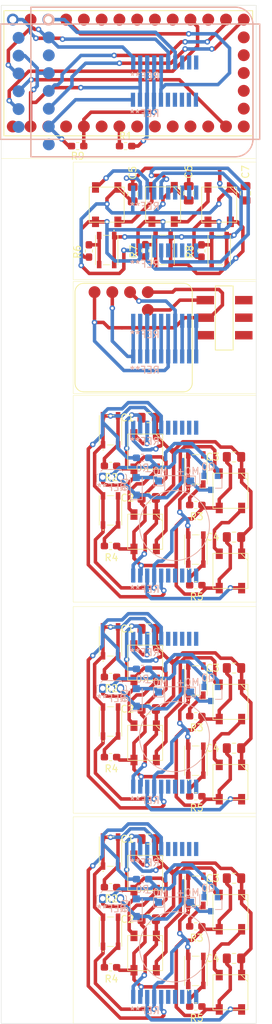
<source format=kicad_pcb>
(kicad_pcb (version 20171130) (host pcbnew "(5.1.0)-1")
  (layers (0 F.Cu signal) (31 B.Cu signal) (34 B.Paste user) (35 F.Paste user) (36 B.SilkS user) (37 F.SilkS user) (38 B.Mask user) (39 F.Mask user) (44 Edge.Cuts user))
  (net 0 "")
  (net 1 +3V3)
  (net 2 M0+)
  (net 3 "Net-(D3-Pad2)")
  (net 4 "Net-(D4-Pad2)")
  (net 5 "Net-(D5-Pad2)")
  (net 6 D2)
  (net 7 D1)
  (net 8 PWM0)
  (net 9 PWM1)
  (net 10 PWM2)
  (net 11 "Net-(R3-Pad1)")
  (net 12 "Net-(R4-Pad1)")
  (net 13 "Net-(R5-Pad1)")
  (net 14 "Net-(R6-Pad1)")
  (net 15 "Net-(R7-Pad1)")
  (net 16 "Net-(R8-Pad1)")
  (net 17 VBAT-IN)
  (net 18 VBAT)
  (net 19 GND)
  (net 20 "Net-(Q0-Pad1)")
  (net 21 A2)
  (net 22 "Net-(R2-Pad1)")
  (net 23 A0)
  (net 24 "Net-(D1-Pad4)")
  (net 25 "Net-(D1-Pad2)")
  (net 26 "Net-(D2-Pad2)")
  (net 27 "Net-(D6-Pad2)")
  (net 28 "Net-(D7-Pad2)")
  (net 29 +BATT)
  (module Resistor_SMD:R_0603_1608Metric_Pad1.05x0.95mm_HandSolder (layer B.Cu) (at 152.4 153.924)
    (fp_text reference R0 (at 0 1.43) (layer B.SilkS) (effects (justify mirror)))
    (fp_text value 270)
    (pad 2 smd roundrect (at 0.875 0) (size 1.05 0.95) (layers B.Cu B.Paste B.Mask))
    (pad 1 smd roundrect (at -0.875 0) (size 1.05 0.95) (layers B.Cu B.Paste B.Mask))
  )
  (module Resistor_SMD:R_0603_1608Metric_Pad1.05x0.95mm_HandSolder (layer F.Cu) (at 160.02 172.085)
    (fp_text reference R5 (at 0.127 1.651) (layer F.SilkS))
    (fp_text value ?)
    (pad 2 smd roundrect (at 0.875 0) (size 1.05 0.95) (layers F.Cu F.Paste F.Mask))
    (pad 1 smd roundrect (at -0.875 0) (size 1.05 0.95) (layers F.Cu F.Paste F.Mask))
  )
  (module LED_SMD:LED_WS2812B_PLCC4_5.0x5.0mm_P3.2mm (layer F.Cu) (at 152.781 153.035 90)
    (fp_text reference D1 hide)
    (fp_text value WS2812B hide)
    (pad 1 smd rect (at -2.45 -1.6 90) (size 1.5 1) (layers F.Cu F.Paste F.Mask))
    (pad 2 smd rect (at -2.45 1.6 90) (size 1.5 1) (layers F.Cu F.Paste F.Mask))
    (pad 4 smd rect (at 2.45 -1.6 90) (size 1.5 1) (layers F.Cu F.Paste F.Mask))
    (pad 3 smd rect (at 2.45 1.6 90) (size 1.5 1) (layers F.Cu F.Paste F.Mask))
  )
  (module LED_SMD:LED_WS2812B_PLCC4_5.0x5.0mm_P3.2mm (layer F.Cu) (at 164.973 170.053 90)
    (fp_text reference D4 hide)
    (fp_text value WS2812B hide)
    (pad 1 smd rect (at -2.45 -1.6 90) (size 1.5 1) (layers F.Cu F.Paste F.Mask))
    (pad 2 smd rect (at -2.45 1.6 90) (size 1.5 1) (layers F.Cu F.Paste F.Mask))
    (pad 4 smd rect (at 2.45 -1.6 90) (size 1.5 1) (layers F.Cu F.Paste F.Mask))
    (pad 3 smd rect (at 2.45 1.6 90) (size 1.5 1) (layers F.Cu F.Paste F.Mask))
  )
  (module SamacSys_Parts:SKRPADE010 (layer F.Cu) (at 160.02 155.702 90)
    (fp_text reference SW2 hide)
    (fp_text value SW_Push hide)
    (pad 1 smd rect (at -1.95 -1.075 180) (size 0.65 1.05) (layers F.Cu F.Paste F.Mask))
    (pad 1 smd rect (at 2.2 -1.075 180) (size 0.65 1.05) (layers F.Cu F.Paste F.Mask))
    (pad 2 smd rect (at -1.95 1.075 180) (size 0.65 1.05) (layers F.Cu F.Paste F.Mask))
    (pad 2 smd rect (at 2.2 1.075 180) (size 0.65 1.05) (layers F.Cu F.Paste F.Mask))
  )
  (module SamacSys_Parts:SKRPADE010 (layer F.Cu) (at 160.02 167.132 90)
    (fp_text reference SW4 hide)
    (fp_text value SW_Push hide)
    (pad 2 smd rect (at 2.2 1.075 180) (size 0.65 1.05) (layers F.Cu F.Paste F.Mask))
    (pad 2 smd rect (at -1.95 1.075 180) (size 0.65 1.05) (layers F.Cu F.Paste F.Mask))
    (pad 1 smd rect (at 2.2 -1.075 180) (size 0.65 1.05) (layers F.Cu F.Paste F.Mask))
    (pad 1 smd rect (at -1.95 -1.075 180) (size 0.65 1.05) (layers F.Cu F.Paste F.Mask))
  )
  (module Resistor_SMD:R_0603_1608Metric_Pad1.05x0.95mm_HandSolder (layer F.Cu) (at 147.828 166.497)
    (fp_text reference R4 (at 0.127 1.651) (layer F.SilkS))
    (fp_text value ?)
    (pad 1 smd roundrect (at -0.875 0) (size 1.05 0.95) (layers F.Cu F.Paste F.Mask))
    (pad 2 smd roundrect (at 0.875 0) (size 1.05 0.95) (layers F.Cu F.Paste F.Mask))
  )
  (module LED_SMD:LED_WS2812B_PLCC4_5.0x5.0mm_P3.2mm (layer F.Cu) (at 164.973 158.623 90)
    (fp_text reference D3 hide)
    (fp_text value WS2812B hide)
    (pad 3 smd rect (at 2.45 1.6 90) (size 1.5 1) (layers F.Cu F.Paste F.Mask))
    (pad 4 smd rect (at 2.45 -1.6 90) (size 1.5 1) (layers F.Cu F.Paste F.Mask))
    (pad 2 smd rect (at -2.45 1.6 90) (size 1.5 1) (layers F.Cu F.Paste F.Mask))
    (pad 1 smd rect (at -2.45 -1.6 90) (size 1.5 1) (layers F.Cu F.Paste F.Mask))
  )
  (module Capacitor_SMD:C_0805_2012Metric_Pad1.15x1.40mm_HandSolder (layer F.Cu) (at 153.289 159.639)
    (fp_text reference C2 (at -3.048 0) (layer F.SilkS))
    (fp_text value "1 uF")
    (pad 2 smd roundrect (at 1.025 0) (size 1.15 1.4) (layers F.Cu F.Paste F.Mask) (roundrect_rratio 0.217391))
    (pad 1 smd roundrect (at -1.025 0) (size 1.15 1.4) (layers F.Cu F.Paste F.Mask) (roundrect_rratio 0.217391))
  )
  (module Capacitor_SMD:C_0805_2012Metric_Pad1.15x1.40mm_HandSolder (layer F.Cu) (at 165.481 153.797)
    (fp_text reference C3 (at -3.048 0) (layer F.SilkS))
    (fp_text value "1 uF")
    (pad 2 smd roundrect (at 1.025 0) (size 1.15 1.4) (layers F.Cu F.Paste F.Mask) (roundrect_rratio 0.217391))
    (pad 1 smd roundrect (at -1.025 0) (size 1.15 1.4) (layers F.Cu F.Paste F.Mask) (roundrect_rratio 0.217391))
  )
  (module LED_SMD:LED_WS2812B_PLCC4_5.0x5.0mm_P3.2mm (layer F.Cu) (at 152.781 164.465 90)
    (fp_text reference D2 hide)
    (fp_text value WS2812B hide)
    (pad 3 smd rect (at 2.45 1.6 90) (size 1.5 1) (layers F.Cu F.Paste F.Mask))
    (pad 4 smd rect (at 2.45 -1.6 90) (size 1.5 1) (layers F.Cu F.Paste F.Mask))
    (pad 2 smd rect (at -2.45 1.6 90) (size 1.5 1) (layers F.Cu F.Paste F.Mask))
    (pad 1 smd rect (at -2.45 -1.6 90) (size 1.5 1) (layers F.Cu F.Paste F.Mask))
  )
  (module Resistor_SMD:R_0603_1608Metric_Pad1.05x0.95mm_HandSolder (layer F.Cu) (at 160.02 160.655)
    (fp_text reference R3 (at 0.127 1.651) (layer F.SilkS))
    (fp_text value ?)
    (pad 1 smd roundrect (at -0.875 0) (size 1.05 0.95) (layers F.Cu F.Paste F.Mask))
    (pad 2 smd roundrect (at 0.875 0) (size 1.05 0.95) (layers F.Cu F.Paste F.Mask))
  )
  (module SamacSys_Parts:SKRPADE010 (layer F.Cu) (at 147.828 161.544 90)
    (fp_text reference SW3 hide)
    (fp_text value SW_Push hide)
    (pad 1 smd rect (at -1.95 -1.075 180) (size 0.65 1.05) (layers F.Cu F.Paste F.Mask))
    (pad 1 smd rect (at 2.2 -1.075 180) (size 0.65 1.05) (layers F.Cu F.Paste F.Mask))
    (pad 2 smd rect (at -1.95 1.075 180) (size 0.65 1.05) (layers F.Cu F.Paste F.Mask))
    (pad 2 smd rect (at 2.2 1.075 180) (size 0.65 1.05) (layers F.Cu F.Paste F.Mask))
  )
  (module Capacitor_SMD:C_0805_2012Metric_Pad1.15x1.40mm_HandSolder (layer F.Cu) (at 165.481 165.227)
    (fp_text reference C4 (at -3.048 0) (layer F.SilkS))
    (fp_text value "1 uF")
    (pad 1 smd roundrect (at -1.025 0) (size 1.15 1.4) (layers F.Cu F.Paste F.Mask) (roundrect_rratio 0.217391))
    (pad 2 smd roundrect (at 1.025 0) (size 1.15 1.4) (layers F.Cu F.Paste F.Mask) (roundrect_rratio 0.217391))
  )
  (module "Watch V3:FFC-1x10-1.0mm" (layer B.Cu) (at 150.876 173.228)
    (fp_text reference REF** (at 1.8415 -0.5715) (layer B.SilkS) (effects (justify mirror)))
    (fp_text value FFC-1x10-1.0mm)
    (pad 1 smd rect (at 0.199 -2.518) (size 0.61 2) (layers B.Cu B.Paste B.Mask))
    (pad 2 smd rect (at 1.199 -2.518) (size 0.61 2) (layers B.Cu B.Paste B.Mask))
    (pad 3 smd rect (at 2.199 -2.518) (size 0.61 2) (layers B.Cu B.Paste B.Mask))
    (pad 4 smd rect (at 3.199 -2.518) (size 0.61 2) (layers B.Cu B.Paste B.Mask))
    (pad 5 smd rect (at 4.199 -2.518) (size 0.61 2) (layers B.Cu B.Paste B.Mask))
    (pad 6 smd rect (at 5.199 -2.518) (size 0.61 2) (layers B.Cu B.Paste B.Mask))
    (pad 7 smd rect (at 6.199 -2.518) (size 0.61 2) (layers B.Cu B.Paste B.Mask))
    (pad 8 smd rect (at 7.199 -2.518) (size 0.61 2) (layers B.Cu B.Paste B.Mask))
    (pad 9 smd rect (at 8.199 -2.518) (size 0.61 2) (layers B.Cu B.Paste B.Mask))
    (pad 10 smd rect (at 9.199 -2.518) (size 0.61 2) (layers B.Cu B.Paste B.Mask))
  )
  (module Package_TO_SOT_THT:TO-92Flat (layer B.Cu) (at 146.7104 156.6926)
    (fp_text reference REF** (at 1.27 1.45) (layer B.SilkS) (effects (justify mirror)))
    (fp_text value TO-92Flat)
    (pad 1 thru_hole roundrect (at 0 0) (size 1.05 1.3) (drill 0.75) (layers *.Cu *.Mask) (roundrect_rratio 0.238))
    (pad 3 thru_hole oval (at 2.54 0) (size 1.05 1.3) (drill 0.75) (layers *.Cu *.Mask))
    (pad 2 thru_hole oval (at 1.27 0) (size 1.05 1.3) (drill 0.75) (layers *.Cu *.Mask))
  )
  (module "Watch V3:FFC-1x10-1.0mm" (layer B.Cu) (at 150.876 152.146)
    (fp_text reference REF** (at 1.8415 -0.5715) (layer B.SilkS) (effects (justify mirror)))
    (fp_text value FFC-1x10-1.0mm)
    (pad 10 smd rect (at 9.199 -2.518) (size 0.61 2) (layers B.Cu B.Paste B.Mask))
    (pad 9 smd rect (at 8.199 -2.518) (size 0.61 2) (layers B.Cu B.Paste B.Mask))
    (pad 8 smd rect (at 7.199 -2.518) (size 0.61 2) (layers B.Cu B.Paste B.Mask))
    (pad 7 smd rect (at 6.199 -2.518) (size 0.61 2) (layers B.Cu B.Paste B.Mask))
    (pad 6 smd rect (at 5.199 -2.518) (size 0.61 2) (layers B.Cu B.Paste B.Mask))
    (pad 5 smd rect (at 4.199 -2.518) (size 0.61 2) (layers B.Cu B.Paste B.Mask))
    (pad 4 smd rect (at 3.199 -2.518) (size 0.61 2) (layers B.Cu B.Paste B.Mask))
    (pad 3 smd rect (at 2.199 -2.518) (size 0.61 2) (layers B.Cu B.Paste B.Mask))
    (pad 2 smd rect (at 1.199 -2.518) (size 0.61 2) (layers B.Cu B.Paste B.Mask))
    (pad 1 smd rect (at 0.199 -2.518) (size 0.61 2) (layers B.Cu B.Paste B.Mask))
  )
  (module Resistor_SMD:R_0603_1608Metric_Pad1.05x0.95mm_HandSolder (layer F.Cu) (at 147.828 155.067)
    (fp_text reference R2 (at 0.127 1.651) (layer F.SilkS))
    (fp_text value ?)
    (pad 2 smd roundrect (at 0.875 0) (size 1.05 0.95) (layers F.Cu F.Paste F.Mask))
    (pad 1 smd roundrect (at -0.875 0) (size 1.05 0.95) (layers F.Cu F.Paste F.Mask))
  )
  (module Capacitor_SMD:C_0805_2012Metric_Pad1.15x1.40mm_HandSolder (layer F.Cu) (at 153.289 148.209)
    (fp_text reference C1 (at -3.048 0) (layer F.SilkS))
    (fp_text value "1 uF")
    (pad 1 smd roundrect (at -1.025 0) (size 1.15 1.4) (layers F.Cu F.Paste F.Mask) (roundrect_rratio 0.217391))
    (pad 2 smd roundrect (at 1.025 0) (size 1.15 1.4) (layers F.Cu F.Paste F.Mask) (roundrect_rratio 0.217391))
  )
  (module Diode_SMD:D_SOD-323_HandSoldering (layer B.Cu) (at 151.511 157.988 90)
    (fp_text reference D0 (at 0.254 -1.651 90) (layer B.SilkS) (effects (justify mirror)))
    (fp_text value D)
    (pad 2 smd rect (at 1.25 0 90) (size 1 1) (layers B.Cu B.Paste B.Mask))
    (pad 1 smd rect (at -1.25 0 90) (size 1 1) (layers B.Cu B.Paste B.Mask))
  )
  (module Package_TO_SOT_SMD:SOT-23 (layer B.Cu) (at 162.179 157.496 270)
    (fp_text reference Q0 (at -2.302 0.381) (layer B.SilkS) (effects (justify mirror)))
    (fp_text value Q_PNP_BEC)
    (pad 3 smd rect (at 1 0 270) (size 0.9 0.8) (layers B.Cu B.Paste B.Mask))
    (pad 2 smd rect (at -1 -0.95 270) (size 0.9 0.8) (layers B.Cu B.Paste B.Mask))
    (pad 1 smd rect (at -1 0.95 270) (size 0.9 0.8) (layers B.Cu B.Paste B.Mask))
  )
  (module TestPoint:TestPoint_Pad_1.0x1.0mm (layer B.Cu) (at 159.258 157.226)
    (fp_text reference M0+ (at -0.381 -1.397) (layer B.SilkS) (effects (justify mirror)))
    (fp_text value M0+)
    (pad 1 smd rect (at 0 0) (size 1 1) (layers B.Cu B.Mask))
  )
  (module TestPoint:TestPoint_Pad_1.0x1.0mm (layer B.Cu) (at 154.686 157.226)
    (fp_text reference M0- (at -0.381 -1.397) (layer B.SilkS) (effects (justify mirror)))
    (fp_text value M0-)
    (pad 2 smd rect (at 0 0) (size 1 1) (layers B.Cu B.Mask))
  )
  (module SamacSys_Parts:SKRPADE010 (layer F.Cu) (at 147.828 150.114 90)
    (fp_text reference SW1 hide)
    (fp_text value SW_Push hide)
    (pad 2 smd rect (at 2.2 1.075 180) (size 0.65 1.05) (layers F.Cu F.Paste F.Mask))
    (pad 2 smd rect (at -1.95 1.075 180) (size 0.65 1.05) (layers F.Cu F.Paste F.Mask))
    (pad 1 smd rect (at 2.2 -1.075 180) (size 0.65 1.05) (layers F.Cu F.Paste F.Mask))
    (pad 1 smd rect (at -1.95 -1.075 180) (size 0.65 1.05) (layers F.Cu F.Paste F.Mask))
  )
  (module Resistor_SMD:R_0603_1608Metric_Pad1.05x0.95mm_HandSolder (layer B.Cu) (at 152.4 123.952)
    (fp_text reference R0 (at 0 1.43) (layer B.SilkS) (effects (justify mirror)))
    (fp_text value 270)
    (pad 2 smd roundrect (at 0.875 0) (size 1.05 0.95) (layers B.Cu B.Paste B.Mask))
    (pad 1 smd roundrect (at -0.875 0) (size 1.05 0.95) (layers B.Cu B.Paste B.Mask))
  )
  (module Resistor_SMD:R_0603_1608Metric_Pad1.05x0.95mm_HandSolder (layer F.Cu) (at 160.02 142.113)
    (fp_text reference R5 (at 0.127 1.651) (layer F.SilkS))
    (fp_text value ?)
    (pad 2 smd roundrect (at 0.875 0) (size 1.05 0.95) (layers F.Cu F.Paste F.Mask))
    (pad 1 smd roundrect (at -0.875 0) (size 1.05 0.95) (layers F.Cu F.Paste F.Mask))
  )
  (module LED_SMD:LED_WS2812B_PLCC4_5.0x5.0mm_P3.2mm (layer F.Cu) (at 152.781 123.063 90)
    (fp_text reference D1 hide)
    (fp_text value WS2812B hide)
    (pad 1 smd rect (at -2.45 -1.6 90) (size 1.5 1) (layers F.Cu F.Paste F.Mask))
    (pad 2 smd rect (at -2.45 1.6 90) (size 1.5 1) (layers F.Cu F.Paste F.Mask))
    (pad 4 smd rect (at 2.45 -1.6 90) (size 1.5 1) (layers F.Cu F.Paste F.Mask))
    (pad 3 smd rect (at 2.45 1.6 90) (size 1.5 1) (layers F.Cu F.Paste F.Mask))
  )
  (module LED_SMD:LED_WS2812B_PLCC4_5.0x5.0mm_P3.2mm (layer F.Cu) (at 164.973 140.081 90)
    (fp_text reference D4 hide)
    (fp_text value WS2812B hide)
    (pad 1 smd rect (at -2.45 -1.6 90) (size 1.5 1) (layers F.Cu F.Paste F.Mask))
    (pad 2 smd rect (at -2.45 1.6 90) (size 1.5 1) (layers F.Cu F.Paste F.Mask))
    (pad 4 smd rect (at 2.45 -1.6 90) (size 1.5 1) (layers F.Cu F.Paste F.Mask))
    (pad 3 smd rect (at 2.45 1.6 90) (size 1.5 1) (layers F.Cu F.Paste F.Mask))
  )
  (module SamacSys_Parts:SKRPADE010 (layer F.Cu) (at 160.02 125.73 90)
    (fp_text reference SW2 hide)
    (fp_text value SW_Push hide)
    (pad 1 smd rect (at -1.95 -1.075 180) (size 0.65 1.05) (layers F.Cu F.Paste F.Mask))
    (pad 1 smd rect (at 2.2 -1.075 180) (size 0.65 1.05) (layers F.Cu F.Paste F.Mask))
    (pad 2 smd rect (at -1.95 1.075 180) (size 0.65 1.05) (layers F.Cu F.Paste F.Mask))
    (pad 2 smd rect (at 2.2 1.075 180) (size 0.65 1.05) (layers F.Cu F.Paste F.Mask))
  )
  (module SamacSys_Parts:SKRPADE010 (layer F.Cu) (at 160.02 137.16 90)
    (fp_text reference SW4 hide)
    (fp_text value SW_Push hide)
    (pad 2 smd rect (at 2.2 1.075 180) (size 0.65 1.05) (layers F.Cu F.Paste F.Mask))
    (pad 2 smd rect (at -1.95 1.075 180) (size 0.65 1.05) (layers F.Cu F.Paste F.Mask))
    (pad 1 smd rect (at 2.2 -1.075 180) (size 0.65 1.05) (layers F.Cu F.Paste F.Mask))
    (pad 1 smd rect (at -1.95 -1.075 180) (size 0.65 1.05) (layers F.Cu F.Paste F.Mask))
  )
  (module Resistor_SMD:R_0603_1608Metric_Pad1.05x0.95mm_HandSolder (layer F.Cu) (at 147.828 136.525)
    (fp_text reference R4 (at 0.127 1.651) (layer F.SilkS))
    (fp_text value ?)
    (pad 1 smd roundrect (at -0.875 0) (size 1.05 0.95) (layers F.Cu F.Paste F.Mask))
    (pad 2 smd roundrect (at 0.875 0) (size 1.05 0.95) (layers F.Cu F.Paste F.Mask))
  )
  (module LED_SMD:LED_WS2812B_PLCC4_5.0x5.0mm_P3.2mm (layer F.Cu) (at 164.973 128.651 90)
    (fp_text reference D3 hide)
    (fp_text value WS2812B hide)
    (pad 3 smd rect (at 2.45 1.6 90) (size 1.5 1) (layers F.Cu F.Paste F.Mask))
    (pad 4 smd rect (at 2.45 -1.6 90) (size 1.5 1) (layers F.Cu F.Paste F.Mask))
    (pad 2 smd rect (at -2.45 1.6 90) (size 1.5 1) (layers F.Cu F.Paste F.Mask))
    (pad 1 smd rect (at -2.45 -1.6 90) (size 1.5 1) (layers F.Cu F.Paste F.Mask))
  )
  (module Capacitor_SMD:C_0805_2012Metric_Pad1.15x1.40mm_HandSolder (layer F.Cu) (at 153.289 129.667)
    (fp_text reference C2 (at -3.048 0) (layer F.SilkS))
    (fp_text value "1 uF")
    (pad 2 smd roundrect (at 1.025 0) (size 1.15 1.4) (layers F.Cu F.Paste F.Mask) (roundrect_rratio 0.217391))
    (pad 1 smd roundrect (at -1.025 0) (size 1.15 1.4) (layers F.Cu F.Paste F.Mask) (roundrect_rratio 0.217391))
  )
  (module Capacitor_SMD:C_0805_2012Metric_Pad1.15x1.40mm_HandSolder (layer F.Cu) (at 165.481 123.825)
    (fp_text reference C3 (at -3.048 0) (layer F.SilkS))
    (fp_text value "1 uF")
    (pad 2 smd roundrect (at 1.025 0) (size 1.15 1.4) (layers F.Cu F.Paste F.Mask) (roundrect_rratio 0.217391))
    (pad 1 smd roundrect (at -1.025 0) (size 1.15 1.4) (layers F.Cu F.Paste F.Mask) (roundrect_rratio 0.217391))
  )
  (module LED_SMD:LED_WS2812B_PLCC4_5.0x5.0mm_P3.2mm (layer F.Cu) (at 152.781 134.493 90)
    (fp_text reference D2 hide)
    (fp_text value WS2812B hide)
    (pad 3 smd rect (at 2.45 1.6 90) (size 1.5 1) (layers F.Cu F.Paste F.Mask))
    (pad 4 smd rect (at 2.45 -1.6 90) (size 1.5 1) (layers F.Cu F.Paste F.Mask))
    (pad 2 smd rect (at -2.45 1.6 90) (size 1.5 1) (layers F.Cu F.Paste F.Mask))
    (pad 1 smd rect (at -2.45 -1.6 90) (size 1.5 1) (layers F.Cu F.Paste F.Mask))
  )
  (module Resistor_SMD:R_0603_1608Metric_Pad1.05x0.95mm_HandSolder (layer F.Cu) (at 160.02 130.683)
    (fp_text reference R3 (at 0.127 1.651) (layer F.SilkS))
    (fp_text value ?)
    (pad 1 smd roundrect (at -0.875 0) (size 1.05 0.95) (layers F.Cu F.Paste F.Mask))
    (pad 2 smd roundrect (at 0.875 0) (size 1.05 0.95) (layers F.Cu F.Paste F.Mask))
  )
  (module SamacSys_Parts:SKRPADE010 (layer F.Cu) (at 147.828 131.572 90)
    (fp_text reference SW3 hide)
    (fp_text value SW_Push hide)
    (pad 1 smd rect (at -1.95 -1.075 180) (size 0.65 1.05) (layers F.Cu F.Paste F.Mask))
    (pad 1 smd rect (at 2.2 -1.075 180) (size 0.65 1.05) (layers F.Cu F.Paste F.Mask))
    (pad 2 smd rect (at -1.95 1.075 180) (size 0.65 1.05) (layers F.Cu F.Paste F.Mask))
    (pad 2 smd rect (at 2.2 1.075 180) (size 0.65 1.05) (layers F.Cu F.Paste F.Mask))
  )
  (module Capacitor_SMD:C_0805_2012Metric_Pad1.15x1.40mm_HandSolder (layer F.Cu) (at 165.481 135.255)
    (fp_text reference C4 (at -3.048 0) (layer F.SilkS))
    (fp_text value "1 uF")
    (pad 1 smd roundrect (at -1.025 0) (size 1.15 1.4) (layers F.Cu F.Paste F.Mask) (roundrect_rratio 0.217391))
    (pad 2 smd roundrect (at 1.025 0) (size 1.15 1.4) (layers F.Cu F.Paste F.Mask) (roundrect_rratio 0.217391))
  )
  (module "Watch V3:FFC-1x10-1.0mm" (layer B.Cu) (at 150.876 143.256)
    (fp_text reference REF** (at 1.8415 -0.5715) (layer B.SilkS) (effects (justify mirror)))
    (fp_text value FFC-1x10-1.0mm)
    (pad 1 smd rect (at 0.199 -2.518) (size 0.61 2) (layers B.Cu B.Paste B.Mask))
    (pad 2 smd rect (at 1.199 -2.518) (size 0.61 2) (layers B.Cu B.Paste B.Mask))
    (pad 3 smd rect (at 2.199 -2.518) (size 0.61 2) (layers B.Cu B.Paste B.Mask))
    (pad 4 smd rect (at 3.199 -2.518) (size 0.61 2) (layers B.Cu B.Paste B.Mask))
    (pad 5 smd rect (at 4.199 -2.518) (size 0.61 2) (layers B.Cu B.Paste B.Mask))
    (pad 6 smd rect (at 5.199 -2.518) (size 0.61 2) (layers B.Cu B.Paste B.Mask))
    (pad 7 smd rect (at 6.199 -2.518) (size 0.61 2) (layers B.Cu B.Paste B.Mask))
    (pad 8 smd rect (at 7.199 -2.518) (size 0.61 2) (layers B.Cu B.Paste B.Mask))
    (pad 9 smd rect (at 8.199 -2.518) (size 0.61 2) (layers B.Cu B.Paste B.Mask))
    (pad 10 smd rect (at 9.199 -2.518) (size 0.61 2) (layers B.Cu B.Paste B.Mask))
  )
  (module Package_TO_SOT_THT:TO-92Flat (layer B.Cu) (at 146.7104 126.7206)
    (fp_text reference REF** (at 1.27 1.45) (layer B.SilkS) (effects (justify mirror)))
    (fp_text value TO-92Flat)
    (pad 1 thru_hole roundrect (at 0 0) (size 1.05 1.3) (drill 0.75) (layers *.Cu *.Mask) (roundrect_rratio 0.238))
    (pad 3 thru_hole oval (at 2.54 0) (size 1.05 1.3) (drill 0.75) (layers *.Cu *.Mask))
    (pad 2 thru_hole oval (at 1.27 0) (size 1.05 1.3) (drill 0.75) (layers *.Cu *.Mask))
  )
  (module "Watch V3:FFC-1x10-1.0mm" (layer B.Cu) (at 150.876 122.174)
    (fp_text reference REF** (at 1.8415 -0.5715) (layer B.SilkS) (effects (justify mirror)))
    (fp_text value FFC-1x10-1.0mm)
    (pad 10 smd rect (at 9.199 -2.518) (size 0.61 2) (layers B.Cu B.Paste B.Mask))
    (pad 9 smd rect (at 8.199 -2.518) (size 0.61 2) (layers B.Cu B.Paste B.Mask))
    (pad 8 smd rect (at 7.199 -2.518) (size 0.61 2) (layers B.Cu B.Paste B.Mask))
    (pad 7 smd rect (at 6.199 -2.518) (size 0.61 2) (layers B.Cu B.Paste B.Mask))
    (pad 6 smd rect (at 5.199 -2.518) (size 0.61 2) (layers B.Cu B.Paste B.Mask))
    (pad 5 smd rect (at 4.199 -2.518) (size 0.61 2) (layers B.Cu B.Paste B.Mask))
    (pad 4 smd rect (at 3.199 -2.518) (size 0.61 2) (layers B.Cu B.Paste B.Mask))
    (pad 3 smd rect (at 2.199 -2.518) (size 0.61 2) (layers B.Cu B.Paste B.Mask))
    (pad 2 smd rect (at 1.199 -2.518) (size 0.61 2) (layers B.Cu B.Paste B.Mask))
    (pad 1 smd rect (at 0.199 -2.518) (size 0.61 2) (layers B.Cu B.Paste B.Mask))
  )
  (module Resistor_SMD:R_0603_1608Metric_Pad1.05x0.95mm_HandSolder (layer F.Cu) (at 147.828 125.095)
    (fp_text reference R2 (at 0.127 1.651) (layer F.SilkS))
    (fp_text value ?)
    (pad 2 smd roundrect (at 0.875 0) (size 1.05 0.95) (layers F.Cu F.Paste F.Mask))
    (pad 1 smd roundrect (at -0.875 0) (size 1.05 0.95) (layers F.Cu F.Paste F.Mask))
  )
  (module Capacitor_SMD:C_0805_2012Metric_Pad1.15x1.40mm_HandSolder (layer F.Cu) (at 153.289 118.237)
    (fp_text reference C1 (at -3.048 0) (layer F.SilkS))
    (fp_text value "1 uF")
    (pad 1 smd roundrect (at -1.025 0) (size 1.15 1.4) (layers F.Cu F.Paste F.Mask) (roundrect_rratio 0.217391))
    (pad 2 smd roundrect (at 1.025 0) (size 1.15 1.4) (layers F.Cu F.Paste F.Mask) (roundrect_rratio 0.217391))
  )
  (module Diode_SMD:D_SOD-323_HandSoldering (layer B.Cu) (at 151.511 128.016 90)
    (fp_text reference D0 (at 0.254 -1.651 90) (layer B.SilkS) (effects (justify mirror)))
    (fp_text value D)
    (pad 2 smd rect (at 1.25 0 90) (size 1 1) (layers B.Cu B.Paste B.Mask))
    (pad 1 smd rect (at -1.25 0 90) (size 1 1) (layers B.Cu B.Paste B.Mask))
  )
  (module Package_TO_SOT_SMD:SOT-23 (layer B.Cu) (at 162.179 127.524 270)
    (fp_text reference Q0 (at -2.302 0.381) (layer B.SilkS) (effects (justify mirror)))
    (fp_text value Q_PNP_BEC)
    (pad 3 smd rect (at 1 0 270) (size 0.9 0.8) (layers B.Cu B.Paste B.Mask))
    (pad 2 smd rect (at -1 -0.95 270) (size 0.9 0.8) (layers B.Cu B.Paste B.Mask))
    (pad 1 smd rect (at -1 0.95 270) (size 0.9 0.8) (layers B.Cu B.Paste B.Mask))
  )
  (module TestPoint:TestPoint_Pad_1.0x1.0mm (layer B.Cu) (at 159.258 127.254)
    (fp_text reference M0+ (at -0.381 -1.397) (layer B.SilkS) (effects (justify mirror)))
    (fp_text value M0+)
    (pad 1 smd rect (at 0 0) (size 1 1) (layers B.Cu B.Mask))
  )
  (module TestPoint:TestPoint_Pad_1.0x1.0mm (layer B.Cu) (at 154.686 127.254)
    (fp_text reference M0- (at -0.381 -1.397) (layer B.SilkS) (effects (justify mirror)))
    (fp_text value M0-)
    (pad 2 smd rect (at 0 0) (size 1 1) (layers B.Cu B.Mask))
  )
  (module SamacSys_Parts:SKRPADE010 (layer F.Cu) (at 147.828 120.142 90)
    (fp_text reference SW1 hide)
    (fp_text value SW_Push hide)
    (pad 2 smd rect (at 2.2 1.075 180) (size 0.65 1.05) (layers F.Cu F.Paste F.Mask))
    (pad 2 smd rect (at -1.95 1.075 180) (size 0.65 1.05) (layers F.Cu F.Paste F.Mask))
    (pad 1 smd rect (at 2.2 -1.075 180) (size 0.65 1.05) (layers F.Cu F.Paste F.Mask))
    (pad 1 smd rect (at -1.95 -1.075 180) (size 0.65 1.05) (layers F.Cu F.Paste F.Mask))
  )
  (module "Watch V3:FFC-1x10-1.0mm" (layer B.Cu) (at 150.876 76.835)
    (fp_text reference REF** (at 1.8415 -0.5715) (layer B.SilkS) (effects (justify mirror)))
    (fp_text value FFC-1x10-1.0mm)
    (pad 10 smd rect (at 9.199 -2.518) (size 0.61 2) (layers B.Cu B.Paste B.Mask))
    (pad 9 smd rect (at 8.199 -2.518) (size 0.61 2) (layers B.Cu B.Paste B.Mask))
    (pad 8 smd rect (at 7.199 -2.518) (size 0.61 2) (layers B.Cu B.Paste B.Mask))
    (pad 7 smd rect (at 6.199 -2.518) (size 0.61 2) (layers B.Cu B.Paste B.Mask) (net 29 +BATT))
    (pad 6 smd rect (at 5.199 -2.518) (size 0.61 2) (layers B.Cu B.Paste B.Mask) (net 18 VBAT))
    (pad 5 smd rect (at 4.199 -2.518) (size 0.61 2) (layers B.Cu B.Paste B.Mask))
    (pad 4 smd rect (at 3.199 -2.518) (size 0.61 2) (layers B.Cu B.Paste B.Mask))
    (pad 3 smd rect (at 2.199 -2.518) (size 0.61 2) (layers B.Cu B.Paste B.Mask))
    (pad 2 smd rect (at 1.199 -2.518) (size 0.61 2) (layers B.Cu B.Paste B.Mask) (net 1 +3V3))
    (pad 1 smd rect (at 0.199 -2.518) (size 0.61 2) (layers B.Cu B.Paste B.Mask) (net 19 GND))
  )
  (module "Watch V3:FFC-1x10-1.0mm" (layer B.Cu) (at 150.876 66.802)
    (fp_text reference REF** (at 1.8415 -0.5715) (layer B.SilkS) (effects (justify mirror)))
    (fp_text value FFC-1x10-1.0mm)
    (pad 1 smd rect (at 0.199 -2.518) (size 0.61 2) (layers B.Cu B.Paste B.Mask) (net 19 GND))
    (pad 2 smd rect (at 1.199 -2.518) (size 0.61 2) (layers B.Cu B.Paste B.Mask) (net 1 +3V3))
    (pad 3 smd rect (at 2.199 -2.518) (size 0.61 2) (layers B.Cu B.Paste B.Mask) (net 28 "Net-(D7-Pad2)"))
    (pad 4 smd rect (at 3.199 -2.518) (size 0.61 2) (layers B.Cu B.Paste B.Mask) (net 23 A0))
    (pad 5 smd rect (at 4.199 -2.518) (size 0.61 2) (layers B.Cu B.Paste B.Mask) (net 8 PWM0))
    (pad 6 smd rect (at 5.199 -2.518) (size 0.61 2) (layers B.Cu B.Paste B.Mask))
    (pad 7 smd rect (at 6.199 -2.518) (size 0.61 2) (layers B.Cu B.Paste B.Mask))
    (pad 8 smd rect (at 7.199 -2.518) (size 0.61 2) (layers B.Cu B.Paste B.Mask))
    (pad 9 smd rect (at 8.199 -2.518) (size 0.61 2) (layers B.Cu B.Paste B.Mask))
    (pad 10 smd rect (at 9.199 -2.518) (size 0.61 2) (layers B.Cu B.Paste B.Mask))
  )
  (module "Custom Parts:ItsyBitsy" (layer F.Cu) (at 166.878 28.829)
    (fp_text reference " " hide)
    (fp_text value ItsyBitsy)
    (pad 8 smd oval (at 0 10.16) (size 1.7 1.7) (layers F.Cu F.Paste F.Mask))
    (pad 6 smd oval (at 0 7.62) (size 1.7 1.7) (layers F.Cu F.Paste F.Mask))
    (pad 4 smd oval (at 0 5.08) (size 1.7 1.7) (layers F.Cu F.Paste F.Mask))
    (pad 0 smd oval (at 0 2.54) (size 1.7 1.7) (layers F.Cu F.Paste F.Mask))
    (pad 1 smd oval (at -2.54 2.54) (size 1.7 1.7) (layers F.Cu F.Paste F.Mask))
    (pad 2 smd oval (at -5.08 2.54) (size 1.7 1.7) (layers F.Cu F.Paste F.Mask))
    (pad 3 smd oval (at -7.62 2.54) (size 1.7 1.7) (layers F.Cu F.Paste F.Mask))
    (pad 5! smd oval (at -10.16 2.54) (size 1.7 1.7) (layers F.Cu F.Paste F.Mask))
    (pad 7 smd oval (at -12.7 2.54) (size 1.7 1.7) (layers F.Cu F.Paste F.Mask) (net 7 D1))
    (pad 9 smd oval (at -15.24 2.54) (size 1.7 1.7) (layers F.Cu F.Paste F.Mask) (net 6 D2))
    (pad 10 smd oval (at -17.78 2.54) (size 1.7 1.7) (layers F.Cu F.Paste F.Mask) (net 10 PWM2))
    (pad G smd oval (at 0 12.7) (size 1.7 1.7) (layers F.Cu F.Paste F.Mask) (net 19 GND))
    (pad En smd oval (at 0 15.24) (size 1.7 1.7) (layers F.Cu F.Paste F.Mask))
    (pad G smd oval (at 0 17.78) (size 1.7 1.7) (layers F.Cu F.Paste F.Mask) (net 19 GND))
    (pad MISO smd oval (at -2.54 17.78) (size 1.7 1.7) (layers F.Cu F.Paste F.Mask))
    (pad SCK smd oval (at -7.62 17.78) (size 1.7 1.7) (layers F.Cu F.Paste F.Mask))
    (pad A2 smd oval (at -17.78 17.78) (size 1.7 1.7) (layers F.Cu F.Paste F.Mask) (net 21 A2))
    (pad A1 smd oval (at -20.32 17.78) (size 1.7 1.7) (layers F.Cu F.Paste F.Mask))
    (pad A0 smd oval (at -22.86 17.78) (size 1.7 1.7) (layers F.Cu F.Paste F.Mask) (net 23 A0))
    (pad VHI smd oval (at -25.4 17.78) (size 1.7 1.7) (layers F.Cu F.Paste F.Mask))
    (pad AREF smd oval (at -27.94 17.78) (size 1.7 1.7) (layers F.Cu F.Paste F.Mask))
    (pad 11 smd oval (at -20.32 2.54) (size 1.7 1.7) (layers F.Cu F.Paste F.Mask) (net 9 PWM1))
    (pad 12 smd oval (at -22.86 2.54) (size 1.7 1.7) (layers F.Cu F.Paste F.Mask))
    (pad 13 smd oval (at -25.4 2.54) (size 1.7 1.7) (layers F.Cu F.Paste F.Mask) (net 8 PWM0))
    (pad USB thru_hole oval (at -27.94 2.54) (size 1.7 1.7) (drill 1) (layers *.Cu *.Mask) (net 29 +BATT))
    (pad G smd oval (at -30.48 2.54) (size 1.7 1.7) (layers F.Cu F.Paste F.Mask) (net 19 GND))
    (pad VBAT thru_hole oval (at -33.02 2.54) (size 1.7 1.7) (drill 1) (layers *.Cu *.Mask) (net 18 VBAT))
    (pad 3V smd oval (at -30.48 17.78) (size 1.7 1.7) (layers F.Cu F.Paste F.Mask) (net 1 +3V3))
    (pad RST smd oval (at -33.02 17.78) (size 1.7 1.7) (layers F.Cu F.Paste F.Mask))
    (pad MOSI smd oval (at -5.08 17.78) (size 1.7 1.7) (layers F.Cu F.Paste F.Mask))
    (pad A3 smd oval (at -15.24 17.78) (size 1.7 1.7) (layers F.Cu F.Paste F.Mask))
    (pad A5 smd oval (at -10.16 17.78) (size 1.7 1.7) (layers F.Cu F.Paste F.Mask))
    (pad A4 smd oval (at -12.7 17.78) (size 1.7 1.7) (layers F.Cu F.Paste F.Mask))
  )
  (module "Watch V3:Bluefruit-LE-UART-Friend" (layer B.Cu) (at 170.688 52.2732)
    (fp_text reference " " hide)
    (fp_text value Bluefruit-LE-UART-Friend)
    (pad GND smd oval (at -31.6865 -18.3515) (size 1.7 1.7) (layers B.Cu B.Paste B.Mask) (net 19 GND))
    (pad RTS smd oval (at -31.6865 -15.8115) (size 1.7 1.7) (layers B.Cu B.Paste B.Mask))
    (pad VIN smd oval (at -31.6865 -13.2715) (size 1.7 1.7) (layers B.Cu B.Paste B.Mask) (net 1 +3V3))
    (pad MOD smd oval (at -31.6865 -3.1115) (size 1.7 1.7) (layers B.Cu B.Paste B.Mask))
    (pad CTS smd oval (at -31.6865 -5.6515) (size 1.7 1.7) (layers B.Cu B.Paste B.Mask) (net 19 GND))
    (pad TX smd oval (at -31.6865 -8.1915) (size 1.7 1.7) (layers B.Cu B.Paste B.Mask))
    (pad RX smd oval (at -31.6865 -10.7315) (size 1.7 1.7) (layers B.Cu B.Paste B.Mask))
    (pad DFU smd oval (at -31.6865 -20.8915) (size 1.7 1.7) (layers B.SilkS))
  )
  (module "Watch V3:HC-05" (layer B.Cu) (at 166.37 49.784)
    (fp_text reference " " hide)
    (fp_text value HC-05)
    (pad GND smd oval (at -31.6865 -10.7315) (size 1.7 1.7) (layers B.Cu B.Paste B.Mask) (net 19 GND))
    (pad TX smd oval (at -31.6865 -8.1915) (size 1.7 1.7) (layers B.Cu B.Paste B.Mask))
    (pad RX smd oval (at -31.6865 -5.6515) (size 1.7 1.7) (layers B.Cu B.Paste B.Mask))
    (pad STATE smd oval (at -31.6865 -3.1115) (size 1.7 1.7) (layers B.Cu B.Paste B.Mask))
    (pad VCC smd oval (at -31.6865 -13.2715) (size 1.7 1.7) (layers B.Cu B.Paste B.Mask) (net 1 +3V3))
    (pad EN smd oval (at -31.6865 -15.8115) (size 1.7 1.7) (layers B.Cu B.Paste B.Mask))
  )
  (module "Watch V3:One Pin" (layer F.Cu) (at 151.892 73.787 180)
    (fp_text reference U1 hide)
    (fp_text value OnePin hide)
    (pad 1 smd circle (at 0 2.286 180) (size 0.25 0.25) (layers F.Cu F.Paste F.Mask) (net 29 +BATT))
  )
  (module "Watch V3:FFC-1x10-1.0mm" (layer B.Cu) (at 150.876 81.915)
    (fp_text reference REF** (at 1.8415 -0.5715) (layer B.SilkS) (effects (justify mirror)))
    (fp_text value FFC-1x10-1.0mm)
    (pad 1 smd rect (at 0.199 -2.518) (size 0.61 2) (layers B.Cu B.Paste B.Mask) (net 19 GND))
    (pad 2 smd rect (at 1.199 -2.518) (size 0.61 2) (layers B.Cu B.Paste B.Mask) (net 1 +3V3))
    (pad 3 smd rect (at 2.199 -2.518) (size 0.61 2) (layers B.Cu B.Paste B.Mask))
    (pad 4 smd rect (at 3.199 -2.518) (size 0.61 2) (layers B.Cu B.Paste B.Mask))
    (pad 5 smd rect (at 4.199 -2.518) (size 0.61 2) (layers B.Cu B.Paste B.Mask))
    (pad 6 smd rect (at 5.199 -2.518) (size 0.61 2) (layers B.Cu B.Paste B.Mask) (net 18 VBAT))
    (pad 7 smd rect (at 6.199 -2.518) (size 0.61 2) (layers B.Cu B.Paste B.Mask) (net 29 +BATT))
    (pad 8 smd rect (at 7.199 -2.518) (size 0.61 2) (layers B.Cu B.Paste B.Mask))
    (pad 9 smd rect (at 8.199 -2.518) (size 0.61 2) (layers B.Cu B.Paste B.Mask))
    (pad 10 smd rect (at 9.199 -2.518) (size 0.61 2) (layers B.Cu B.Paste B.Mask))
  )
  (module "Watch V3:FFC-1x10-1.0mm" (layer B.Cu) (at 150.876 40.005)
    (fp_text reference REF** (at 1.8415 -0.5715) (layer B.SilkS) (effects (justify mirror)))
    (fp_text value FFC-1x10-1.0mm)
    (pad 1 smd rect (at 0.199 -2.518) (size 0.61 2) (layers B.Cu B.Paste B.Mask) (net 19 GND))
    (pad 2 smd rect (at 1.199 -2.518) (size 0.61 2) (layers B.Cu B.Paste B.Mask) (net 1 +3V3))
    (pad 3 smd rect (at 2.199 -2.518) (size 0.61 2) (layers B.Cu B.Paste B.Mask) (net 24 "Net-(D1-Pad4)"))
    (pad 4 smd rect (at 3.199 -2.518) (size 0.61 2) (layers B.Cu B.Paste B.Mask) (net 23 A0))
    (pad 5 smd rect (at 4.199 -2.518) (size 0.61 2) (layers B.Cu B.Paste B.Mask) (net 8 PWM0))
    (pad 6 smd rect (at 5.199 -2.518) (size 0.61 2) (layers B.Cu B.Paste B.Mask) (net 18 VBAT))
    (pad 7 smd rect (at 6.199 -2.518) (size 0.61 2) (layers B.Cu B.Paste B.Mask) (net 29 +BATT))
    (pad 8 smd rect (at 7.199 -2.518) (size 0.61 2) (layers B.Cu B.Paste B.Mask))
    (pad 9 smd rect (at 8.199 -2.518) (size 0.61 2) (layers B.Cu B.Paste B.Mask))
    (pad 10 smd rect (at 9.199 -2.518) (size 0.61 2) (layers B.Cu B.Paste B.Mask))
  )
  (module "Watch V3:FFC-1x10-1.0mm" (layer B.Cu) (at 150.876 58.547)
    (fp_text reference REF** (at 1.8415 -0.5715) (layer B.SilkS) (effects (justify mirror)))
    (fp_text value FFC-1x10-1.0mm)
    (pad 10 smd rect (at 9.199 -2.518) (size 0.61 2) (layers B.Cu B.Paste B.Mask))
    (pad 9 smd rect (at 8.199 -2.518) (size 0.61 2) (layers B.Cu B.Paste B.Mask))
    (pad 8 smd rect (at 7.199 -2.518) (size 0.61 2) (layers B.Cu B.Paste B.Mask))
    (pad 7 smd rect (at 6.199 -2.518) (size 0.61 2) (layers B.Cu B.Paste B.Mask))
    (pad 6 smd rect (at 5.199 -2.518) (size 0.61 2) (layers B.Cu B.Paste B.Mask))
    (pad 5 smd rect (at 4.199 -2.518) (size 0.61 2) (layers B.Cu B.Paste B.Mask) (net 8 PWM0))
    (pad 4 smd rect (at 3.199 -2.518) (size 0.61 2) (layers B.Cu B.Paste B.Mask) (net 23 A0))
    (pad 3 smd rect (at 2.199 -2.518) (size 0.61 2) (layers B.Cu B.Paste B.Mask) (net 4 "Net-(D4-Pad2)"))
    (pad 2 smd rect (at 1.199 -2.518) (size 0.61 2) (layers B.Cu B.Paste B.Mask) (net 1 +3V3))
    (pad 1 smd rect (at 0.199 -2.518) (size 0.61 2) (layers B.Cu B.Paste B.Mask) (net 19 GND))
  )
  (module "Watch V3:FFC-1x10-1.0mm" (layer B.Cu) (at 150.836 45.317)
    (fp_text reference REF** (at 1.8415 -0.5715) (layer B.SilkS) (effects (justify mirror)))
    (fp_text value FFC-1x10-1.0mm)
    (pad 10 smd rect (at 9.199 -2.518) (size 0.61 2) (layers B.Cu B.Paste B.Mask))
    (pad 9 smd rect (at 8.199 -2.518) (size 0.61 2) (layers B.Cu B.Paste B.Mask))
    (pad 8 smd rect (at 7.199 -2.518) (size 0.61 2) (layers B.Cu B.Paste B.Mask))
    (pad 7 smd rect (at 6.199 -2.518) (size 0.61 2) (layers B.Cu B.Paste B.Mask))
    (pad 6 smd rect (at 5.199 -2.518) (size 0.61 2) (layers B.Cu B.Paste B.Mask))
    (pad 5 smd rect (at 4.199 -2.518) (size 0.61 2) (layers B.Cu B.Paste B.Mask) (net 8 PWM0))
    (pad 4 smd rect (at 3.199 -2.518) (size 0.61 2) (layers B.Cu B.Paste B.Mask) (net 23 A0))
    (pad 3 smd rect (at 2.199 -2.518) (size 0.61 2) (layers B.Cu B.Paste B.Mask) (net 24 "Net-(D1-Pad4)"))
    (pad 2 smd rect (at 1.199 -2.518) (size 0.61 2) (layers B.Cu B.Paste B.Mask) (net 1 +3V3))
    (pad 1 smd rect (at 0.199 -2.518) (size 0.61 2) (layers B.Cu B.Paste B.Mask) (net 19 GND))
  )
  (module "Watch V3:FFC-1x10-1.0mm" (layer B.Cu) (at 150.876 113.157)
    (fp_text reference REF** (at 1.8415 -0.5715) (layer B.SilkS) (effects (justify mirror)))
    (fp_text value FFC-1x10-1.0mm)
    (pad 10 smd rect (at 9.199 -2.518) (size 0.61 2) (layers B.Cu B.Paste B.Mask))
    (pad 9 smd rect (at 8.199 -2.518) (size 0.61 2) (layers B.Cu B.Paste B.Mask))
    (pad 8 smd rect (at 7.199 -2.518) (size 0.61 2) (layers B.Cu B.Paste B.Mask))
    (pad 7 smd rect (at 6.199 -2.518) (size 0.61 2) (layers B.Cu B.Paste B.Mask))
    (pad 6 smd rect (at 5.199 -2.518) (size 0.61 2) (layers B.Cu B.Paste B.Mask))
    (pad 5 smd rect (at 4.199 -2.518) (size 0.61 2) (layers B.Cu B.Paste B.Mask) (net 8 PWM0))
    (pad 4 smd rect (at 3.199 -2.518) (size 0.61 2) (layers B.Cu B.Paste B.Mask) (net 23 A0))
    (pad 3 smd rect (at 2.199 -2.518) (size 0.61 2) (layers B.Cu B.Paste B.Mask) (net 4 "Net-(D4-Pad2)"))
    (pad 2 smd rect (at 1.199 -2.518) (size 0.61 2) (layers B.Cu B.Paste B.Mask) (net 1 +3V3))
    (pad 1 smd rect (at 0.199 -2.518) (size 0.61 2) (layers B.Cu B.Paste B.Mask) (net 19 GND))
  )
  (module "Custom Parts:ItsyBitsyBackpack-Mount" (layer F.Cu) (at 145.542 70.231 90)
    (fp_text reference " " hide)
    (fp_text value ItsyBitsyBackpack-Mount hide)
    (pad 1 smd circle (at 0 0 90) (size 1.7 1.7) (layers F.Cu F.Paste F.Mask) (net 18 VBAT))
    (pad 2 smd oval (at 0 2.54 90) (size 1.7 1.7) (layers F.Cu F.Paste F.Mask) (net 19 GND))
    (pad 3 smd oval (at 0 5.08 90) (size 1.7 1.7) (layers F.Cu F.Paste F.Mask) (net 29 +BATT))
    (pad 4 smd oval (at 0 7.62 90) (size 1.7 1.7) (layers F.Cu F.Paste F.Mask) (net 18 VBAT))
    (pad 5 smd oval (at -2.54 7.62 90) (size 1.7 1.7) (layers F.Cu F.Paste F.Mask) (net 17 VBAT-IN))
  )
  (module Package_TO_SOT_THT:TO-92Flat (layer B.Cu) (at 146.7104 96.6216)
    (fp_text reference REF** (at 1.27 1.45) (layer B.SilkS) (effects (justify mirror)))
    (fp_text value TO-92Flat)
    (pad 2 thru_hole oval (at 1.27 0) (size 1.05 1.3) (drill 0.75) (layers *.Cu *.Mask) (net 20 "Net-(Q0-Pad1)"))
    (pad 3 thru_hole oval (at 2.54 0) (size 1.05 1.3) (drill 0.75) (layers *.Cu *.Mask) (net 2 M0+))
    (pad 1 thru_hole roundrect (at 0 0) (size 1.05 1.3) (drill 0.75) (layers *.Cu *.Mask) (roundrect_rratio 0.238) (net 1 +3V3))
  )
  (module SamacSys_Parts:SKRPADE010 (layer F.Cu) (at 147.828 90.043 90)
    (fp_text reference SW1 hide)
    (fp_text value SW_Push hide)
    (pad 1 smd rect (at -1.95 -1.075 180) (size 0.65 1.05) (layers F.Cu F.Paste F.Mask) (net 23 A0))
    (pad 1 smd rect (at 2.2 -1.075 180) (size 0.65 1.05) (layers F.Cu F.Paste F.Mask) (net 23 A0))
    (pad 2 smd rect (at -1.95 1.075 180) (size 0.65 1.05) (layers F.Cu F.Paste F.Mask) (net 22 "Net-(R2-Pad1)"))
    (pad 2 smd rect (at 2.2 1.075 180) (size 0.65 1.05) (layers F.Cu F.Paste F.Mask) (net 22 "Net-(R2-Pad1)"))
  )
  (module LED_SMD:LED_WS2812B_PLCC4_5.0x5.0mm_P3.2mm (layer F.Cu) (at 163.36518 57.75452 90)
    (fp_text reference D7 hide)
    (fp_text value WS2812B hide)
    (pad 3 smd rect (at 2.45 1.6 90) (size 1.5 1) (layers F.Cu F.Paste F.Mask) (net 19 GND))
    (pad 4 smd rect (at 2.45 -1.6 90) (size 1.5 1) (layers F.Cu F.Paste F.Mask) (net 27 "Net-(D6-Pad2)"))
    (pad 2 smd rect (at -2.45 1.6 90) (size 1.5 1) (layers F.Cu F.Paste F.Mask) (net 28 "Net-(D7-Pad2)"))
    (pad 1 smd rect (at -2.45 -1.6 90) (size 1.5 1) (layers F.Cu F.Paste F.Mask) (net 1 +3V3))
  )
  (module Capacitor_SMD:C_0805_2012Metric_Pad1.15x1.40mm_HandSolder (layer F.Cu) (at 167.132 56.134 270)
    (fp_text reference C7 (at -3.048 0 270) (layer F.SilkS))
    (fp_text value "1 uF")
    (pad 2 smd roundrect (at 1.025 0 270) (size 1.15 1.4) (layers F.Cu F.Paste F.Mask) (roundrect_rratio 0.217391) (net 19 GND))
    (pad 1 smd roundrect (at -1.025 0 270) (size 1.15 1.4) (layers F.Cu F.Paste F.Mask) (roundrect_rratio 0.217391) (net 1 +3V3))
  )
  (module SamacSys_Parts:SKRPADE010 (layer F.Cu) (at 163.36518 64.10452 270)
    (fp_text reference SW7 hide)
    (fp_text value SW_Push hide)
    (pad 1 smd rect (at -1.95 -1.075) (size 0.65 1.05) (layers F.Cu F.Paste F.Mask) (net 23 A0))
    (pad 1 smd rect (at 2.2 -1.075) (size 0.65 1.05) (layers F.Cu F.Paste F.Mask) (net 23 A0))
    (pad 2 smd rect (at -1.95 1.075) (size 0.65 1.05) (layers F.Cu F.Paste F.Mask) (net 16 "Net-(R8-Pad1)"))
    (pad 2 smd rect (at 2.2 1.075) (size 0.65 1.05) (layers F.Cu F.Paste F.Mask) (net 16 "Net-(R8-Pad1)"))
  )
  (module Resistor_SMD:R_0603_1608Metric_Pad1.05x0.95mm_HandSolder (layer F.Cu) (at 160.82518 64.35852 270)
    (fp_text reference R8 (at 0.127 1.651 270) (layer F.SilkS))
    (fp_text value ?)
    (pad 1 smd roundrect (at -0.875 0 270) (size 1.05 0.95) (layers F.Cu F.Paste F.Mask) (net 16 "Net-(R8-Pad1)"))
    (pad 2 smd roundrect (at 0.875 0 270) (size 1.05 0.95) (layers F.Cu F.Paste F.Mask) (net 1 +3V3))
  )
  (module LED_SMD:LED_WS2812B_PLCC4_5.0x5.0mm_P3.2mm (layer F.Cu) (at 155.34386 57.72404 90)
    (fp_text reference D6 hide)
    (fp_text value WS2812B hide)
    (pad 3 smd rect (at 2.45 1.6 90) (size 1.5 1) (layers F.Cu F.Paste F.Mask) (net 19 GND))
    (pad 4 smd rect (at 2.45 -1.6 90) (size 1.5 1) (layers F.Cu F.Paste F.Mask) (net 5 "Net-(D5-Pad2)"))
    (pad 2 smd rect (at -2.45 1.6 90) (size 1.5 1) (layers F.Cu F.Paste F.Mask) (net 27 "Net-(D6-Pad2)"))
    (pad 1 smd rect (at -2.45 -1.6 90) (size 1.5 1) (layers F.Cu F.Paste F.Mask) (net 1 +3V3))
  )
  (module Capacitor_SMD:C_0805_2012Metric_Pad1.15x1.40mm_HandSolder (layer F.Cu) (at 159.004 56.134 270)
    (fp_text reference C6 (at -3.048 0 270) (layer F.SilkS))
    (fp_text value "1 uF")
    (pad 2 smd roundrect (at 1.025 0 270) (size 1.15 1.4) (layers F.Cu F.Paste F.Mask) (roundrect_rratio 0.217391) (net 19 GND))
    (pad 1 smd roundrect (at -1.025 0 270) (size 1.15 1.4) (layers F.Cu F.Paste F.Mask) (roundrect_rratio 0.217391) (net 1 +3V3))
  )
  (module SamacSys_Parts:SKRPADE010 (layer F.Cu) (at 155.34386 64.07404 270)
    (fp_text reference SW6 hide)
    (fp_text value SW_Push hide)
    (pad 1 smd rect (at -1.95 -1.075) (size 0.65 1.05) (layers F.Cu F.Paste F.Mask) (net 23 A0))
    (pad 1 smd rect (at 2.2 -1.075) (size 0.65 1.05) (layers F.Cu F.Paste F.Mask) (net 23 A0))
    (pad 2 smd rect (at -1.95 1.075) (size 0.65 1.05) (layers F.Cu F.Paste F.Mask) (net 15 "Net-(R7-Pad1)"))
    (pad 2 smd rect (at 2.2 1.075) (size 0.65 1.05) (layers F.Cu F.Paste F.Mask) (net 15 "Net-(R7-Pad1)"))
  )
  (module Resistor_SMD:R_0603_1608Metric_Pad1.05x0.95mm_HandSolder (layer F.Cu) (at 152.80386 64.32804 270)
    (fp_text reference R7 (at 0.127 1.651 270) (layer F.SilkS))
    (fp_text value ?)
    (pad 1 smd roundrect (at -0.875 0 270) (size 1.05 0.95) (layers F.Cu F.Paste F.Mask) (net 15 "Net-(R7-Pad1)"))
    (pad 2 smd roundrect (at 0.875 0 270) (size 1.05 0.95) (layers F.Cu F.Paste F.Mask) (net 1 +3V3))
  )
  (module LED_SMD:LED_WS2812B_PLCC4_5.0x5.0mm_P3.2mm (layer F.Cu) (at 147.2819 57.75452 90)
    (fp_text reference D5 hide)
    (fp_text value WS2812B hide)
    (pad 1 smd rect (at -2.45 -1.6 90) (size 1.5 1) (layers F.Cu F.Paste F.Mask) (net 1 +3V3))
    (pad 2 smd rect (at -2.45 1.6 90) (size 1.5 1) (layers F.Cu F.Paste F.Mask) (net 5 "Net-(D5-Pad2)"))
    (pad 4 smd rect (at 2.45 -1.6 90) (size 1.5 1) (layers F.Cu F.Paste F.Mask) (net 4 "Net-(D4-Pad2)"))
    (pad 3 smd rect (at 2.45 1.6 90) (size 1.5 1) (layers F.Cu F.Paste F.Mask) (net 19 GND))
  )
  (module Resistor_SMD:R_0603_1608Metric_Pad1.05x0.95mm_HandSolder (layer F.Cu) (at 160.02 112.014)
    (fp_text reference R5 (at 0.127 1.651) (layer F.SilkS))
    (fp_text value ?)
    (pad 1 smd roundrect (at -0.875 0) (size 1.05 0.95) (layers F.Cu F.Paste F.Mask) (net 13 "Net-(R5-Pad1)"))
    (pad 2 smd roundrect (at 0.875 0) (size 1.05 0.95) (layers F.Cu F.Paste F.Mask) (net 1 +3V3))
  )
  (module Capacitor_SMD:C_0805_2012Metric_Pad1.15x1.40mm_HandSolder (layer F.Cu) (at 165.481 105.156)
    (fp_text reference C4 (at -3.048 0) (layer F.SilkS))
    (fp_text value "1 uF")
    (pad 2 smd roundrect (at 1.025 0) (size 1.15 1.4) (layers F.Cu F.Paste F.Mask) (roundrect_rratio 0.217391) (net 19 GND))
    (pad 1 smd roundrect (at -1.025 0) (size 1.15 1.4) (layers F.Cu F.Paste F.Mask) (roundrect_rratio 0.217391) (net 1 +3V3))
  )
  (module LED_SMD:LED_WS2812B_PLCC4_5.0x5.0mm_P3.2mm (layer F.Cu) (at 164.973 109.982 90)
    (fp_text reference D4 hide)
    (fp_text value WS2812B hide)
    (pad 3 smd rect (at 2.45 1.6 90) (size 1.5 1) (layers F.Cu F.Paste F.Mask) (net 19 GND))
    (pad 4 smd rect (at 2.45 -1.6 90) (size 1.5 1) (layers F.Cu F.Paste F.Mask) (net 3 "Net-(D3-Pad2)"))
    (pad 2 smd rect (at -2.45 1.6 90) (size 1.5 1) (layers F.Cu F.Paste F.Mask) (net 4 "Net-(D4-Pad2)"))
    (pad 1 smd rect (at -2.45 -1.6 90) (size 1.5 1) (layers F.Cu F.Paste F.Mask) (net 1 +3V3))
  )
  (module SamacSys_Parts:SKRPADE010 (layer F.Cu) (at 160.02 107.061 90)
    (fp_text reference SW4 hide)
    (fp_text value SW_Push hide)
    (pad 1 smd rect (at -1.95 -1.075 180) (size 0.65 1.05) (layers F.Cu F.Paste F.Mask) (net 23 A0))
    (pad 1 smd rect (at 2.2 -1.075 180) (size 0.65 1.05) (layers F.Cu F.Paste F.Mask) (net 23 A0))
    (pad 2 smd rect (at -1.95 1.075 180) (size 0.65 1.05) (layers F.Cu F.Paste F.Mask) (net 13 "Net-(R5-Pad1)"))
    (pad 2 smd rect (at 2.2 1.075 180) (size 0.65 1.05) (layers F.Cu F.Paste F.Mask) (net 13 "Net-(R5-Pad1)"))
  )
  (module Resistor_SMD:R_0603_1608Metric_Pad1.05x0.95mm_HandSolder (layer F.Cu) (at 144.7419 64.35852 270)
    (fp_text reference R6 (at 0.127 1.651 270) (layer F.SilkS))
    (fp_text value ?)
    (pad 2 smd roundrect (at 0.875 0 270) (size 1.05 0.95) (layers F.Cu F.Paste F.Mask) (net 1 +3V3))
    (pad 1 smd roundrect (at -0.875 0 270) (size 1.05 0.95) (layers F.Cu F.Paste F.Mask) (net 14 "Net-(R6-Pad1)"))
  )
  (module Capacitor_SMD:C_0805_2012Metric_Pad1.15x1.40mm_HandSolder (layer F.Cu) (at 151.003 56.261 270)
    (fp_text reference C5 (at -3.048 0 270) (layer F.SilkS))
    (fp_text value "1 uF")
    (pad 1 smd roundrect (at -1.025 0 270) (size 1.15 1.4) (layers F.Cu F.Paste F.Mask) (roundrect_rratio 0.217391) (net 1 +3V3))
    (pad 2 smd roundrect (at 1.025 0 270) (size 1.15 1.4) (layers F.Cu F.Paste F.Mask) (roundrect_rratio 0.217391) (net 19 GND))
  )
  (module SamacSys_Parts:SKRPADE010 (layer F.Cu) (at 147.2819 64.10452 270)
    (fp_text reference SW5 hide)
    (fp_text value SW_Push hide)
    (pad 1 smd rect (at -1.95 -1.075) (size 0.65 1.05) (layers F.Cu F.Paste F.Mask) (net 23 A0))
    (pad 1 smd rect (at 2.2 -1.075) (size 0.65 1.05) (layers F.Cu F.Paste F.Mask) (net 23 A0))
    (pad 2 smd rect (at -1.95 1.075) (size 0.65 1.05) (layers F.Cu F.Paste F.Mask) (net 14 "Net-(R6-Pad1)"))
    (pad 2 smd rect (at 2.2 1.075) (size 0.65 1.05) (layers F.Cu F.Paste F.Mask) (net 14 "Net-(R6-Pad1)"))
  )
  (module LED_SMD:LED_WS2812B_PLCC4_5.0x5.0mm_P3.2mm (layer F.Cu) (at 152.781 104.394 90)
    (fp_text reference D2 hide)
    (fp_text value WS2812B hide)
    (pad 1 smd rect (at -2.45 -1.6 90) (size 1.5 1) (layers F.Cu F.Paste F.Mask) (net 1 +3V3))
    (pad 2 smd rect (at -2.45 1.6 90) (size 1.5 1) (layers F.Cu F.Paste F.Mask) (net 26 "Net-(D2-Pad2)"))
    (pad 4 smd rect (at 2.45 -1.6 90) (size 1.5 1) (layers F.Cu F.Paste F.Mask) (net 25 "Net-(D1-Pad2)"))
    (pad 3 smd rect (at 2.45 1.6 90) (size 1.5 1) (layers F.Cu F.Paste F.Mask) (net 19 GND))
  )
  (module Resistor_SMD:R_0603_1608Metric_Pad1.05x0.95mm_HandSolder (layer F.Cu) (at 147.828 106.426)
    (fp_text reference R4 (at 0.127 1.651) (layer F.SilkS))
    (fp_text value ?)
    (pad 2 smd roundrect (at 0.875 0) (size 1.05 0.95) (layers F.Cu F.Paste F.Mask) (net 1 +3V3))
    (pad 1 smd roundrect (at -0.875 0) (size 1.05 0.95) (layers F.Cu F.Paste F.Mask) (net 12 "Net-(R4-Pad1)"))
  )
  (module Capacitor_SMD:C_0805_2012Metric_Pad1.15x1.40mm_HandSolder (layer F.Cu) (at 153.289 99.568)
    (fp_text reference C2 (at -3.048 0) (layer F.SilkS))
    (fp_text value "1 uF")
    (pad 1 smd roundrect (at -1.025 0) (size 1.15 1.4) (layers F.Cu F.Paste F.Mask) (roundrect_rratio 0.217391) (net 1 +3V3))
    (pad 2 smd roundrect (at 1.025 0) (size 1.15 1.4) (layers F.Cu F.Paste F.Mask) (roundrect_rratio 0.217391) (net 19 GND))
  )
  (module SamacSys_Parts:SKRPADE010 (layer F.Cu) (at 147.828 101.473 90)
    (fp_text reference SW3 hide)
    (fp_text value SW_Push hide)
    (pad 2 smd rect (at 2.2 1.075 180) (size 0.65 1.05) (layers F.Cu F.Paste F.Mask) (net 12 "Net-(R4-Pad1)"))
    (pad 2 smd rect (at -1.95 1.075 180) (size 0.65 1.05) (layers F.Cu F.Paste F.Mask) (net 12 "Net-(R4-Pad1)"))
    (pad 1 smd rect (at 2.2 -1.075 180) (size 0.65 1.05) (layers F.Cu F.Paste F.Mask) (net 23 A0))
    (pad 1 smd rect (at -1.95 -1.075 180) (size 0.65 1.05) (layers F.Cu F.Paste F.Mask) (net 23 A0))
  )
  (module LED_SMD:LED_WS2812B_PLCC4_5.0x5.0mm_P3.2mm (layer F.Cu) (at 164.973 98.552 90)
    (fp_text reference D3 hide)
    (fp_text value WS2812B hide)
    (pad 1 smd rect (at -2.45 -1.6 90) (size 1.5 1) (layers F.Cu F.Paste F.Mask) (net 1 +3V3))
    (pad 2 smd rect (at -2.45 1.6 90) (size 1.5 1) (layers F.Cu F.Paste F.Mask) (net 3 "Net-(D3-Pad2)"))
    (pad 4 smd rect (at 2.45 -1.6 90) (size 1.5 1) (layers F.Cu F.Paste F.Mask) (net 26 "Net-(D2-Pad2)"))
    (pad 3 smd rect (at 2.45 1.6 90) (size 1.5 1) (layers F.Cu F.Paste F.Mask) (net 19 GND))
  )
  (module Resistor_SMD:R_0603_1608Metric_Pad1.05x0.95mm_HandSolder (layer F.Cu) (at 160.02 100.584)
    (fp_text reference R3 (at 0.127 1.651) (layer F.SilkS))
    (fp_text value ?)
    (pad 2 smd roundrect (at 0.875 0) (size 1.05 0.95) (layers F.Cu F.Paste F.Mask) (net 1 +3V3))
    (pad 1 smd roundrect (at -0.875 0) (size 1.05 0.95) (layers F.Cu F.Paste F.Mask) (net 11 "Net-(R3-Pad1)"))
  )
  (module Capacitor_SMD:C_0805_2012Metric_Pad1.15x1.40mm_HandSolder (layer F.Cu) (at 165.481 93.726)
    (fp_text reference C3 (at -3.048 0) (layer F.SilkS))
    (fp_text value "1 uF")
    (pad 1 smd roundrect (at -1.025 0) (size 1.15 1.4) (layers F.Cu F.Paste F.Mask) (roundrect_rratio 0.217391) (net 1 +3V3))
    (pad 2 smd roundrect (at 1.025 0) (size 1.15 1.4) (layers F.Cu F.Paste F.Mask) (roundrect_rratio 0.217391) (net 19 GND))
  )
  (module SamacSys_Parts:SKRPADE010 (layer F.Cu) (at 160.02 95.631 90)
    (fp_text reference SW2 hide)
    (fp_text value SW_Push hide)
    (pad 2 smd rect (at 2.2 1.075 180) (size 0.65 1.05) (layers F.Cu F.Paste F.Mask) (net 11 "Net-(R3-Pad1)"))
    (pad 2 smd rect (at -1.95 1.075 180) (size 0.65 1.05) (layers F.Cu F.Paste F.Mask) (net 11 "Net-(R3-Pad1)"))
    (pad 1 smd rect (at 2.2 -1.075 180) (size 0.65 1.05) (layers F.Cu F.Paste F.Mask) (net 23 A0))
    (pad 1 smd rect (at -1.95 -1.075 180) (size 0.65 1.05) (layers F.Cu F.Paste F.Mask) (net 23 A0))
  )
  (module LED_SMD:LED_WS2812B_PLCC4_5.0x5.0mm_P3.2mm (layer F.Cu) (at 152.781 92.964 90)
    (fp_text reference D1 hide)
    (fp_text value WS2812B hide)
    (pad 3 smd rect (at 2.45 1.6 90) (size 1.5 1) (layers F.Cu F.Paste F.Mask) (net 19 GND))
    (pad 4 smd rect (at 2.45 -1.6 90) (size 1.5 1) (layers F.Cu F.Paste F.Mask) (net 24 "Net-(D1-Pad4)"))
    (pad 2 smd rect (at -2.45 1.6 90) (size 1.5 1) (layers F.Cu F.Paste F.Mask) (net 25 "Net-(D1-Pad2)"))
    (pad 1 smd rect (at -2.45 -1.6 90) (size 1.5 1) (layers F.Cu F.Paste F.Mask) (net 1 +3V3))
  )
  (module "Watch V3:JS202011SCQN" (layer F.Cu) (at 166.878 71.374 270)
    (fp_text reference SW0 hide)
    (fp_text value SW_DIP_x01 hide)
    (pad 2 smd rect (at 2.5 5.5 270) (size 1.2 2.5) (layers F.Cu F.Paste F.Mask) (net 18 VBAT))
    (pad 1 smd rect (at 0 5.5 270) (size 1.2 2.5) (layers F.Cu F.Paste F.Mask) (net 17 VBAT-IN))
    (pad 3 smd rect (at 5 5.5 270) (size 1.2 2.5) (layers F.Cu F.Paste F.Mask))
    (pad 4 smd rect (at 5 0 270) (size 1.2 2.5) (layers F.Cu F.Paste F.Mask))
    (pad 5 smd rect (at 2.5 0 270) (size 1.2 2.5) (layers F.Cu F.Paste F.Mask))
    (pad 6 smd rect (at 0 0 270) (size 1.2 2.5) (layers F.Cu F.Paste F.Mask))
  )
  (module "Watch V3:FFC-1x10-1.0mm" (layer B.Cu) (at 150.876 92.075)
    (fp_text reference REF** (at 1.8415 -0.5715) (layer B.SilkS) (effects (justify mirror)))
    (fp_text value FFC-1x10-1.0mm)
    (pad 1 smd rect (at 0.199 -2.518) (size 0.61 2) (layers B.Cu B.Paste B.Mask) (net 19 GND))
    (pad 2 smd rect (at 1.199 -2.518) (size 0.61 2) (layers B.Cu B.Paste B.Mask) (net 1 +3V3))
    (pad 3 smd rect (at 2.199 -2.518) (size 0.61 2) (layers B.Cu B.Paste B.Mask) (net 24 "Net-(D1-Pad4)"))
    (pad 4 smd rect (at 3.199 -2.518) (size 0.61 2) (layers B.Cu B.Paste B.Mask) (net 23 A0))
    (pad 5 smd rect (at 4.199 -2.518) (size 0.61 2) (layers B.Cu B.Paste B.Mask) (net 8 PWM0))
    (pad 6 smd rect (at 5.199 -2.518) (size 0.61 2) (layers B.Cu B.Paste B.Mask))
    (pad 7 smd rect (at 6.199 -2.518) (size 0.61 2) (layers B.Cu B.Paste B.Mask))
    (pad 8 smd rect (at 7.199 -2.518) (size 0.61 2) (layers B.Cu B.Paste B.Mask))
    (pad 9 smd rect (at 8.199 -2.518) (size 0.61 2) (layers B.Cu B.Paste B.Mask))
    (pad 10 smd rect (at 9.199 -2.518) (size 0.61 2) (layers B.Cu B.Paste B.Mask))
  )
  (module TestPoint:TestPoint_Pad_1.0x1.0mm (layer B.Cu) (at 154.686 97.155)
    (fp_text reference M0- (at -0.381 -1.397) (layer B.SilkS) (effects (justify mirror)))
    (fp_text value M0-)
    (pad 2 smd rect (at 0 0) (size 1 1) (layers B.Cu B.Mask) (net 19 GND))
  )
  (module TestPoint:TestPoint_Pad_1.0x1.0mm (layer B.Cu) (at 159.258 97.155)
    (fp_text reference M0+ (at -0.381 -1.397) (layer B.SilkS) (effects (justify mirror)))
    (fp_text value M0+)
    (pad 1 smd rect (at 0 0) (size 1 1) (layers B.Cu B.Mask) (net 2 M0+))
  )
  (module Capacitor_SMD:C_0805_2012Metric_Pad1.15x1.40mm_HandSolder (layer F.Cu) (at 153.289 88.138)
    (fp_text reference C1 (at -3.048 0) (layer F.SilkS))
    (fp_text value "1 uF")
    (pad 2 smd roundrect (at 1.025 0) (size 1.15 1.4) (layers F.Cu F.Paste F.Mask) (roundrect_rratio 0.217391) (net 19 GND))
    (pad 1 smd roundrect (at -1.025 0) (size 1.15 1.4) (layers F.Cu F.Paste F.Mask) (roundrect_rratio 0.217391) (net 1 +3V3))
  )
  (module Diode_SMD:D_SOD-323_HandSoldering (layer B.Cu) (at 151.511 97.917 90)
    (fp_text reference D0 (at 0.254 -1.651 90) (layer B.SilkS) (effects (justify mirror)))
    (fp_text value D)
    (pad 1 smd rect (at -1.25 0 90) (size 1 1) (layers B.Cu B.Paste B.Mask) (net 2 M0+))
    (pad 2 smd rect (at 1.25 0 90) (size 1 1) (layers B.Cu B.Paste B.Mask) (net 19 GND))
  )
  (module Resistor_SMD:R_0603_1608Metric_Pad1.05x0.95mm_HandSolder (layer F.Cu) (at 147.828 94.996)
    (fp_text reference R2 (at 0.127 1.651) (layer F.SilkS))
    (fp_text value ?)
    (pad 1 smd roundrect (at -0.875 0) (size 1.05 0.95) (layers F.Cu F.Paste F.Mask) (net 22 "Net-(R2-Pad1)"))
    (pad 2 smd roundrect (at 0.875 0) (size 1.05 0.95) (layers F.Cu F.Paste F.Mask) (net 1 +3V3))
  )
  (module Package_TO_SOT_SMD:SOT-23 (layer B.Cu) (at 162.179 97.425 270)
    (fp_text reference Q0 (at -2.302 0.381) (layer B.SilkS) (effects (justify mirror)))
    (fp_text value Q_PNP_BEC)
    (pad 1 smd rect (at -1 0.95 270) (size 0.9 0.8) (layers B.Cu B.Paste B.Mask) (net 20 "Net-(Q0-Pad1)"))
    (pad 2 smd rect (at -1 -0.95 270) (size 0.9 0.8) (layers B.Cu B.Paste B.Mask) (net 1 +3V3))
    (pad 3 smd rect (at 1 0 270) (size 0.9 0.8) (layers B.Cu B.Paste B.Mask) (net 2 M0+))
  )
  (module Resistor_SMD:R_0603_1608Metric_Pad1.05x0.95mm_HandSolder (layer B.Cu) (at 152.4 93.853)
    (fp_text reference R0 (at 0 1.43) (layer B.SilkS) (effects (justify mirror)))
    (fp_text value 270)
    (pad 1 smd roundrect (at -0.875 0) (size 1.05 0.95) (layers B.Cu B.Paste B.Mask) (net 8 PWM0))
    (pad 2 smd roundrect (at 0.875 0) (size 1.05 0.95) (layers B.Cu B.Paste B.Mask) (net 20 "Net-(Q0-Pad1)"))
  )
  (module Resistor_SMD:R_0603_1608Metric_Pad1.05x0.95mm_HandSolder (layer F.Cu) (at 149.987 49.403)
    (fp_text reference R1 (at 0 -1.43) (layer F.SilkS))
    (fp_text value ?)
    (pad 1 smd roundrect (at -0.875 0) (size 1.05 0.95) (layers F.Cu F.Paste F.Mask) (net 21 A2))
    (pad 2 smd roundrect (at 0.875 0) (size 1.05 0.95) (layers F.Cu F.Paste F.Mask) (net 24 "Net-(D1-Pad4)"))
  )
  (module Resistor_SMD:R_0603_1608Metric_Pad1.05x0.95mm_HandSolder (layer F.Cu) (at 143.129 49.403 180)
    (fp_text reference R9 (at 0 -1.43 180) (layer F.SilkS))
    (fp_text value ?)
    (pad 1 smd roundrect (at -0.875 0 180) (size 1.05 0.95) (layers F.Cu F.Paste F.Mask) (net 23 A0))
    (pad 2 smd roundrect (at 0.875 0 180) (size 1.05 0.95) (layers F.Cu F.Paste F.Mask) (net 19 GND))
  )
  (gr_line (start 168.656 174.498) (end 132.207 174.498) (layer Edge.Cuts) (width 0.05))
  (gr_line (start 132.207 29.337) (end 132.207 174.498) (layer Edge.Cuts) (width 0.05))
  (gr_line (start 168.656 29.337) (end 132.207 29.337) (layer Edge.Cuts) (width 0.05))
  (gr_line (start 168.656 29.337) (end 168.656 174.498) (layer Edge.Cuts) (width 0.05))
  (gr_line (start 168.656 145.034) (end 142.494 145.034) (layer F.SilkS) (width 0.05))
  (gr_line (start 168.656 174.498) (end 168.656 145.034) (layer F.SilkS) (width 0.05))
  (gr_line (start 168.656 174.498) (end 142.494 174.498) (layer F.SilkS) (width 0.05))
  (gr_line (start 142.494 174.498) (end 142.494 145.034) (layer F.SilkS) (width 0.05))
  (gr_circle (center 156.972 163.576) (end 161.972 163.576) (layer B.SilkS) (width 0.12))
  (gr_line (start 155.575 156.464) (end 155.575 158.75) (layer B.SilkS) (width 0.12))
  (gr_line (start 158.369 156.464) (end 158.369 158.75) (layer B.SilkS) (width 0.12))
  (gr_line (start 156.972 156.464) (end 155.575 156.464) (layer B.SilkS) (width 0.12))
  (gr_line (start 156.972 156.464) (end 158.369 156.464) (layer B.SilkS) (width 0.12))
  (gr_line (start 168.656 115.062) (end 142.494 115.062) (layer F.SilkS) (width 0.05))
  (gr_line (start 168.656 144.526) (end 168.656 115.062) (layer F.SilkS) (width 0.05))
  (gr_line (start 168.656 144.526) (end 142.494 144.526) (layer F.SilkS) (width 0.05))
  (gr_line (start 142.494 144.526) (end 142.494 115.062) (layer F.SilkS) (width 0.05))
  (gr_circle (center 156.972 133.604) (end 161.972 133.604) (layer B.SilkS) (width 0.12))
  (gr_line (start 155.575 126.492) (end 155.575 128.778) (layer B.SilkS) (width 0.12))
  (gr_line (start 158.369 126.492) (end 158.369 128.778) (layer B.SilkS) (width 0.12))
  (gr_line (start 156.972 126.492) (end 155.575 126.492) (layer B.SilkS) (width 0.12))
  (gr_line (start 156.972 126.492) (end 158.369 126.492) (layer B.SilkS) (width 0.12))
  (gr_line (start 168.656 29.337) (end 132.207 29.337) (layer F.SilkS) (width 0.05))
  (gr_line (start 132.207 51.181) (end 132.207 29.337) (layer F.SilkS) (width 0.05))
  (gr_line (start 168.656 51.181) (end 132.207 51.181) (layer F.SilkS) (width 0.05))
  (gr_line (start 168.656 29.337) (end 168.656 51.181) (layer F.SilkS) (width 0.05))
  (gr_line (start 142.494 84.709) (end 168.656 84.709) (layer F.SilkS) (width 0.05))
  (gr_line (start 142.494 68.707) (end 168.656 68.707) (layer F.SilkS) (width 0.05))
  (gr_line (start 168.656 84.709) (end 168.656 68.707) (layer F.SilkS) (width 0.05))
  (gr_line (start 142.494 84.709) (end 142.494 68.707) (layer F.SilkS) (width 0.05))
  (gr_line (start 168.656 68.453) (end 142.494 68.453) (layer F.SilkS) (width 0.05))
  (gr_line (start 168.656 51.689) (end 142.494 51.689) (layer F.SilkS) (width 0.05))
  (gr_line (start 168.656 68.453) (end 168.656 51.689) (layer F.SilkS) (width 0.05))
  (gr_line (start 142.494 68.453) (end 142.494 51.689) (layer F.SilkS) (width 0.05))
  (gr_line (start 142.494 114.427) (end 142.494 84.963) (layer F.SilkS) (width 0.05))
  (gr_line (start 168.656 84.963) (end 142.494 84.963) (layer F.SilkS) (width 0.05))
  (gr_line (start 168.656 114.427) (end 168.656 84.963) (layer F.SilkS) (width 0.05))
  (gr_line (start 168.656 114.427) (end 142.494 114.427) (layer F.SilkS) (width 0.05))
  (gr_line (start 158.369 96.393) (end 158.369 98.679) (layer B.SilkS) (width 0.12))
  (gr_line (start 155.575 96.393) (end 155.575 98.679) (layer B.SilkS) (width 0.12))
  (gr_line (start 156.972 96.393) (end 158.369 96.393) (layer B.SilkS) (width 0.12))
  (gr_line (start 156.972 96.393) (end 155.575 96.393) (layer B.SilkS) (width 0.12))
  (gr_circle (center 156.972 103.505) (end 161.972 103.505) (layer B.SilkS) (width 0.12))
  (segment (start 134.6835 41.5925) (end 135.3185 41.5925) (width 0.5) (layer B.Cu) (net 0))
  (segment (start 136.652 40.005) (end 136.652 40.005) (width 0.5) (layer B.Cu) (net 0))
  (segment (start 133.35 42.926) (end 133.35 42.926) (width 0.5) (layer F.Cu) (net 0))
  (via (at 133.35 42.926) (size 0.8) (drill 0.4) (layers F.Cu B.Cu) (net 0))
  (segment (start 134.5565 44.1325) (end 133.35 42.926) (width 0.5) (layer B.Cu) (net 0))
  (segment (start 134.6835 44.1325) (end 134.5565 44.1325) (width 0.5) (layer B.Cu) (net 0))
  (segment (start 164.338 31.369) (end 164.338 31.877) (width 0.5) (layer F.Cu) (net 0))
  (segment (start 164.338 31.877) (end 161.671 34.544) (width 0.5) (layer F.Cu) (net 0))
  (segment (start 161.671 34.544) (end 161.671 34.544) (width 0.5) (layer F.Cu) (net 0))
  (segment (start 166.878 31.369) (end 166.028001 32.218999) (width 0.5) (layer F.Cu) (net 0))
  (segment (start 166.028001 32.218999) (end 162.687 35.56) (width 0.5) (layer F.Cu) (net 0))
  (segment (start 162.687 35.56) (end 162.306 35.56) (width 0.5) (layer F.Cu) (net 0))
  (segment (start 139.0015 44.0817) (end 142.3162 40.767) (width 0.5) (layer B.Cu) (net 0))
  (segment (start 159.004 34.544) (end 158.496 34.544) (width 0.5) (layer B.Cu) (net 0))
  (via (at 136.50049 39.951406) (size 0.8) (drill 0.4) (layers F.Cu B.Cu) (net 0))
  (segment (start 157.680406 39.951406) (end 137.066175 39.951406) (width 0.5) (layer F.Cu) (net 0))
  (segment (start 137.066175 39.951406) (end 136.50049 39.951406) (width 0.5) (layer F.Cu) (net 0))
  (segment (start 164.338 46.609) (end 157.680406 39.951406) (width 0.5) (layer F.Cu) (net 0))
  (segment (start 134.6835 41.5925) (end 136.324594 39.951406) (width 0.5) (layer B.Cu) (net 0))
  (segment (start 136.324594 39.951406) (end 136.50049 39.951406) (width 0.5) (layer B.Cu) (net 0))
  (segment (start 142.3162 39.7002) (end 142.3162 39.5478) (width 0.5) (layer B.Cu) (net 0))
  (segment (start 142.3162 40.767) (end 142.3162 39.7002) (width 0.5) (layer B.Cu) (net 0))
  (segment (start 142.3162 39.5478) (end 144.272 37.592) (width 0.5) (layer B.Cu) (net 0))
  (segment (start 144.272 37.592) (end 149.098 37.592) (width 0.5) (layer B.Cu) (net 0))
  (segment (start 149.098 37.592) (end 149.098 37.592) (width 0.5) (layer B.Cu) (net 0))
  (via (at 149.098 37.592) (size 0.8) (drill 0.4) (layers F.Cu B.Cu) (net 0))
  (segment (start 149.098 37.592) (end 152.781 37.592) (width 0.5) (layer F.Cu) (net 0))
  (segment (start 148.336 36.449) (end 148.336 36.449) (width 0.5) (layer B.Cu) (net 0))
  (via (at 148.336 36.48201) (size 0.8) (drill 0.4) (layers F.Cu B.Cu) (net 0))
  (segment (start 143.60399 36.48201) (end 147.770315 36.48201) (width 0.5) (layer B.Cu) (net 0))
  (segment (start 152.87499 36.48201) (end 148.901685 36.48201) (width 0.5) (layer F.Cu) (net 0))
  (segment (start 139.0015 41.5417) (end 139.851499 40.691701) (width 0.5) (layer B.Cu) (net 0))
  (segment (start 148.901685 36.48201) (end 148.336 36.48201) (width 0.5) (layer F.Cu) (net 0))
  (segment (start 147.770315 36.48201) (end 148.336 36.48201) (width 0.5) (layer B.Cu) (net 0))
  (segment (start 139.851499 40.691701) (end 140.283299 40.691701) (width 0.5) (layer B.Cu) (net 0))
  (segment (start 140.9065 40.0685) (end 140.9065 39.1795) (width 0.5) (layer B.Cu) (net 0))
  (segment (start 140.283299 40.691701) (end 140.9065 40.0685) (width 0.5) (layer B.Cu) (net 0))
  (segment (start 140.9065 39.1795) (end 143.60399 36.48201) (width 0.5) (layer B.Cu) (net 0))
  (via (at 161.671 34.544) (size 0.8) (drill 0.4) (layers F.Cu B.Cu) (net 0))
  (segment (start 159.004 34.544) (end 161.671 34.544) (width 0.5) (layer B.Cu) (net 0))
  (via (at 162.306 35.56) (size 0.8) (drill 0.4) (layers F.Cu B.Cu) (net 0))
  (segment (start 162.306 35.56) (end 159.004 35.56) (width 0.5) (layer B.Cu) (net 0))
  (segment (start 160.274 32.385) (end 159.258 31.369) (width 0.5) (layer F.Cu) (net 0))
  (segment (start 160.274 35.179) (end 160.274 32.385) (width 0.5) (layer F.Cu) (net 0))
  (segment (start 156.718 38.735) (end 160.274 35.179) (width 0.5) (layer F.Cu) (net 0))
  (segment (start 136.144 38.735) (end 156.718 38.735) (width 0.5) (layer F.Cu) (net 0))
  (segment (start 133.35 42.926) (end 133.35 41.529) (width 0.5) (layer F.Cu) (net 0))
  (segment (start 133.35 41.529) (end 136.144 38.735) (width 0.5) (layer F.Cu) (net 0))
  (segment (start 158.496 35.56) (end 159.004 35.56) (width 0.5) (layer B.Cu) (net 0))
  (via (at 158.496 35.56) (size 0.8) (drill 0.4) (layers F.Cu B.Cu) (net 0))
  (via (at 158.496 34.544) (size 0.8) (drill 0.4) (layers F.Cu B.Cu) (net 0))
  (segment (start 158.496 35.56) (end 156.464 37.592) (width 0.5) (layer F.Cu) (net 0))
  (segment (start 156.464 37.592) (end 152.781 37.592) (width 0.5) (layer F.Cu) (net 0))
  (segment (start 155.992305 36.48201) (end 152.87499 36.48201) (width 0.5) (layer F.Cu) (net 0))
  (segment (start 157.930315 34.544) (end 155.992305 36.48201) (width 0.5) (layer F.Cu) (net 0))
  (segment (start 158.496 34.544) (end 157.930315 34.544) (width 0.5) (layer F.Cu) (net 0))
  (segment (start 153.075 79.397) (end 153.075 74.317) (width 0.5) (layer B.Cu) (net 0))
  (segment (start 154.075 79.397) (end 154.075 74.317) (width 0.5) (layer B.Cu) (net 0))
  (segment (start 155.075 79.397) (end 155.075 74.317) (width 0.5) (layer B.Cu) (net 0))
  (segment (start 158.075 79.397) (end 158.075 74.317) (width 0.5) (layer B.Cu) (net 0))
  (segment (start 159.075 79.397) (end 159.075 74.317) (width 0.5) (layer B.Cu) (net 0))
  (segment (start 160.075 77.897) (end 160.075 74.317) (width 0.5) (layer B.Cu) (net 0))
  (segment (start 160.075 79.397) (end 160.075 77.897) (width 0.5) (layer B.Cu) (net 0))
  (segment (start 149.121 125.513) (end 148.703 125.095) (width 0.5) (layer F.Cu) (net 0))
  (via (at 150.876 117.856) (size 0.8) (drill 0.4) (layers F.Cu B.Cu) (net 0))
  (segment (start 151.181 136.943) (end 149.121 136.943) (width 0.5) (layer F.Cu) (net 0))
  (segment (start 149.121 136.943) (end 148.703 136.525) (width 0.5) (layer F.Cu) (net 0))
  (segment (start 163.373 131.101) (end 161.313 131.101) (width 0.5) (layer F.Cu) (net 0))
  (segment (start 161.313 131.101) (end 160.895 130.683) (width 0.5) (layer F.Cu) (net 0))
  (segment (start 161.313 142.531) (end 160.895 142.113) (width 0.5) (layer F.Cu) (net 0))
  (segment (start 163.129 125.574) (end 163.129 126.524) (width 0.5) (layer B.Cu) (net 0))
  (segment (start 159.475 121.92) (end 163.129 125.574) (width 0.5) (layer B.Cu) (net 0))
  (segment (start 156.972 121.92) (end 159.475 121.92) (width 0.5) (layer B.Cu) (net 0))
  (segment (start 155.702 124.206) (end 155.702 123.19) (width 0.5) (layer B.Cu) (net 0))
  (segment (start 155.702 123.19) (end 156.972 121.92) (width 0.5) (layer B.Cu) (net 0))
  (segment (start 160.6528 143.383) (end 161.5048 142.531) (width 0.5) (layer F.Cu) (net 0))
  (segment (start 160.895 131.258) (end 159.4888 132.6642) (width 0.5) (layer F.Cu) (net 0))
  (segment (start 160.895 130.683) (end 160.895 131.258) (width 0.5) (layer F.Cu) (net 0))
  (segment (start 159.4888 132.6642) (end 158.1912 132.6642) (width 0.5) (layer F.Cu) (net 0))
  (segment (start 158.1912 132.6642) (end 157.226 133.6294) (width 0.5) (layer F.Cu) (net 0))
  (segment (start 158.4198 143.383) (end 160.6528 143.383) (width 0.5) (layer F.Cu) (net 0))
  (segment (start 157.226 133.6294) (end 157.226 139.1666) (width 0.5) (layer F.Cu) (net 0))
  (segment (start 157.226 139.1666) (end 157.226 142.1892) (width 0.5) (layer F.Cu) (net 0))
  (segment (start 157.226 142.1892) (end 158.4198 143.383) (width 0.5) (layer F.Cu) (net 0))
  (segment (start 157.2217 139.1623) (end 157.226 139.1666) (width 0.5) (layer F.Cu) (net 0))
  (segment (start 163.373 142.531) (end 161.5048 142.531) (width 0.5) (layer F.Cu) (net 0))
  (segment (start 161.5048 142.531) (end 161.313 142.531) (width 0.5) (layer F.Cu) (net 0))
  (segment (start 164.456 135.255) (end 164.456 136.055) (width 0.5) (layer F.Cu) (net 0))
  (segment (start 164.456 136.055) (end 164.9514 136.5504) (width 0.5) (layer F.Cu) (net 0))
  (segment (start 151.181 125.263) (end 151.181 125.513) (width 0.5) (layer F.Cu) (net 0))
  (segment (start 164.9514 139.7026) (end 163.373 141.281) (width 0.5) (layer F.Cu) (net 0))
  (segment (start 152.619 123.825) (end 151.181 125.263) (width 0.5) (layer F.Cu) (net 0))
  (segment (start 152.264 129.667) (end 154.5246 127.4064) (width 0.5) (layer F.Cu) (net 0))
  (segment (start 164.9514 136.5504) (end 164.9514 139.7026) (width 0.5) (layer F.Cu) (net 0))
  (segment (start 154.5246 127.4064) (end 155.1686 127.4064) (width 0.5) (layer F.Cu) (net 0))
  (segment (start 163.373 141.281) (end 163.373 142.531) (width 0.5) (layer F.Cu) (net 0))
  (segment (start 155.1686 127.4064) (end 155.7528 126.8222) (width 0.5) (layer F.Cu) (net 0))
  (segment (start 155.7528 126.8222) (end 155.7528 124.4346) (width 0.5) (layer F.Cu) (net 0))
  (segment (start 155.1432 123.825) (end 152.619 123.825) (width 0.5) (layer F.Cu) (net 0))
  (segment (start 155.7528 124.4346) (end 155.1432 123.825) (width 0.5) (layer F.Cu) (net 0))
  (segment (start 152.7556 130.9586) (end 152.7556 132.9182) (width 0.5) (layer F.Cu) (net 0))
  (segment (start 152.264 130.467) (end 152.7556 130.9586) (width 0.5) (layer F.Cu) (net 0))
  (segment (start 151.181 134.4928) (end 151.181 136.943) (width 0.5) (layer F.Cu) (net 0))
  (segment (start 152.264 129.667) (end 152.264 130.467) (width 0.5) (layer F.Cu) (net 0))
  (segment (start 152.7556 132.9182) (end 151.181 134.4928) (width 0.5) (layer F.Cu) (net 0))
  (segment (start 151.181 126.763) (end 151.181 125.513) (width 0.5) (layer F.Cu) (net 0))
  (segment (start 150.12339 127.82061) (end 151.181 126.763) (width 0.5) (layer F.Cu) (net 0))
  (segment (start 147.06041 127.82061) (end 150.12339 127.82061) (width 0.5) (layer F.Cu) (net 0))
  (segment (start 146.7104 127.4706) (end 147.06041 127.82061) (width 0.5) (layer F.Cu) (net 0))
  (segment (start 146.7104 126.7206) (end 146.7104 127.4706) (width 0.5) (layer F.Cu) (net 0))
  (segment (start 150.139492 125.450508) (end 150.139492 123.160057) (width 0.5) (layer F.Cu) (net 0))
  (segment (start 150.139492 122.028687) (end 150.139492 122.594372) (width 0.5) (layer B.Cu) (net 0))
  (segment (start 150.876 117.856) (end 150.139492 118.592508) (width 0.5) (layer B.Cu) (net 0))
  (segment (start 150.139492 123.160057) (end 150.139492 122.594372) (width 0.5) (layer F.Cu) (net 0))
  (segment (start 150.139492 118.592508) (end 150.139492 122.028687) (width 0.5) (layer B.Cu) (net 0))
  (segment (start 150.077 125.513) (end 150.139492 125.450508) (width 0.5) (layer F.Cu) (net 0))
  (via (at 150.139492 122.594372) (size 0.8) (drill 0.4) (layers F.Cu B.Cu) (net 0))
  (via (at 152.206503 139.308593) (size 0.8) (drill 0.4) (layers F.Cu B.Cu) (net 0))
  (segment (start 152.075 118.156) (end 151.775 117.856) (width 0.5) (layer B.Cu) (net 0))
  (segment (start 151.775 117.856) (end 150.876 117.856) (width 0.5) (layer B.Cu) (net 0))
  (segment (start 151.181 125.513) (end 150.077 125.513) (width 0.5) (layer F.Cu) (net 0))
  (segment (start 150.077 125.513) (end 149.121 125.513) (width 0.5) (layer F.Cu) (net 0))
  (segment (start 164.456 123.825) (end 164.456 124.625) (width 0.5) (layer F.Cu) (net 0))
  (segment (start 163.373 129.851) (end 163.373 131.101) (width 0.5) (layer F.Cu) (net 0))
  (segment (start 164.973 128.251) (end 163.373 129.851) (width 0.5) (layer F.Cu) (net 0))
  (segment (start 164.456 124.625) (end 164.973 125.142) (width 0.5) (layer F.Cu) (net 0))
  (segment (start 164.973 125.142) (end 164.973 128.251) (width 0.5) (layer F.Cu) (net 0))
  (segment (start 152.075 119.656) (end 152.075 118.156) (width 0.5) (layer B.Cu) (net 0))
  (segment (start 152.075 118.156) (end 152.065 118.156) (width 0.5) (layer B.Cu) (net 0))
  (segment (start 152.772188 139.308593) (end 152.206503 139.308593) (width 0.5) (layer F.Cu) (net 0))
  (segment (start 157.084007 139.308593) (end 152.772188 139.308593) (width 0.5) (layer F.Cu) (net 0))
  (segment (start 157.226 139.1666) (end 157.084007 139.308593) (width 0.5) (layer F.Cu) (net 0))
  (segment (start 152.206503 140.606497) (end 152.206503 139.874278) (width 0.5) (layer B.Cu) (net 0))
  (segment (start 152.075 140.738) (end 152.206503 140.606497) (width 0.5) (layer B.Cu) (net 0))
  (segment (start 151.806504 138.908594) (end 152.206503 139.308593) (width 0.5) (layer F.Cu) (net 0))
  (segment (start 152.206503 139.874278) (end 152.206503 139.308593) (width 0.5) (layer B.Cu) (net 0))
  (segment (start 151.181 138.28309) (end 151.806504 138.908594) (width 0.5) (layer F.Cu) (net 0))
  (segment (start 151.181 136.943) (end 151.181 138.28309) (width 0.5) (layer F.Cu) (net 0))
  (segment (start 152.075 139.238) (end 152.075 139.238) (width 0.5) (layer B.Cu) (net 0))
  (segment (start 151.883 117.856) (end 152.264 118.237) (width 0.5) (layer F.Cu) (net 0))
  (segment (start 150.876 117.856) (end 151.883 117.856) (width 0.5) (layer F.Cu) (net 0))
  (segment (start 159.258 127.254) (end 160.528 128.524) (width 0.5) (layer B.Cu) (net 0))
  (segment (start 160.528 128.524) (end 162.179 128.524) (width 0.5) (layer B.Cu) (net 0))
  (segment (start 158.258 127.254) (end 159.258 127.254) (width 0.5) (layer B.Cu) (net 0))
  (segment (start 151.511 129.266) (end 153.280998 129.266) (width 0.5) (layer B.Cu) (net 0))
  (segment (start 153.642999 129.628001) (end 155.883999 129.628001) (width 0.5) (layer B.Cu) (net 0))
  (segment (start 155.883999 129.628001) (end 158.258 127.254) (width 0.5) (layer B.Cu) (net 0))
  (segment (start 153.280998 129.266) (end 153.642999 129.628001) (width 0.5) (layer B.Cu) (net 0))
  (segment (start 158.258 125.372) (end 158.258 127.254) (width 0.5) (layer B.Cu) (net 0))
  (segment (start 158.242 124.206) (end 158.242 125.356) (width 0.5) (layer B.Cu) (net 0))
  (segment (start 158.242 125.356) (end 158.258 125.372) (width 0.5) (layer B.Cu) (net 0))
  (segment (start 149.2504 127.0054) (end 151.511 129.266) (width 0.5) (layer B.Cu) (net 0))
  (segment (start 149.2504 126.7206) (end 149.2504 127.0054) (width 0.5) (layer B.Cu) (net 0))
  (segment (start 162.687 136.779) (end 162.687 134.239) (width 0.5) (layer F.Cu) (net 0))
  (segment (start 166.573 131.351) (end 166.573 131.101) (width 0.5) (layer F.Cu) (net 0))
  (segment (start 162.687 134.239) (end 163.7284 133.1976) (width 0.5) (layer F.Cu) (net 0))
  (segment (start 163.373 137.465) (end 162.687 136.779) (width 0.5) (layer F.Cu) (net 0))
  (segment (start 164.7264 133.1976) (end 166.573 131.351) (width 0.5) (layer F.Cu) (net 0))
  (segment (start 163.373 137.631) (end 163.373 137.465) (width 0.5) (layer F.Cu) (net 0))
  (segment (start 163.7284 133.1976) (end 164.7264 133.1976) (width 0.5) (layer F.Cu) (net 0))
  (via (at 164.973 142.494) (size 0.8) (drill 0.4) (layers F.Cu B.Cu) (net 0))
  (segment (start 163.449 144.018) (end 164.973 142.494) (width 0.5) (layer B.Cu) (net 0))
  (segment (start 153.075 143.423) (end 153.67 144.018) (width 0.5) (layer B.Cu) (net 0))
  (segment (start 153.075 140.738) (end 153.075 143.423) (width 0.5) (layer B.Cu) (net 0))
  (segment (start 153.67 144.018) (end 163.449 144.018) (width 0.5) (layer B.Cu) (net 0))
  (segment (start 166.536 142.494) (end 166.573 142.531) (width 0.5) (layer F.Cu) (net 0))
  (segment (start 164.973 142.494) (end 166.536 142.494) (width 0.5) (layer F.Cu) (net 0))
  (via (at 145.288 122.047) (size 0.8) (drill 0.4) (layers F.Cu B.Cu) (net 0))
  (via (at 155.448 142.875) (size 0.8) (drill 0.4) (layers F.Cu B.Cu) (net 0))
  (segment (start 155.075 142.502) (end 155.448 142.875) (width 0.5) (layer B.Cu) (net 0))
  (segment (start 155.075 140.738) (end 155.075 142.502) (width 0.5) (layer B.Cu) (net 0))
  (segment (start 144.653 122.682) (end 145.288 122.047) (width 0.5) (layer F.Cu) (net 0))
  (segment (start 155.194 143.637) (end 155.067 143.764) (width 0.5) (layer F.Cu) (net 0))
  (segment (start 155.448 143.383) (end 155.194 143.637) (width 0.5) (layer F.Cu) (net 0))
  (segment (start 149.225 143.764) (end 144.653 139.192) (width 0.5) (layer F.Cu) (net 0))
  (segment (start 144.653 139.192) (end 144.653 122.682) (width 0.5) (layer F.Cu) (net 0))
  (segment (start 155.448 142.875) (end 155.448 143.383) (width 0.5) (layer F.Cu) (net 0))
  (segment (start 155.067 143.764) (end 149.225 143.764) (width 0.5) (layer F.Cu) (net 0))
  (segment (start 149.479 116.967) (end 147.447 116.967) (width 0.5) (layer B.Cu) (net 0))
  (segment (start 148.844 121.031) (end 148.844 122.555) (width 0.5) (layer B.Cu) (net 0))
  (segment (start 150.241 123.952) (end 151.525 123.952) (width 0.5) (layer B.Cu) (net 0))
  (segment (start 148.844 122.555) (end 150.241 123.952) (width 0.5) (layer B.Cu) (net 0))
  (segment (start 155.075 117.991) (end 153.162 116.078) (width 0.5) (layer B.Cu) (net 0))
  (segment (start 146.685 118.872) (end 148.844 121.031) (width 0.5) (layer B.Cu) (net 0))
  (segment (start 153.162 116.078) (end 150.368 116.078) (width 0.5) (layer B.Cu) (net 0))
  (segment (start 146.685 117.729) (end 146.685 118.872) (width 0.5) (layer B.Cu) (net 0))
  (segment (start 150.368 116.078) (end 149.479 116.967) (width 0.5) (layer B.Cu) (net 0))
  (segment (start 147.447 116.967) (end 146.685 117.729) (width 0.5) (layer B.Cu) (net 0))
  (segment (start 145.288 122.047) (end 145.288 122.047) (width 0.5) (layer F.Cu) (net 0))
  (segment (start 155.075 119.656) (end 155.075 117.991) (width 0.5) (layer B.Cu) (net 0))
  (segment (start 146.685 118.872) (end 146.685 120.65) (width 0.5) (layer B.Cu) (net 0))
  (segment (start 146.685 120.65) (end 145.288 122.047) (width 0.5) (layer B.Cu) (net 0))
  (segment (start 159.145 130.683) (end 159.145 129.63) (width 0.5) (layer F.Cu) (net 0))
  (segment (start 159.145 129.63) (end 161.095 127.68) (width 0.5) (layer F.Cu) (net 0))
  (segment (start 146.953 136.525) (end 146.953 135.472) (width 0.5) (layer F.Cu) (net 0))
  (segment (start 146.953 135.472) (end 148.903 133.522) (width 0.5) (layer F.Cu) (net 0))
  (segment (start 148.903 133.522) (end 148.903 129.372) (width 0.5) (layer F.Cu) (net 0))
  (segment (start 159.145 141.06) (end 161.095 139.11) (width 0.5) (layer F.Cu) (net 0))
  (segment (start 159.145 142.113) (end 159.145 141.06) (width 0.5) (layer F.Cu) (net 0))
  (segment (start 161.095 134.96) (end 161.095 139.11) (width 0.5) (layer F.Cu) (net 0))
  (segment (start 151.511 126.766) (end 151.511 126.873) (width 0.25) (layer B.Cu) (net 0))
  (segment (start 154.381 120.613) (end 154.381 118.304) (width 0.5) (layer F.Cu) (net 0))
  (segment (start 154.381 118.304) (end 154.314 118.237) (width 0.5) (layer F.Cu) (net 0))
  (segment (start 154.381 129.734) (end 154.314 129.667) (width 0.5) (layer F.Cu) (net 0))
  (segment (start 166.573 123.892) (end 166.506 123.825) (width 0.5) (layer F.Cu) (net 0))
  (segment (start 166.573 126.201) (end 166.573 123.892) (width 0.5) (layer F.Cu) (net 0))
  (segment (start 154.381 132.043) (end 154.381 129.734) (width 0.5) (layer F.Cu) (net 0))
  (segment (start 166.573 135.322) (end 166.506 135.255) (width 0.5) (layer F.Cu) (net 0))
  (segment (start 166.573 137.631) (end 166.573 135.322) (width 0.5) (layer F.Cu) (net 0))
  (segment (start 151.511 126.766) (end 154.198 126.766) (width 0.5) (layer B.Cu) (net 0))
  (segment (start 154.198 126.766) (end 154.686 127.254) (width 0.5) (layer B.Cu) (net 0))
  (segment (start 154.381 120.863) (end 154.381 120.613) (width 0.5) (layer F.Cu) (net 0))
  (segment (start 156.845 127.811) (end 156.845 123.327) (width 0.5) (layer F.Cu) (net 0))
  (segment (start 154.989 129.667) (end 156.845 127.811) (width 0.5) (layer F.Cu) (net 0))
  (segment (start 154.314 129.667) (end 154.989 129.667) (width 0.5) (layer F.Cu) (net 0))
  (via (at 154.305 122.682) (size 0.8) (drill 0.4) (layers F.Cu B.Cu) (net 0))
  (via (at 152.654 137.659) (size 0.8) (drill 0.4) (layers F.Cu B.Cu) (net 0))
  (segment (start 158.159033 121.666) (end 162.814 121.666) (width 0.5) (layer F.Cu) (net 0))
  (segment (start 166.506 135.255) (end 167.894 133.867) (width 0.5) (layer F.Cu) (net 0))
  (segment (start 167.894 133.867) (end 167.894 128.772) (width 0.5) (layer F.Cu) (net 0))
  (segment (start 165.109 122.428) (end 166.506 123.825) (width 0.5) (layer F.Cu) (net 0))
  (segment (start 162.814 121.666) (end 163.576 122.428) (width 0.5) (layer F.Cu) (net 0))
  (segment (start 167.894 128.772) (end 166.573 127.451) (width 0.5) (layer F.Cu) (net 0))
  (segment (start 163.576 122.428) (end 165.109 122.428) (width 0.5) (layer F.Cu) (net 0))
  (segment (start 166.573 127.451) (end 166.573 126.201) (width 0.5) (layer F.Cu) (net 0))
  (segment (start 154.305 122.682) (end 153.739315 122.682) (width 0.5) (layer B.Cu) (net 0))
  (segment (start 153.612315 122.809) (end 152.4 122.809) (width 0.5) (layer B.Cu) (net 0))
  (segment (start 151.075 121.484) (end 151.075 119.656) (width 0.5) (layer B.Cu) (net 0))
  (segment (start 153.739315 122.682) (end 153.612315 122.809) (width 0.5) (layer B.Cu) (net 0))
  (segment (start 152.4 122.809) (end 151.075 121.484) (width 0.5) (layer B.Cu) (net 0))
  (segment (start 156.332 122.814) (end 157.011033 122.814) (width 0.5) (layer F.Cu) (net 0))
  (segment (start 156.332 122.814) (end 155.3795 121.8615) (width 0.5) (layer F.Cu) (net 0))
  (segment (start 156.845 123.327) (end 156.332 122.814) (width 0.5) (layer F.Cu) (net 0))
  (segment (start 157.011033 122.814) (end 158.159033 121.666) (width 0.5) (layer F.Cu) (net 0))
  (segment (start 152.654 137.659) (end 152.654 137.659) (width 0.5) (layer B.Cu) (net 0))
  (segment (start 155.3795 121.8615) (end 154.381 120.863) (width 0.5) (layer F.Cu) (net 0))
  (segment (start 154.958999 122.282001) (end 155.3795 121.8615) (width 0.5) (layer F.Cu) (net 0))
  (segment (start 154.704999 122.282001) (end 154.958999 122.282001) (width 0.5) (layer F.Cu) (net 0))
  (segment (start 154.305 122.682) (end 154.704999 122.282001) (width 0.5) (layer F.Cu) (net 0))
  (segment (start 151.075 140.738) (end 151.075 139.238) (width 0.5) (layer B.Cu) (net 0))
  (segment (start 151.075 139.238) (end 152.654 137.659) (width 0.5) (layer B.Cu) (net 0))
  (segment (start 152.781 137.532) (end 152.654 137.659) (width 0.5) (layer F.Cu) (net 0))
  (segment (start 154.381 133.293) (end 152.781 134.893) (width 0.5) (layer F.Cu) (net 0))
  (segment (start 152.781 134.893) (end 152.781 137.532) (width 0.5) (layer F.Cu) (net 0))
  (segment (start 154.381 132.043) (end 154.381 133.293) (width 0.5) (layer F.Cu) (net 0))
  (segment (start 161.229 126.474) (end 161.229 126.524) (width 0.25) (layer B.Cu) (net 0))
  (segment (start 156.972 124.601024) (end 156.267014 125.30601) (width 0.5) (layer B.Cu) (net 0))
  (segment (start 156.267014 125.30601) (end 154.62901 125.30601) (width 0.5) (layer B.Cu) (net 0))
  (segment (start 156.972 124.206) (end 156.972 124.601024) (width 0.5) (layer B.Cu) (net 0))
  (segment (start 153.774072 124.451072) (end 153.275 123.952) (width 0.5) (layer B.Cu) (net 0))
  (segment (start 156.972 123.444) (end 157.48 122.936) (width 0.5) (layer B.Cu) (net 0))
  (segment (start 159.004 122.936) (end 161.229 125.161) (width 0.5) (layer B.Cu) (net 0))
  (segment (start 161.229 125.161) (end 161.229 125.574) (width 0.5) (layer B.Cu) (net 0))
  (segment (start 157.48 122.936) (end 159.004 122.936) (width 0.5) (layer B.Cu) (net 0))
  (segment (start 156.972 124.206) (end 156.972 123.444) (width 0.5) (layer B.Cu) (net 0))
  (segment (start 161.229 125.574) (end 161.229 126.524) (width 0.5) (layer B.Cu) (net 0))
  (segment (start 156.972 124.206) (end 156.972 123.972128) (width 0.5) (layer B.Cu) (net 0))
  (segment (start 147.9804 126.7206) (end 147.9804 126.486728) (width 0.5) (layer B.Cu) (net 0))
  (segment (start 154.1075 124.7845) (end 153.774072 124.451072) (width 0.5) (layer B.Cu) (net 0))
  (segment (start 153.543 125.349) (end 154.1075 124.7845) (width 0.5) (layer B.Cu) (net 0))
  (segment (start 147.9804 126.486728) (end 149.118128 125.349) (width 0.5) (layer B.Cu) (net 0))
  (segment (start 149.118128 125.349) (end 153.543 125.349) (width 0.5) (layer B.Cu) (net 0))
  (segment (start 154.62901 125.30601) (end 154.1075 124.7845) (width 0.5) (layer B.Cu) (net 0))
  (segment (start 146.953 125.095) (end 146.953 124.042) (width 0.5) (layer F.Cu) (net 0))
  (segment (start 146.953 124.042) (end 148.903 122.092) (width 0.5) (layer F.Cu) (net 0))
  (segment (start 148.903 122.092) (end 148.903 117.942) (width 0.5) (layer F.Cu) (net 0))
  (segment (start 146.753 122.092) (end 146.753 117.942) (width 0.5) (layer F.Cu) (net 0))
  (segment (start 158.945 127.68) (end 158.945 123.53) (width 0.5) (layer F.Cu) (net 0))
  (segment (start 146.753 133.522) (end 146.753 129.372) (width 0.5) (layer F.Cu) (net 0))
  (segment (start 158.945 139.11) (end 158.945 134.96) (width 0.5) (layer F.Cu) (net 0))
  (segment (start 152.697011 116.778011) (end 150.657953 116.778011) (width 0.5) (layer B.Cu) (net 0))
  (segment (start 154.075 118.156) (end 152.697011 116.778011) (width 0.5) (layer B.Cu) (net 0))
  (segment (start 149.452964 117.983) (end 148.393685 117.983) (width 0.5) (layer B.Cu) (net 0))
  (segment (start 154.075 119.656) (end 154.075 118.156) (width 0.5) (layer B.Cu) (net 0))
  (segment (start 148.393685 117.983) (end 147.828 117.983) (width 0.5) (layer B.Cu) (net 0))
  (segment (start 150.657953 116.778011) (end 149.452964 117.983) (width 0.5) (layer B.Cu) (net 0))
  (segment (start 146.753 129.172) (end 146.753 129.372) (width 0.5) (layer F.Cu) (net 0))
  (segment (start 145.55759 123.27601) (end 145.55759 127.97659) (width 0.5) (layer F.Cu) (net 0))
  (segment (start 146.7416 122.092) (end 145.55759 123.27601) (width 0.5) (layer F.Cu) (net 0))
  (segment (start 145.55759 127.97659) (end 146.753 129.172) (width 0.5) (layer F.Cu) (net 0))
  (segment (start 146.753 122.092) (end 146.7416 122.092) (width 0.5) (layer F.Cu) (net 0))
  (via (at 147.828 117.983) (size 0.8) (drill 0.4) (layers F.Cu B.Cu) (net 0))
  (via (at 158.877 133.604) (size 0.8) (drill 0.4) (layers F.Cu B.Cu) (net 0))
  (via (at 157.734 131.699) (size 0.8) (drill 0.4) (layers F.Cu B.Cu) (net 0))
  (via (at 154.051 142.494) (size 0.8) (drill 0.4) (layers F.Cu B.Cu) (net 0))
  (segment (start 154.051 141.907) (end 154.075 141.883) (width 0.5) (layer B.Cu) (net 0))
  (segment (start 154.051 142.494) (end 154.051 141.907) (width 0.5) (layer B.Cu) (net 0))
  (segment (start 157.734 131.699) (end 157.734 131.699) (width 0.5) (layer F.Cu) (net 0))
  (segment (start 158.877 134.892) (end 158.945 134.96) (width 0.5) (layer F.Cu) (net 0))
  (segment (start 158.877 133.604) (end 158.877 134.892) (width 0.5) (layer F.Cu) (net 0))
  (segment (start 145.669 138.811) (end 145.669 137.16) (width 0.5) (layer F.Cu) (net 0))
  (segment (start 149.352 142.494) (end 145.669 138.811) (width 0.5) (layer F.Cu) (net 0))
  (segment (start 154.629 138.684) (end 155.194 138.684) (width 0.5) (layer B.Cu) (net 0))
  (segment (start 154.075 139.238) (end 154.629 138.684) (width 0.5) (layer B.Cu) (net 0))
  (segment (start 156.591 137.287) (end 156.591 134.366) (width 0.5) (layer B.Cu) (net 0))
  (segment (start 155.194 138.684) (end 156.591 137.287) (width 0.5) (layer B.Cu) (net 0))
  (segment (start 154.075 140.738) (end 154.075 139.238) (width 0.5) (layer B.Cu) (net 0))
  (segment (start 158.877 132.842) (end 158.496 132.461) (width 0.5) (layer B.Cu) (net 0))
  (segment (start 158.496 132.461) (end 157.734 131.699) (width 0.5) (layer B.Cu) (net 0))
  (segment (start 156.591 134.366) (end 158.496 132.461) (width 0.5) (layer B.Cu) (net 0))
  (segment (start 158.877 133.604) (end 158.877 132.842) (width 0.5) (layer B.Cu) (net 0))
  (segment (start 147.828 117.983) (end 147.828 117.983) (width 0.5) (layer B.Cu) (net 0))
  (segment (start 158.945 128.705) (end 157.734 129.916) (width 0.5) (layer F.Cu) (net 0))
  (segment (start 157.734 129.916) (end 157.734 131.699) (width 0.5) (layer F.Cu) (net 0))
  (segment (start 158.945 127.68) (end 158.945 128.705) (width 0.5) (layer F.Cu) (net 0))
  (segment (start 146.794 117.983) (end 146.753 117.942) (width 0.5) (layer F.Cu) (net 0))
  (segment (start 147.828 117.983) (end 146.794 117.983) (width 0.5) (layer F.Cu) (net 0))
  (segment (start 154.051 142.494) (end 149.352 142.494) (width 0.5) (layer F.Cu) (net 0))
  (segment (start 146.753 133.522) (end 146.753 134.547) (width 0.5) (layer F.Cu) (net 0))
  (segment (start 146.753 134.547) (end 145.669 135.631) (width 0.5) (layer F.Cu) (net 0))
  (segment (start 145.669 135.631) (end 145.669 137.16) (width 0.5) (layer F.Cu) (net 0))
  (segment (start 154.075 140.738) (end 154.075 141.883) (width 0.5) (layer B.Cu) (net 0))
  (segment (start 151.181 120.613) (end 151.181 120.447) (width 0.5) (layer F.Cu) (net 0))
  (via (at 153.035 121.92) (size 0.8) (drill 0.4) (layers F.Cu B.Cu) (net 0))
  (segment (start 153.035 121.92) (end 152.488 121.92) (width 0.5) (layer F.Cu) (net 0))
  (segment (start 152.488 121.92) (end 151.181 120.613) (width 0.5) (layer F.Cu) (net 0))
  (segment (start 153.075 121.156) (end 153.035 121.196) (width 0.5) (layer B.Cu) (net 0))
  (segment (start 153.035 121.92) (end 153.035 121.92) (width 0.5) (layer B.Cu) (net 0))
  (segment (start 153.075 119.656) (end 153.075 121.156) (width 0.5) (layer B.Cu) (net 0))
  (segment (start 153.035 121.196) (end 153.035 121.92) (width 0.5) (layer B.Cu) (net 0))
  (segment (start 151.181 131.877) (end 150.495 131.191) (width 0.5) (layer F.Cu) (net 0))
  (segment (start 151.181 132.043) (end 151.181 131.877) (width 0.5) (layer F.Cu) (net 0))
  (segment (start 150.495 128.7526) (end 151.5872 127.6604) (width 0.5) (layer F.Cu) (net 0))
  (segment (start 154.381 125.763) (end 154.381 125.513) (width 0.5) (layer F.Cu) (net 0))
  (segment (start 151.5872 127.6604) (end 152.4836 127.6604) (width 0.5) (layer F.Cu) (net 0))
  (segment (start 152.4836 127.6604) (end 154.381 125.763) (width 0.5) (layer F.Cu) (net 0))
  (segment (start 150.495 131.191) (end 150.495 128.7526) (width 0.5) (layer F.Cu) (net 0))
  (segment (start 163.373 126.201) (end 163.373 126.035) (width 0.5) (layer F.Cu) (net 0))
  (segment (start 162.7378 125.8062) (end 162.7378 124.9172) (width 0.5) (layer F.Cu) (net 0))
  (segment (start 163.373 126.201) (end 163.1326 126.201) (width 0.5) (layer F.Cu) (net 0))
  (segment (start 163.1326 126.201) (end 162.7378 125.8062) (width 0.5) (layer F.Cu) (net 0))
  (segment (start 162.7378 124.9172) (end 162.7124 124.9426) (width 0.5) (layer F.Cu) (net 0))
  (segment (start 155.7528 134.3212) (end 155.7528 130.907236) (width 0.5) (layer F.Cu) (net 0))
  (segment (start 154.381 136.943) (end 154.381 135.693) (width 0.5) (layer F.Cu) (net 0))
  (segment (start 162.218611 122.366011) (end 162.7378 122.8852) (width 0.5) (layer F.Cu) (net 0))
  (segment (start 154.381 135.693) (end 155.7528 134.3212) (width 0.5) (layer F.Cu) (net 0))
  (segment (start 162.7378 122.8852) (end 162.7378 124.9172) (width 0.5) (layer F.Cu) (net 0))
  (segment (start 155.7528 130.907236) (end 157.8102 128.849836) (width 0.5) (layer F.Cu) (net 0))
  (segment (start 157.8102 128.849836) (end 157.8102 123.004797) (width 0.5) (layer F.Cu) (net 0))
  (segment (start 157.8102 123.004797) (end 158.448986 122.366011) (width 0.5) (layer F.Cu) (net 0))
  (segment (start 158.448986 122.366011) (end 162.218611 122.366011) (width 0.5) (layer F.Cu) (net 0))
  (segment (start 149.121 155.485) (end 148.703 155.067) (width 0.5) (layer F.Cu) (net 0))
  (via (at 150.876 147.828) (size 0.8) (drill 0.4) (layers F.Cu B.Cu) (net 0))
  (segment (start 151.181 166.915) (end 149.121 166.915) (width 0.5) (layer F.Cu) (net 0))
  (segment (start 149.121 166.915) (end 148.703 166.497) (width 0.5) (layer F.Cu) (net 0))
  (segment (start 163.373 161.073) (end 161.313 161.073) (width 0.5) (layer F.Cu) (net 0))
  (segment (start 161.313 161.073) (end 160.895 160.655) (width 0.5) (layer F.Cu) (net 0))
  (segment (start 161.313 172.503) (end 160.895 172.085) (width 0.5) (layer F.Cu) (net 0))
  (segment (start 163.129 155.546) (end 163.129 156.496) (width 0.5) (layer B.Cu) (net 0))
  (segment (start 159.475 151.892) (end 163.129 155.546) (width 0.5) (layer B.Cu) (net 0))
  (segment (start 156.972 151.892) (end 159.475 151.892) (width 0.5) (layer B.Cu) (net 0))
  (segment (start 155.702 154.178) (end 155.702 153.162) (width 0.5) (layer B.Cu) (net 0))
  (segment (start 155.702 153.162) (end 156.972 151.892) (width 0.5) (layer B.Cu) (net 0))
  (segment (start 160.6528 173.355) (end 161.5048 172.503) (width 0.5) (layer F.Cu) (net 0))
  (segment (start 160.895 161.23) (end 159.4888 162.6362) (width 0.5) (layer F.Cu) (net 0))
  (segment (start 160.895 160.655) (end 160.895 161.23) (width 0.5) (layer F.Cu) (net 0))
  (segment (start 159.4888 162.6362) (end 158.1912 162.6362) (width 0.5) (layer F.Cu) (net 0))
  (segment (start 158.1912 162.6362) (end 157.226 163.6014) (width 0.5) (layer F.Cu) (net 0))
  (segment (start 158.4198 173.355) (end 160.6528 173.355) (width 0.5) (layer F.Cu) (net 0))
  (segment (start 157.226 163.6014) (end 157.226 169.1386) (width 0.5) (layer F.Cu) (net 0))
  (segment (start 157.226 169.1386) (end 157.226 172.1612) (width 0.5) (layer F.Cu) (net 0))
  (segment (start 157.226 172.1612) (end 158.4198 173.355) (width 0.5) (layer F.Cu) (net 0))
  (segment (start 157.2217 169.1343) (end 157.226 169.1386) (width 0.5) (layer F.Cu) (net 0))
  (segment (start 163.373 172.503) (end 161.5048 172.503) (width 0.5) (layer F.Cu) (net 0))
  (segment (start 161.5048 172.503) (end 161.313 172.503) (width 0.5) (layer F.Cu) (net 0))
  (segment (start 164.456 165.227) (end 164.456 166.027) (width 0.5) (layer F.Cu) (net 0))
  (segment (start 164.456 166.027) (end 164.9514 166.5224) (width 0.5) (layer F.Cu) (net 0))
  (segment (start 151.181 155.235) (end 151.181 155.485) (width 0.5) (layer F.Cu) (net 0))
  (segment (start 164.9514 169.6746) (end 163.373 171.253) (width 0.5) (layer F.Cu) (net 0))
  (segment (start 152.619 153.797) (end 151.181 155.235) (width 0.5) (layer F.Cu) (net 0))
  (segment (start 152.264 159.639) (end 154.5246 157.3784) (width 0.5) (layer F.Cu) (net 0))
  (segment (start 164.9514 166.5224) (end 164.9514 169.6746) (width 0.5) (layer F.Cu) (net 0))
  (segment (start 154.5246 157.3784) (end 155.1686 157.3784) (width 0.5) (layer F.Cu) (net 0))
  (segment (start 163.373 171.253) (end 163.373 172.503) (width 0.5) (layer F.Cu) (net 0))
  (segment (start 155.1686 157.3784) (end 155.7528 156.7942) (width 0.5) (layer F.Cu) (net 0))
  (segment (start 155.7528 156.7942) (end 155.7528 154.4066) (width 0.5) (layer F.Cu) (net 0))
  (segment (start 155.1432 153.797) (end 152.619 153.797) (width 0.5) (layer F.Cu) (net 0))
  (segment (start 155.7528 154.4066) (end 155.1432 153.797) (width 0.5) (layer F.Cu) (net 0))
  (segment (start 152.7556 160.9306) (end 152.7556 162.8902) (width 0.5) (layer F.Cu) (net 0))
  (segment (start 152.264 160.439) (end 152.7556 160.9306) (width 0.5) (layer F.Cu) (net 0))
  (segment (start 151.181 164.4648) (end 151.181 166.915) (width 0.5) (layer F.Cu) (net 0))
  (segment (start 152.264 159.639) (end 152.264 160.439) (width 0.5) (layer F.Cu) (net 0))
  (segment (start 152.7556 162.8902) (end 151.181 164.4648) (width 0.5) (layer F.Cu) (net 0))
  (segment (start 151.181 156.735) (end 151.181 155.485) (width 0.5) (layer F.Cu) (net 0))
  (segment (start 150.12339 157.79261) (end 151.181 156.735) (width 0.5) (layer F.Cu) (net 0))
  (segment (start 147.06041 157.79261) (end 150.12339 157.79261) (width 0.5) (layer F.Cu) (net 0))
  (segment (start 146.7104 157.4426) (end 147.06041 157.79261) (width 0.5) (layer F.Cu) (net 0))
  (segment (start 146.7104 156.6926) (end 146.7104 157.4426) (width 0.5) (layer F.Cu) (net 0))
  (segment (start 150.139492 155.422508) (end 150.139492 153.132057) (width 0.5) (layer F.Cu) (net 0))
  (segment (start 150.139492 152.000687) (end 150.139492 152.566372) (width 0.5) (layer B.Cu) (net 0))
  (segment (start 150.876 147.828) (end 150.139492 148.564508) (width 0.5) (layer B.Cu) (net 0))
  (segment (start 150.139492 153.132057) (end 150.139492 152.566372) (width 0.5) (layer F.Cu) (net 0))
  (segment (start 150.139492 148.564508) (end 150.139492 152.000687) (width 0.5) (layer B.Cu) (net 0))
  (segment (start 150.077 155.485) (end 150.139492 155.422508) (width 0.5) (layer F.Cu) (net 0))
  (via (at 150.139492 152.566372) (size 0.8) (drill 0.4) (layers F.Cu B.Cu) (net 0))
  (via (at 152.206503 169.280593) (size 0.8) (drill 0.4) (layers F.Cu B.Cu) (net 0))
  (segment (start 152.075 148.128) (end 151.775 147.828) (width 0.5) (layer B.Cu) (net 0))
  (segment (start 151.775 147.828) (end 150.876 147.828) (width 0.5) (layer B.Cu) (net 0))
  (segment (start 151.181 155.485) (end 150.077 155.485) (width 0.5) (layer F.Cu) (net 0))
  (segment (start 150.077 155.485) (end 149.121 155.485) (width 0.5) (layer F.Cu) (net 0))
  (segment (start 164.456 153.797) (end 164.456 154.597) (width 0.5) (layer F.Cu) (net 0))
  (segment (start 163.373 159.823) (end 163.373 161.073) (width 0.5) (layer F.Cu) (net 0))
  (segment (start 164.973 158.223) (end 163.373 159.823) (width 0.5) (layer F.Cu) (net 0))
  (segment (start 164.456 154.597) (end 164.973 155.114) (width 0.5) (layer F.Cu) (net 0))
  (segment (start 164.973 155.114) (end 164.973 158.223) (width 0.5) (layer F.Cu) (net 0))
  (segment (start 152.075 149.628) (end 152.075 148.128) (width 0.5) (layer B.Cu) (net 0))
  (segment (start 152.075 148.128) (end 152.065 148.128) (width 0.5) (layer B.Cu) (net 0))
  (segment (start 152.772188 169.280593) (end 152.206503 169.280593) (width 0.5) (layer F.Cu) (net 0))
  (segment (start 157.084007 169.280593) (end 152.772188 169.280593) (width 0.5) (layer F.Cu) (net 0))
  (segment (start 157.226 169.1386) (end 157.084007 169.280593) (width 0.5) (layer F.Cu) (net 0))
  (segment (start 152.206503 170.578497) (end 152.206503 169.846278) (width 0.5) (layer B.Cu) (net 0))
  (segment (start 152.075 170.71) (end 152.206503 170.578497) (width 0.5) (layer B.Cu) (net 0))
  (segment (start 151.806504 168.880594) (end 152.206503 169.280593) (width 0.5) (layer F.Cu) (net 0))
  (segment (start 152.206503 169.846278) (end 152.206503 169.280593) (width 0.5) (layer B.Cu) (net 0))
  (segment (start 151.181 168.25509) (end 151.806504 168.880594) (width 0.5) (layer F.Cu) (net 0))
  (segment (start 151.181 166.915) (end 151.181 168.25509) (width 0.5) (layer F.Cu) (net 0))
  (segment (start 152.075 169.21) (end 152.075 169.21) (width 0.5) (layer B.Cu) (net 0))
  (segment (start 151.883 147.828) (end 152.264 148.209) (width 0.5) (layer F.Cu) (net 0))
  (segment (start 150.876 147.828) (end 151.883 147.828) (width 0.5) (layer F.Cu) (net 0))
  (segment (start 159.258 157.226) (end 160.528 158.496) (width 0.5) (layer B.Cu) (net 0))
  (segment (start 160.528 158.496) (end 162.179 158.496) (width 0.5) (layer B.Cu) (net 0))
  (segment (start 158.258 157.226) (end 159.258 157.226) (width 0.5) (layer B.Cu) (net 0))
  (segment (start 151.511 159.238) (end 153.280998 159.238) (width 0.5) (layer B.Cu) (net 0))
  (segment (start 153.642999 159.600001) (end 155.883999 159.600001) (width 0.5) (layer B.Cu) (net 0))
  (segment (start 155.883999 159.600001) (end 158.258 157.226) (width 0.5) (layer B.Cu) (net 0))
  (segment (start 153.280998 159.238) (end 153.642999 159.600001) (width 0.5) (layer B.Cu) (net 0))
  (segment (start 158.258 155.344) (end 158.258 157.226) (width 0.5) (layer B.Cu) (net 0))
  (segment (start 158.242 154.178) (end 158.242 155.328) (width 0.5) (layer B.Cu) (net 0))
  (segment (start 158.242 155.328) (end 158.258 155.344) (width 0.5) (layer B.Cu) (net 0))
  (segment (start 149.2504 156.9774) (end 151.511 159.238) (width 0.5) (layer B.Cu) (net 0))
  (segment (start 149.2504 156.6926) (end 149.2504 156.9774) (width 0.5) (layer B.Cu) (net 0))
  (segment (start 162.687 166.751) (end 162.687 164.211) (width 0.5) (layer F.Cu) (net 0))
  (segment (start 166.573 161.323) (end 166.573 161.073) (width 0.5) (layer F.Cu) (net 0))
  (segment (start 162.687 164.211) (end 163.7284 163.1696) (width 0.5) (layer F.Cu) (net 0))
  (segment (start 163.373 167.437) (end 162.687 166.751) (width 0.5) (layer F.Cu) (net 0))
  (segment (start 164.7264 163.1696) (end 166.573 161.323) (width 0.5) (layer F.Cu) (net 0))
  (segment (start 163.373 167.603) (end 163.373 167.437) (width 0.5) (layer F.Cu) (net 0))
  (segment (start 163.7284 163.1696) (end 164.7264 163.1696) (width 0.5) (layer F.Cu) (net 0))
  (via (at 164.973 172.466) (size 0.8) (drill 0.4) (layers F.Cu B.Cu) (net 0))
  (segment (start 163.449 173.99) (end 164.973 172.466) (width 0.5) (layer B.Cu) (net 0))
  (segment (start 153.075 173.395) (end 153.67 173.99) (width 0.5) (layer B.Cu) (net 0))
  (segment (start 153.075 170.71) (end 153.075 173.395) (width 0.5) (layer B.Cu) (net 0))
  (segment (start 153.67 173.99) (end 163.449 173.99) (width 0.5) (layer B.Cu) (net 0))
  (segment (start 166.536 172.466) (end 166.573 172.503) (width 0.5) (layer F.Cu) (net 0))
  (segment (start 164.973 172.466) (end 166.536 172.466) (width 0.5) (layer F.Cu) (net 0))
  (via (at 145.288 152.019) (size 0.8) (drill 0.4) (layers F.Cu B.Cu) (net 0))
  (via (at 155.448 172.847) (size 0.8) (drill 0.4) (layers F.Cu B.Cu) (net 0))
  (segment (start 155.075 172.474) (end 155.448 172.847) (width 0.5) (layer B.Cu) (net 0))
  (segment (start 155.075 170.71) (end 155.075 172.474) (width 0.5) (layer B.Cu) (net 0))
  (segment (start 144.653 152.654) (end 145.288 152.019) (width 0.5) (layer F.Cu) (net 0))
  (segment (start 155.194 173.609) (end 155.067 173.736) (width 0.5) (layer F.Cu) (net 0))
  (segment (start 155.448 173.355) (end 155.194 173.609) (width 0.5) (layer F.Cu) (net 0))
  (segment (start 149.225 173.736) (end 144.653 169.164) (width 0.5) (layer F.Cu) (net 0))
  (segment (start 144.653 169.164) (end 144.653 152.654) (width 0.5) (layer F.Cu) (net 0))
  (segment (start 155.448 172.847) (end 155.448 173.355) (width 0.5) (layer F.Cu) (net 0))
  (segment (start 155.067 173.736) (end 149.225 173.736) (width 0.5) (layer F.Cu) (net 0))
  (segment (start 149.479 146.939) (end 147.447 146.939) (width 0.5) (layer B.Cu) (net 0))
  (segment (start 148.844 151.003) (end 148.844 152.527) (width 0.5) (layer B.Cu) (net 0))
  (segment (start 150.241 153.924) (end 151.525 153.924) (width 0.5) (layer B.Cu) (net 0))
  (segment (start 148.844 152.527) (end 150.241 153.924) (width 0.5) (layer B.Cu) (net 0))
  (segment (start 155.075 147.963) (end 153.162 146.05) (width 0.5) (layer B.Cu) (net 0))
  (segment (start 146.685 148.844) (end 148.844 151.003) (width 0.5) (layer B.Cu) (net 0))
  (segment (start 153.162 146.05) (end 150.368 146.05) (width 0.5) (layer B.Cu) (net 0))
  (segment (start 146.685 147.701) (end 146.685 148.844) (width 0.5) (layer B.Cu) (net 0))
  (segment (start 150.368 146.05) (end 149.479 146.939) (width 0.5) (layer B.Cu) (net 0))
  (segment (start 147.447 146.939) (end 146.685 147.701) (width 0.5) (layer B.Cu) (net 0))
  (segment (start 145.288 152.019) (end 145.288 152.019) (width 0.5) (layer F.Cu) (net 0))
  (segment (start 155.075 149.628) (end 155.075 147.963) (width 0.5) (layer B.Cu) (net 0))
  (segment (start 146.685 148.844) (end 146.685 150.622) (width 0.5) (layer B.Cu) (net 0))
  (segment (start 146.685 150.622) (end 145.288 152.019) (width 0.5) (layer B.Cu) (net 0))
  (segment (start 159.145 160.655) (end 159.145 159.602) (width 0.5) (layer F.Cu) (net 0))
  (segment (start 159.145 159.602) (end 161.095 157.652) (width 0.5) (layer F.Cu) (net 0))
  (segment (start 146.953 166.497) (end 146.953 165.444) (width 0.5) (layer F.Cu) (net 0))
  (segment (start 146.953 165.444) (end 148.903 163.494) (width 0.5) (layer F.Cu) (net 0))
  (segment (start 148.903 163.494) (end 148.903 159.344) (width 0.5) (layer F.Cu) (net 0))
  (segment (start 159.145 171.032) (end 161.095 169.082) (width 0.5) (layer F.Cu) (net 0))
  (segment (start 159.145 172.085) (end 159.145 171.032) (width 0.5) (layer F.Cu) (net 0))
  (segment (start 161.095 164.932) (end 161.095 169.082) (width 0.5) (layer F.Cu) (net 0))
  (segment (start 151.511 156.738) (end 151.511 156.845) (width 0.25) (layer B.Cu) (net 0))
  (segment (start 154.381 150.585) (end 154.381 148.276) (width 0.5) (layer F.Cu) (net 0))
  (segment (start 154.381 148.276) (end 154.314 148.209) (width 0.5) (layer F.Cu) (net 0))
  (segment (start 154.381 159.706) (end 154.314 159.639) (width 0.5) (layer F.Cu) (net 0))
  (segment (start 166.573 153.864) (end 166.506 153.797) (width 0.5) (layer F.Cu) (net 0))
  (segment (start 166.573 156.173) (end 166.573 153.864) (width 0.5) (layer F.Cu) (net 0))
  (segment (start 154.381 162.015) (end 154.381 159.706) (width 0.5) (layer F.Cu) (net 0))
  (segment (start 166.573 165.294) (end 166.506 165.227) (width 0.5) (layer F.Cu) (net 0))
  (segment (start 166.573 167.603) (end 166.573 165.294) (width 0.5) (layer F.Cu) (net 0))
  (segment (start 151.511 156.738) (end 154.198 156.738) (width 0.5) (layer B.Cu) (net 0))
  (segment (start 154.198 156.738) (end 154.686 157.226) (width 0.5) (layer B.Cu) (net 0))
  (segment (start 154.381 150.835) (end 154.381 150.585) (width 0.5) (layer F.Cu) (net 0))
  (segment (start 156.845 157.783) (end 156.845 153.299) (width 0.5) (layer F.Cu) (net 0))
  (segment (start 154.989 159.639) (end 156.845 157.783) (width 0.5) (layer F.Cu) (net 0))
  (segment (start 154.314 159.639) (end 154.989 159.639) (width 0.5) (layer F.Cu) (net 0))
  (via (at 154.305 152.654) (size 0.8) (drill 0.4) (layers F.Cu B.Cu) (net 0))
  (via (at 152.654 167.631) (size 0.8) (drill 0.4) (layers F.Cu B.Cu) (net 0))
  (segment (start 158.159033 151.638) (end 162.814 151.638) (width 0.5) (layer F.Cu) (net 0))
  (segment (start 166.506 165.227) (end 167.894 163.839) (width 0.5) (layer F.Cu) (net 0))
  (segment (start 167.894 163.839) (end 167.894 158.744) (width 0.5) (layer F.Cu) (net 0))
  (segment (start 165.109 152.4) (end 166.506 153.797) (width 0.5) (layer F.Cu) (net 0))
  (segment (start 162.814 151.638) (end 163.576 152.4) (width 0.5) (layer F.Cu) (net 0))
  (segment (start 167.894 158.744) (end 166.573 157.423) (width 0.5) (layer F.Cu) (net 0))
  (segment (start 163.576 152.4) (end 165.109 152.4) (width 0.5) (layer F.Cu) (net 0))
  (segment (start 166.573 157.423) (end 166.573 156.173) (width 0.5) (layer F.Cu) (net 0))
  (segment (start 154.305 152.654) (end 153.739315 152.654) (width 0.5) (layer B.Cu) (net 0))
  (segment (start 153.612315 152.781) (end 152.4 152.781) (width 0.5) (layer B.Cu) (net 0))
  (segment (start 151.075 151.456) (end 151.075 149.628) (width 0.5) (layer B.Cu) (net 0))
  (segment (start 153.739315 152.654) (end 153.612315 152.781) (width 0.5) (layer B.Cu) (net 0))
  (segment (start 152.4 152.781) (end 151.075 151.456) (width 0.5) (layer B.Cu) (net 0))
  (segment (start 156.332 152.786) (end 157.011033 152.786) (width 0.5) (layer F.Cu) (net 0))
  (segment (start 156.332 152.786) (end 155.3795 151.8335) (width 0.5) (layer F.Cu) (net 0))
  (segment (start 156.845 153.299) (end 156.332 152.786) (width 0.5) (layer F.Cu) (net 0))
  (segment (start 157.011033 152.786) (end 158.159033 151.638) (width 0.5) (layer F.Cu) (net 0))
  (segment (start 152.654 167.631) (end 152.654 167.631) (width 0.5) (layer B.Cu) (net 0))
  (segment (start 155.3795 151.8335) (end 154.381 150.835) (width 0.5) (layer F.Cu) (net 0))
  (segment (start 154.958999 152.254001) (end 155.3795 151.8335) (width 0.5) (layer F.Cu) (net 0))
  (segment (start 154.704999 152.254001) (end 154.958999 152.254001) (width 0.5) (layer F.Cu) (net 0))
  (segment (start 154.305 152.654) (end 154.704999 152.254001) (width 0.5) (layer F.Cu) (net 0))
  (segment (start 151.075 170.71) (end 151.075 169.21) (width 0.5) (layer B.Cu) (net 0))
  (segment (start 151.075 169.21) (end 152.654 167.631) (width 0.5) (layer B.Cu) (net 0))
  (segment (start 152.781 167.504) (end 152.654 167.631) (width 0.5) (layer F.Cu) (net 0))
  (segment (start 154.381 163.265) (end 152.781 164.865) (width 0.5) (layer F.Cu) (net 0))
  (segment (start 152.781 164.865) (end 152.781 167.504) (width 0.5) (layer F.Cu) (net 0))
  (segment (start 154.381 162.015) (end 154.381 163.265) (width 0.5) (layer F.Cu) (net 0))
  (segment (start 161.229 156.446) (end 161.229 156.496) (width 0.25) (layer B.Cu) (net 0))
  (segment (start 156.972 154.573024) (end 156.267014 155.27801) (width 0.5) (layer B.Cu) (net 0))
  (segment (start 156.267014 155.27801) (end 154.62901 155.27801) (width 0.5) (layer B.Cu) (net 0))
  (segment (start 156.972 154.178) (end 156.972 154.573024) (width 0.5) (layer B.Cu) (net 0))
  (segment (start 153.774072 154.423072) (end 153.275 153.924) (width 0.5) (layer B.Cu) (net 0))
  (segment (start 156.972 153.416) (end 157.48 152.908) (width 0.5) (layer B.Cu) (net 0))
  (segment (start 159.004 152.908) (end 161.229 155.133) (width 0.5) (layer B.Cu) (net 0))
  (segment (start 161.229 155.133) (end 161.229 155.546) (width 0.5) (layer B.Cu) (net 0))
  (segment (start 157.48 152.908) (end 159.004 152.908) (width 0.5) (layer B.Cu) (net 0))
  (segment (start 156.972 154.178) (end 156.972 153.416) (width 0.5) (layer B.Cu) (net 0))
  (segment (start 161.229 155.546) (end 161.229 156.496) (width 0.5) (layer B.Cu) (net 0))
  (segment (start 156.972 154.178) (end 156.972 153.944128) (width 0.5) (layer B.Cu) (net 0))
  (segment (start 147.9804 156.6926) (end 147.9804 156.458728) (width 0.5) (layer B.Cu) (net 0))
  (segment (start 154.1075 154.7565) (end 153.774072 154.423072) (width 0.5) (layer B.Cu) (net 0))
  (segment (start 153.543 155.321) (end 154.1075 154.7565) (width 0.5) (layer B.Cu) (net 0))
  (segment (start 147.9804 156.458728) (end 149.118128 155.321) (width 0.5) (layer B.Cu) (net 0))
  (segment (start 149.118128 155.321) (end 153.543 155.321) (width 0.5) (layer B.Cu) (net 0))
  (segment (start 154.62901 155.27801) (end 154.1075 154.7565) (width 0.5) (layer B.Cu) (net 0))
  (segment (start 146.953 155.067) (end 146.953 154.014) (width 0.5) (layer F.Cu) (net 0))
  (segment (start 146.953 154.014) (end 148.903 152.064) (width 0.5) (layer F.Cu) (net 0))
  (segment (start 148.903 152.064) (end 148.903 147.914) (width 0.5) (layer F.Cu) (net 0))
  (segment (start 146.753 152.064) (end 146.753 147.914) (width 0.5) (layer F.Cu) (net 0))
  (segment (start 158.945 157.652) (end 158.945 153.502) (width 0.5) (layer F.Cu) (net 0))
  (segment (start 146.753 163.494) (end 146.753 159.344) (width 0.5) (layer F.Cu) (net 0))
  (segment (start 158.945 169.082) (end 158.945 164.932) (width 0.5) (layer F.Cu) (net 0))
  (segment (start 152.697011 146.750011) (end 150.657953 146.750011) (width 0.5) (layer B.Cu) (net 0))
  (segment (start 154.075 148.128) (end 152.697011 146.750011) (width 0.5) (layer B.Cu) (net 0))
  (segment (start 149.452964 147.955) (end 148.393685 147.955) (width 0.5) (layer B.Cu) (net 0))
  (segment (start 154.075 149.628) (end 154.075 148.128) (width 0.5) (layer B.Cu) (net 0))
  (segment (start 148.393685 147.955) (end 147.828 147.955) (width 0.5) (layer B.Cu) (net 0))
  (segment (start 150.657953 146.750011) (end 149.452964 147.955) (width 0.5) (layer B.Cu) (net 0))
  (segment (start 146.753 159.144) (end 146.753 159.344) (width 0.5) (layer F.Cu) (net 0))
  (segment (start 145.55759 153.24801) (end 145.55759 157.94859) (width 0.5) (layer F.Cu) (net 0))
  (segment (start 146.7416 152.064) (end 145.55759 153.24801) (width 0.5) (layer F.Cu) (net 0))
  (segment (start 145.55759 157.94859) (end 146.753 159.144) (width 0.5) (layer F.Cu) (net 0))
  (segment (start 146.753 152.064) (end 146.7416 152.064) (width 0.5) (layer F.Cu) (net 0))
  (via (at 147.828 147.955) (size 0.8) (drill 0.4) (layers F.Cu B.Cu) (net 0))
  (via (at 158.877 163.576) (size 0.8) (drill 0.4) (layers F.Cu B.Cu) (net 0))
  (via (at 157.734 161.671) (size 0.8) (drill 0.4) (layers F.Cu B.Cu) (net 0))
  (via (at 154.051 172.466) (size 0.8) (drill 0.4) (layers F.Cu B.Cu) (net 0))
  (segment (start 154.051 171.879) (end 154.075 171.855) (width 0.5) (layer B.Cu) (net 0))
  (segment (start 154.051 172.466) (end 154.051 171.879) (width 0.5) (layer B.Cu) (net 0))
  (segment (start 157.734 161.671) (end 157.734 161.671) (width 0.5) (layer F.Cu) (net 0))
  (segment (start 158.877 164.864) (end 158.945 164.932) (width 0.5) (layer F.Cu) (net 0))
  (segment (start 158.877 163.576) (end 158.877 164.864) (width 0.5) (layer F.Cu) (net 0))
  (segment (start 145.669 168.783) (end 145.669 167.132) (width 0.5) (layer F.Cu) (net 0))
  (segment (start 149.352 172.466) (end 145.669 168.783) (width 0.5) (layer F.Cu) (net 0))
  (segment (start 154.629 168.656) (end 155.194 168.656) (width 0.5) (layer B.Cu) (net 0))
  (segment (start 154.075 169.21) (end 154.629 168.656) (width 0.5) (layer B.Cu) (net 0))
  (segment (start 156.591 167.259) (end 156.591 164.338) (width 0.5) (layer B.Cu) (net 0))
  (segment (start 155.194 168.656) (end 156.591 167.259) (width 0.5) (layer B.Cu) (net 0))
  (segment (start 154.075 170.71) (end 154.075 169.21) (width 0.5) (layer B.Cu) (net 0))
  (segment (start 158.877 162.814) (end 158.496 162.433) (width 0.5) (layer B.Cu) (net 0))
  (segment (start 158.496 162.433) (end 157.734 161.671) (width 0.5) (layer B.Cu) (net 0))
  (segment (start 156.591 164.338) (end 158.496 162.433) (width 0.5) (layer B.Cu) (net 0))
  (segment (start 158.877 163.576) (end 158.877 162.814) (width 0.5) (layer B.Cu) (net 0))
  (segment (start 147.828 147.955) (end 147.828 147.955) (width 0.5) (layer B.Cu) (net 0))
  (segment (start 158.945 158.677) (end 157.734 159.888) (width 0.5) (layer F.Cu) (net 0))
  (segment (start 157.734 159.888) (end 157.734 161.671) (width 0.5) (layer F.Cu) (net 0))
  (segment (start 158.945 157.652) (end 158.945 158.677) (width 0.5) (layer F.Cu) (net 0))
  (segment (start 146.794 147.955) (end 146.753 147.914) (width 0.5) (layer F.Cu) (net 0))
  (segment (start 147.828 147.955) (end 146.794 147.955) (width 0.5) (layer F.Cu) (net 0))
  (segment (start 154.051 172.466) (end 149.352 172.466) (width 0.5) (layer F.Cu) (net 0))
  (segment (start 146.753 163.494) (end 146.753 164.519) (width 0.5) (layer F.Cu) (net 0))
  (segment (start 146.753 164.519) (end 145.669 165.603) (width 0.5) (layer F.Cu) (net 0))
  (segment (start 145.669 165.603) (end 145.669 167.132) (width 0.5) (layer F.Cu) (net 0))
  (segment (start 154.075 170.71) (end 154.075 171.855) (width 0.5) (layer B.Cu) (net 0))
  (segment (start 151.181 150.585) (end 151.181 150.419) (width 0.5) (layer F.Cu) (net 0))
  (via (at 153.035 151.892) (size 0.8) (drill 0.4) (layers F.Cu B.Cu) (net 0))
  (segment (start 153.035 151.892) (end 152.488 151.892) (width 0.5) (layer F.Cu) (net 0))
  (segment (start 152.488 151.892) (end 151.181 150.585) (width 0.5) (layer F.Cu) (net 0))
  (segment (start 153.075 151.128) (end 153.035 151.168) (width 0.5) (layer B.Cu) (net 0))
  (segment (start 153.035 151.892) (end 153.035 151.892) (width 0.5) (layer B.Cu) (net 0))
  (segment (start 153.075 149.628) (end 153.075 151.128) (width 0.5) (layer B.Cu) (net 0))
  (segment (start 153.035 151.168) (end 153.035 151.892) (width 0.5) (layer B.Cu) (net 0))
  (segment (start 151.181 161.849) (end 150.495 161.163) (width 0.5) (layer F.Cu) (net 0))
  (segment (start 151.181 162.015) (end 151.181 161.849) (width 0.5) (layer F.Cu) (net 0))
  (segment (start 150.495 158.7246) (end 151.5872 157.6324) (width 0.5) (layer F.Cu) (net 0))
  (segment (start 154.381 155.735) (end 154.381 155.485) (width 0.5) (layer F.Cu) (net 0))
  (segment (start 151.5872 157.6324) (end 152.4836 157.6324) (width 0.5) (layer F.Cu) (net 0))
  (segment (start 152.4836 157.6324) (end 154.381 155.735) (width 0.5) (layer F.Cu) (net 0))
  (segment (start 150.495 161.163) (end 150.495 158.7246) (width 0.5) (layer F.Cu) (net 0))
  (segment (start 163.373 156.173) (end 163.373 156.007) (width 0.5) (layer F.Cu) (net 0))
  (segment (start 162.7378 155.7782) (end 162.7378 154.8892) (width 0.5) (layer F.Cu) (net 0))
  (segment (start 163.373 156.173) (end 163.1326 156.173) (width 0.5) (layer F.Cu) (net 0))
  (segment (start 163.1326 156.173) (end 162.7378 155.7782) (width 0.5) (layer F.Cu) (net 0))
  (segment (start 162.7378 154.8892) (end 162.7124 154.9146) (width 0.5) (layer F.Cu) (net 0))
  (segment (start 155.7528 164.2932) (end 155.7528 160.879236) (width 0.5) (layer F.Cu) (net 0))
  (segment (start 154.381 166.915) (end 154.381 165.665) (width 0.5) (layer F.Cu) (net 0))
  (segment (start 162.218611 152.338011) (end 162.7378 152.8572) (width 0.5) (layer F.Cu) (net 0))
  (segment (start 154.381 165.665) (end 155.7528 164.2932) (width 0.5) (layer F.Cu) (net 0))
  (segment (start 162.7378 152.8572) (end 162.7378 154.8892) (width 0.5) (layer F.Cu) (net 0))
  (segment (start 155.7528 160.879236) (end 157.8102 158.821836) (width 0.5) (layer F.Cu) (net 0))
  (segment (start 157.8102 158.821836) (end 157.8102 152.976797) (width 0.5) (layer F.Cu) (net 0))
  (segment (start 157.8102 152.976797) (end 158.448986 152.338011) (width 0.5) (layer F.Cu) (net 0))
  (segment (start 158.448986 152.338011) (end 162.218611 152.338011) (width 0.5) (layer F.Cu) (net 0))
  (via (at 155.448 112.776) (size 0.8) (drill 0.4) (layers F.Cu B.Cu) (net 8))
  (via (at 164.973 112.395) (size 0.8) (drill 0.4) (layers F.Cu B.Cu) (net 4))
  (via (at 158.877 103.505) (size 0.8) (drill 0.4) (layers F.Cu B.Cu) (net 23))
  (via (at 150.876 87.757) (size 0.8) (drill 0.4) (layers F.Cu B.Cu) (net 1))
  (via (at 154.305 92.583) (size 0.8) (drill 0.4) (layers F.Cu B.Cu) (net 19))
  (via (at 153.67 53.594) (size 0.8) (drill 0.4) (layers F.Cu B.Cu) (net 8))
  (via (at 149.86 62.357) (size 0.8) (drill 0.4) (layers F.Cu B.Cu) (net 23))
  (via (at 157.988 62.357) (size 0.8) (drill 0.4) (layers F.Cu B.Cu) (net 23))
  (via (at 154.051 44.577) (size 0.8) (drill 0.4) (layers F.Cu B.Cu) (net 23))
  (via (at 152.527 48.641) (size 0.8) (drill 0.4) (layers F.Cu B.Cu) (net 24))
  (via (at 140.843 48.387) (size 0.8) (drill 0.4) (layers F.Cu B.Cu) (net 19))
  (via (at 137.541 32.766) (size 0.8) (drill 0.4) (layers F.Cu B.Cu) (net 19))
  (via (at 148.082 72.517) (size 0.8) (drill 0.4) (layers F.Cu B.Cu) (net 19))
  (via (at 165.481 62.103) (size 0.8) (drill 0.4) (layers F.Cu B.Cu) (net 23))
  (via (at 147.32 60.198) (size 0.8) (drill 0.4) (layers F.Cu B.Cu) (net 1))
  (via (at 155.321 60.198) (size 0.8) (drill 0.4) (layers F.Cu B.Cu) (net 1))
  (via (at 163.449 54.737) (size 0.8) (drill 0.4) (layers F.Cu B.Cu) (net 1))
  (via (at 150.114 53.975) (size 0.8) (drill 0.4) (layers F.Cu B.Cu) (net 1))
  (via (at 147.193 53.975) (size 0.8) (drill 0.4) (layers F.Cu B.Cu) (net 4))
  (via (at 147.32 57.658) (size 0.8) (drill 0.4) (layers F.Cu B.Cu) (net 19))
  (via (at 155.321 57.658) (size 0.8) (drill 0.4) (layers F.Cu B.Cu) (net 19))
  (via (at 163.322 57.658) (size 0.8) (drill 0.4) (layers F.Cu B.Cu) (net 19))
  (segment (start 163.373 101.002) (end 161.313 101.002) (width 0.5) (layer F.Cu) (net 1))
  (segment (start 161.313 101.002) (end 160.895 100.584) (width 0.5) (layer F.Cu) (net 1))
  (segment (start 163.373 96.102) (end 163.373 95.936) (width 0.5) (layer F.Cu) (net 26))
  (segment (start 159.145 100.584) (end 159.145 99.531) (width 0.5) (layer F.Cu) (net 11))
  (segment (start 159.145 99.531) (end 161.095 97.581) (width 0.5) (layer F.Cu) (net 11))
  (segment (start 166.573 96.102) (end 166.573 93.793) (width 0.5) (layer F.Cu) (net 19))
  (segment (start 166.573 93.793) (end 166.506 93.726) (width 0.5) (layer F.Cu) (net 19))
  (segment (start 158.945 97.581) (end 158.945 93.431) (width 0.5) (layer F.Cu) (net 23))
  (segment (start 151.181 106.844) (end 149.121 106.844) (width 0.5) (layer F.Cu) (net 1))
  (segment (start 149.121 106.844) (end 148.703 106.426) (width 0.5) (layer F.Cu) (net 1))
  (segment (start 146.953 106.426) (end 146.953 105.373) (width 0.5) (layer F.Cu) (net 12))
  (segment (start 146.953 105.373) (end 148.903 103.423) (width 0.5) (layer F.Cu) (net 12))
  (segment (start 154.381 101.944) (end 154.381 99.635) (width 0.5) (layer F.Cu) (net 19))
  (segment (start 154.381 99.635) (end 154.314 99.568) (width 0.5) (layer F.Cu) (net 19))
  (segment (start 146.753 103.423) (end 146.753 99.273) (width 0.5) (layer F.Cu) (net 23))
  (segment (start 161.313 112.432) (end 160.895 112.014) (width 0.5) (layer F.Cu) (net 1))
  (segment (start 166.573 105.223) (end 166.506 105.156) (width 0.5) (layer F.Cu) (net 19))
  (segment (start 158.945 109.011) (end 158.945 104.861) (width 0.5) (layer F.Cu) (net 23))
  (segment (start 159.145 112.014) (end 159.145 110.961) (width 0.5) (layer F.Cu) (net 13))
  (segment (start 159.145 110.961) (end 161.095 109.011) (width 0.5) (layer F.Cu) (net 13))
  (segment (start 166.573 107.532) (end 166.573 105.223) (width 0.5) (layer F.Cu) (net 19))
  (segment (start 149.121 95.414) (end 148.703 94.996) (width 0.5) (layer F.Cu) (net 1))
  (segment (start 163.129 95.475) (end 163.129 96.425) (width 0.5) (layer B.Cu) (net 1))
  (segment (start 159.475 91.821) (end 163.129 95.475) (width 0.5) (layer B.Cu) (net 1))
  (segment (start 156.972 91.821) (end 159.475 91.821) (width 0.5) (layer B.Cu) (net 1))
  (segment (start 155.702 94.107) (end 155.702 93.091) (width 0.5) (layer B.Cu) (net 1))
  (segment (start 155.702 93.091) (end 156.972 91.821) (width 0.5) (layer B.Cu) (net 1))
  (segment (start 151.181 96.664) (end 151.181 95.414) (width 0.5) (layer F.Cu) (net 1))
  (segment (start 150.12339 97.72161) (end 151.181 96.664) (width 0.5) (layer F.Cu) (net 1))
  (segment (start 147.06041 97.72161) (end 150.12339 97.72161) (width 0.5) (layer F.Cu) (net 1))
  (segment (start 146.7104 97.3716) (end 147.06041 97.72161) (width 0.5) (layer F.Cu) (net 1))
  (segment (start 146.7104 96.6216) (end 146.7104 97.3716) (width 0.5) (layer F.Cu) (net 1))
  (segment (start 151.181 95.164) (end 151.181 95.414) (width 0.5) (layer F.Cu) (net 1))
  (segment (start 152.619 93.726) (end 151.181 95.164) (width 0.5) (layer F.Cu) (net 1))
  (segment (start 152.264 99.568) (end 154.5246 97.3074) (width 0.5) (layer F.Cu) (net 1))
  (segment (start 154.5246 97.3074) (end 155.1686 97.3074) (width 0.5) (layer F.Cu) (net 1))
  (segment (start 155.1686 97.3074) (end 155.7528 96.7232) (width 0.5) (layer F.Cu) (net 1))
  (segment (start 155.7528 96.7232) (end 155.7528 94.3356) (width 0.5) (layer F.Cu) (net 1))
  (segment (start 155.7528 94.3356) (end 155.1432 93.726) (width 0.5) (layer F.Cu) (net 1))
  (segment (start 155.1432 93.726) (end 152.619 93.726) (width 0.5) (layer F.Cu) (net 1))
  (segment (start 152.264 100.368) (end 152.7556 100.8596) (width 0.5) (layer F.Cu) (net 1))
  (segment (start 152.264 99.568) (end 152.264 100.368) (width 0.5) (layer F.Cu) (net 1))
  (segment (start 152.7556 100.8596) (end 152.7556 102.8192) (width 0.5) (layer F.Cu) (net 1))
  (segment (start 151.181 104.3938) (end 151.181 106.844) (width 0.5) (layer F.Cu) (net 1))
  (segment (start 152.7556 102.8192) (end 151.181 104.3938) (width 0.5) (layer F.Cu) (net 1))
  (segment (start 164.456 105.956) (end 164.9514 106.4514) (width 0.5) (layer F.Cu) (net 1))
  (segment (start 164.456 105.156) (end 164.456 105.956) (width 0.5) (layer F.Cu) (net 1))
  (segment (start 163.373 111.182) (end 163.373 112.432) (width 0.5) (layer F.Cu) (net 1))
  (segment (start 164.9514 109.6036) (end 163.373 111.182) (width 0.5) (layer F.Cu) (net 1))
  (segment (start 164.9514 106.4514) (end 164.9514 109.6036) (width 0.5) (layer F.Cu) (net 1))
  (segment (start 163.373 112.432) (end 161.5048 112.432) (width 0.5) (layer F.Cu) (net 1))
  (segment (start 161.5048 112.432) (end 161.313 112.432) (width 0.5) (layer F.Cu) (net 1))
  (segment (start 160.6528 113.284) (end 161.5048 112.432) (width 0.5) (layer F.Cu) (net 1))
  (segment (start 158.4198 113.284) (end 160.6528 113.284) (width 0.5) (layer F.Cu) (net 1))
  (segment (start 160.895 101.159) (end 159.4888 102.5652) (width 0.5) (layer F.Cu) (net 1))
  (segment (start 160.895 100.584) (end 160.895 101.159) (width 0.5) (layer F.Cu) (net 1))
  (segment (start 159.4888 102.5652) (end 158.1912 102.5652) (width 0.5) (layer F.Cu) (net 1))
  (segment (start 158.1912 102.5652) (end 157.226 103.5304) (width 0.5) (layer F.Cu) (net 1))
  (segment (start 157.226 112.0902) (end 158.4198 113.284) (width 0.5) (layer F.Cu) (net 1))
  (segment (start 157.2217 109.0633) (end 157.226 109.0676) (width 0.5) (layer F.Cu) (net 1))
  (segment (start 157.226 103.5304) (end 157.226 109.0676) (width 0.5) (layer F.Cu) (net 1))
  (segment (start 157.226 109.0676) (end 157.226 112.0902) (width 0.5) (layer F.Cu) (net 1))
  (segment (start 144.6819 60.20452) (end 145.6819 60.20452) (width 0.5) (layer F.Cu) (net 1))
  (segment (start 143.637 61.24942) (end 144.6819 60.20452) (width 0.5) (layer F.Cu) (net 1))
  (segment (start 143.637 64.77) (end 143.637 61.24942) (width 0.5) (layer F.Cu) (net 1))
  (segment (start 144.10052 65.23352) (end 143.637 64.77) (width 0.5) (layer F.Cu) (net 1))
  (segment (start 144.7419 65.23352) (end 144.10052 65.23352) (width 0.5) (layer F.Cu) (net 1))
  (segment (start 152.74386 60.17404) (end 153.74386 60.17404) (width 0.5) (layer F.Cu) (net 1))
  (segment (start 151.765 61.1529) (end 152.74386 60.17404) (width 0.5) (layer F.Cu) (net 1))
  (segment (start 151.765 64.77) (end 151.765 61.1529) (width 0.5) (layer F.Cu) (net 1))
  (segment (start 152.19804 65.20304) (end 151.765 64.77) (width 0.5) (layer F.Cu) (net 1))
  (segment (start 152.80386 65.20304) (end 152.19804 65.20304) (width 0.5) (layer F.Cu) (net 1))
  (segment (start 160.76518 60.20452) (end 161.76518 60.20452) (width 0.5) (layer F.Cu) (net 1))
  (segment (start 159.766 61.2037) (end 160.76518 60.20452) (width 0.5) (layer F.Cu) (net 1))
  (segment (start 159.766 64.897) (end 159.766 61.2037) (width 0.5) (layer F.Cu) (net 1))
  (segment (start 160.10252 65.23352) (end 159.766 64.897) (width 0.5) (layer F.Cu) (net 1))
  (segment (start 160.82518 65.23352) (end 160.10252 65.23352) (width 0.5) (layer F.Cu) (net 1))
  (segment (start 165.49 53.467) (end 167.132 55.109) (width 0.5) (layer F.Cu) (net 1))
  (segment (start 151.003 55.236) (end 151.003 54.356) (width 0.5) (layer F.Cu) (net 1))
  (segment (start 151.003 54.298315) (end 151.003 54.356) (width 0.5) (layer F.Cu) (net 1))
  (segment (start 150.679685 53.975) (end 151.003 54.298315) (width 0.5) (layer F.Cu) (net 1))
  (segment (start 150.114 53.975) (end 150.679685 53.975) (width 0.5) (layer F.Cu) (net 1))
  (segment (start 151.765 53.594) (end 151.003 54.356) (width 0.5) (layer F.Cu) (net 1))
  (segment (start 151.892 53.467) (end 151.765 53.594) (width 0.5) (layer F.Cu) (net 1))
  (segment (start 150.679685 53.975) (end 150.114 53.975) (width 0.5) (layer B.Cu) (net 1))
  (segment (start 151.521 53.975) (end 150.679685 53.975) (width 0.5) (layer B.Cu) (net 1))
  (segment (start 152.075 54.529) (end 151.521 53.975) (width 0.5) (layer B.Cu) (net 1))
  (segment (start 152.075 56.029) (end 152.075 54.529) (width 0.5) (layer B.Cu) (net 1))
  (via (at 163.322 60.198) (size 0.8) (drill 0.4) (layers F.Cu B.Cu) (net 1))
  (segment (start 163.449 55.302685) (end 163.449 54.737) (width 0.5) (layer B.Cu) (net 1))
  (segment (start 164.973 56.826685) (end 163.449 55.302685) (width 0.5) (layer B.Cu) (net 1))
  (segment (start 164.973 60.579) (end 164.973 56.826685) (width 0.5) (layer B.Cu) (net 1))
  (segment (start 164.211 61.341) (end 164.973 60.579) (width 0.5) (layer B.Cu) (net 1))
  (segment (start 163.322 60.198) (end 163.322 61.341) (width 0.5) (layer B.Cu) (net 1))
  (segment (start 163.322 61.341) (end 164.211 61.341) (width 0.5) (layer B.Cu) (net 1))
  (segment (start 155.321 60.198) (end 155.321 61.341) (width 0.5) (layer B.Cu) (net 1))
  (segment (start 147.32 61.341) (end 155.321 61.341) (width 0.5) (layer B.Cu) (net 1))
  (segment (start 155.321 61.341) (end 163.322 61.341) (width 0.5) (layer B.Cu) (net 1))
  (segment (start 147.32 60.198) (end 147.32 61.341) (width 0.5) (layer B.Cu) (net 1))
  (segment (start 147.31348 60.20452) (end 147.32 60.198) (width 0.5) (layer F.Cu) (net 1))
  (segment (start 145.6819 60.20452) (end 147.31348 60.20452) (width 0.5) (layer F.Cu) (net 1))
  (segment (start 155.29704 60.17404) (end 155.321 60.198) (width 0.5) (layer F.Cu) (net 1))
  (segment (start 153.74386 60.17404) (end 155.29704 60.17404) (width 0.5) (layer F.Cu) (net 1))
  (segment (start 163.31548 60.20452) (end 163.322 60.198) (width 0.5) (layer F.Cu) (net 1))
  (segment (start 161.76518 60.20452) (end 163.31548 60.20452) (width 0.5) (layer F.Cu) (net 1))
  (segment (start 134.6835 36.5125) (end 135.5725 36.5125) (width 0.5) (layer B.Cu) (net 1))
  (segment (start 152.075 42.759) (end 152.035 42.799) (width 0.5) (layer B.Cu) (net 1))
  (segment (start 152.075 37.487) (end 152.075 39.949) (width 0.5) (layer B.Cu) (net 1))
  (segment (start 136.8425 41.3385) (end 136.779 41.402) (width 0.5) (layer B.Cu) (net 1))
  (via (at 136.8425 41.3385) (size 0.8) (drill 0.4) (layers F.Cu B.Cu) (net 1))
  (segment (start 136.398 41.783) (end 136.398 42.291) (width 0.5) (layer F.Cu) (net 1))
  (segment (start 136.8425 41.3385) (end 136.398 41.783) (width 0.5) (layer F.Cu) (net 1))
  (segment (start 136.398 43.18) (end 137.16 43.18) (width 0.5) (layer F.Cu) (net 1))
  (segment (start 136.398 46.609) (end 136.398 43.18) (width 0.5) (layer F.Cu) (net 1))
  (segment (start 136.398 43.18) (end 136.398 42.291) (width 0.5) (layer F.Cu) (net 1))
  (segment (start 152.019 40.259) (end 152.075 40.315) (width 0.5) (layer B.Cu) (net 1))
  (segment (start 152.075 39.949) (end 152.075 40.315) (width 0.5) (layer B.Cu) (net 1))
  (segment (start 152.075 41.077) (end 143.581 41.077) (width 0.5) (layer B.Cu) (net 1))
  (segment (start 152.075 40.315) (end 152.075 41.077) (width 0.5) (layer B.Cu) (net 1))
  (segment (start 152.075 41.077) (end 152.075 42.759) (width 0.5) (layer B.Cu) (net 1))
  (segment (start 143.581 41.077) (end 143.581 41.077) (width 0.5) (layer B.Cu) (net 1))
  (via (at 143.581 41.077) (size 0.8) (drill 0.4) (layers F.Cu B.Cu) (net 1))
  (segment (start 139.263 41.077) (end 139.2555 41.0845) (width 0.5) (layer F.Cu) (net 1))
  (segment (start 143.581 41.077) (end 139.263 41.077) (width 0.5) (layer F.Cu) (net 1))
  (segment (start 137.16 43.18) (end 139.2555 41.0845) (width 0.5) (layer F.Cu) (net 1))
  (segment (start 137.3505 38.2905) (end 137.287 38.227) (width 0.5) (layer B.Cu) (net 1))
  (segment (start 135.5725 36.5125) (end 137.287 38.227) (width 0.5) (layer B.Cu) (net 1))
  (segment (start 137.3505 40.8305) (end 136.8425 41.3385) (width 0.5) (layer B.Cu) (net 1))
  (segment (start 137.4267 39.0017) (end 137.3505 38.9255) (width 0.5) (layer B.Cu) (net 1))
  (segment (start 139.0015 39.0017) (end 137.4267 39.0017) (width 0.5) (layer B.Cu) (net 1))
  (segment (start 137.3505 40.8305) (end 137.3505 38.9255) (width 0.5) (layer B.Cu) (net 1))
  (segment (start 137.3505 38.9255) (end 137.3505 38.2905) (width 0.5) (layer B.Cu) (net 1))
  (segment (start 147.32 64.643) (end 147.32 61.341) (width 0.5) (layer B.Cu) (net 1))
  (segment (start 148.461 65.784) (end 147.32 64.643) (width 0.5) (layer B.Cu) (net 1))
  (segment (start 151.690002 65.784) (end 148.461 65.784) (width 0.5) (layer B.Cu) (net 1))
  (segment (start 152.075 65.399002) (end 151.690002 65.784) (width 0.5) (layer B.Cu) (net 1))
  (segment (start 152.075 64.284) (end 152.075 65.399002) (width 0.5) (layer B.Cu) (net 1))
  (segment (start 165.49 53.467) (end 165.481 53.467) (width 0.5) (layer F.Cu) (net 1))
  (segment (start 165.481 53.467) (end 164.592 52.578) (width 0.5) (layer F.Cu) (net 1))
  (segment (start 152.781 52.578) (end 151.892 53.467) (width 0.5) (layer F.Cu) (net 1))
  (segment (start 159.004 52.705) (end 158.877 52.578) (width 0.5) (layer F.Cu) (net 1))
  (segment (start 159.004 55.109) (end 159.004 52.705) (width 0.5) (layer F.Cu) (net 1))
  (segment (start 158.877 52.578) (end 152.781 52.578) (width 0.5) (layer F.Cu) (net 1))
  (segment (start 163.449 52.832) (end 163.195 52.578) (width 0.5) (layer F.Cu) (net 1))
  (segment (start 163.449 54.737) (end 163.449 52.832) (width 0.5) (layer F.Cu) (net 1))
  (segment (start 164.592 52.578) (end 163.195 52.578) (width 0.5) (layer F.Cu) (net 1))
  (segment (start 163.195 52.578) (end 158.877 52.578) (width 0.5) (layer F.Cu) (net 1))
  (segment (start 152.075 89.557) (end 152.075 88.057) (width 0.5) (layer B.Cu) (net 1))
  (segment (start 164.456 94.526) (end 164.973 95.043) (width 0.5) (layer F.Cu) (net 1))
  (segment (start 164.456 93.726) (end 164.456 94.526) (width 0.5) (layer F.Cu) (net 1))
  (segment (start 163.373 99.752) (end 163.373 101.002) (width 0.5) (layer F.Cu) (net 1))
  (segment (start 164.973 98.152) (end 163.373 99.752) (width 0.5) (layer F.Cu) (net 1))
  (segment (start 164.973 95.043) (end 164.973 98.152) (width 0.5) (layer F.Cu) (net 1))
  (segment (start 152.075 88.057) (end 152.065 88.057) (width 0.5) (layer B.Cu) (net 1))
  (segment (start 151.181 95.414) (end 150.077 95.414) (width 0.5) (layer F.Cu) (net 1))
  (segment (start 150.077 95.414) (end 149.121 95.414) (width 0.5) (layer F.Cu) (net 1))
  (segment (start 151.775 87.757) (end 150.876 87.757) (width 0.5) (layer B.Cu) (net 1))
  (segment (start 152.075 88.057) (end 151.775 87.757) (width 0.5) (layer B.Cu) (net 1))
  (segment (start 151.883 87.757) (end 152.264 88.138) (width 0.5) (layer F.Cu) (net 1))
  (segment (start 150.876 87.757) (end 151.883 87.757) (width 0.5) (layer F.Cu) (net 1))
  (via (at 150.139492 92.495372) (size 0.8) (drill 0.4) (layers F.Cu B.Cu) (net 1))
  (segment (start 150.139492 95.351508) (end 150.139492 93.061057) (width 0.5) (layer F.Cu) (net 1))
  (segment (start 150.139492 93.061057) (end 150.139492 92.495372) (width 0.5) (layer F.Cu) (net 1))
  (segment (start 150.139492 88.493508) (end 150.139492 91.929687) (width 0.5) (layer B.Cu) (net 1))
  (segment (start 150.876 87.757) (end 150.139492 88.493508) (width 0.5) (layer B.Cu) (net 1))
  (segment (start 150.077 95.414) (end 150.139492 95.351508) (width 0.5) (layer F.Cu) (net 1))
  (segment (start 150.139492 91.929687) (end 150.139492 92.495372) (width 0.5) (layer B.Cu) (net 1))
  (segment (start 152.075 109.139) (end 152.075 109.139) (width 0.5) (layer B.Cu) (net 1))
  (segment (start 151.181 108.18409) (end 151.806504 108.809594) (width 0.5) (layer F.Cu) (net 1))
  (via (at 152.206503 109.209593) (size 0.8) (drill 0.4) (layers F.Cu B.Cu) (net 1))
  (segment (start 152.206503 109.775278) (end 152.206503 109.209593) (width 0.5) (layer B.Cu) (net 1))
  (segment (start 152.075 110.639) (end 152.206503 110.507497) (width 0.5) (layer B.Cu) (net 1))
  (segment (start 157.084007 109.209593) (end 152.772188 109.209593) (width 0.5) (layer F.Cu) (net 1))
  (segment (start 152.772188 109.209593) (end 152.206503 109.209593) (width 0.5) (layer F.Cu) (net 1))
  (segment (start 157.226 109.0676) (end 157.084007 109.209593) (width 0.5) (layer F.Cu) (net 1))
  (segment (start 151.806504 108.809594) (end 152.206503 109.209593) (width 0.5) (layer F.Cu) (net 1))
  (segment (start 151.181 106.844) (end 151.181 108.18409) (width 0.5) (layer F.Cu) (net 1))
  (segment (start 152.206503 110.507497) (end 152.206503 109.775278) (width 0.5) (layer B.Cu) (net 1))
  (segment (start 152.075 77.897) (end 152.075 74.317) (width 0.5) (layer B.Cu) (net 1))
  (segment (start 152.075 79.397) (end 152.075 77.897) (width 0.5) (layer B.Cu) (net 1))
  (segment (start 160.528 98.425) (end 162.179 98.425) (width 0.5) (layer B.Cu) (net 2))
  (segment (start 159.258 97.155) (end 160.528 98.425) (width 0.5) (layer B.Cu) (net 2))
  (segment (start 158.258 97.155) (end 159.258 97.155) (width 0.5) (layer B.Cu) (net 2))
  (segment (start 155.883999 99.529001) (end 158.258 97.155) (width 0.5) (layer B.Cu) (net 2))
  (segment (start 153.642999 99.529001) (end 155.883999 99.529001) (width 0.5) (layer B.Cu) (net 2))
  (segment (start 153.280998 99.167) (end 153.642999 99.529001) (width 0.5) (layer B.Cu) (net 2))
  (segment (start 151.511 99.167) (end 153.280998 99.167) (width 0.5) (layer B.Cu) (net 2))
  (segment (start 158.258 95.273) (end 158.258 97.155) (width 0.5) (layer B.Cu) (net 2))
  (segment (start 158.242 95.257) (end 158.258 95.273) (width 0.5) (layer B.Cu) (net 2))
  (segment (start 158.242 94.107) (end 158.242 95.257) (width 0.5) (layer B.Cu) (net 2))
  (segment (start 149.2504 96.9064) (end 151.511 99.167) (width 0.5) (layer B.Cu) (net 2))
  (segment (start 149.2504 96.6216) (end 149.2504 96.9064) (width 0.5) (layer B.Cu) (net 2))
  (segment (start 166.573 101.252) (end 166.573 101.002) (width 0.5) (layer F.Cu) (net 3))
  (segment (start 163.373 107.532) (end 163.373 107.366) (width 0.5) (layer F.Cu) (net 3))
  (segment (start 163.373 107.366) (end 162.687 106.68) (width 0.5) (layer F.Cu) (net 3))
  (segment (start 162.687 106.68) (end 162.687 104.14) (width 0.5) (layer F.Cu) (net 3))
  (segment (start 162.687 104.14) (end 163.7284 103.0986) (width 0.5) (layer F.Cu) (net 3))
  (segment (start 163.7284 103.0986) (end 164.7264 103.0986) (width 0.5) (layer F.Cu) (net 3))
  (segment (start 164.7264 103.0986) (end 166.573 101.252) (width 0.5) (layer F.Cu) (net 3))
  (segment (start 145.86348 55.30452) (end 147.193 53.975) (width 0.5) (layer F.Cu) (net 4))
  (segment (start 145.6819 55.30452) (end 145.86348 55.30452) (width 0.5) (layer F.Cu) (net 4))
  (segment (start 153.075 54.529) (end 153.075 56.029) (width 0.5) (layer B.Cu) (net 4))
  (segment (start 153.075 54.269) (end 153.075 54.529) (width 0.5) (layer B.Cu) (net 4))
  (segment (start 151.765 52.959) (end 153.075 54.269) (width 0.5) (layer B.Cu) (net 4))
  (segment (start 147.193 53.975) (end 148.209 52.959) (width 0.5) (layer B.Cu) (net 4))
  (segment (start 148.209 52.959) (end 151.765 52.959) (width 0.5) (layer B.Cu) (net 4))
  (segment (start 166.536 112.395) (end 166.573 112.432) (width 0.5) (layer F.Cu) (net 4))
  (segment (start 164.973 112.395) (end 166.536 112.395) (width 0.5) (layer F.Cu) (net 4))
  (segment (start 163.449 113.919) (end 164.973 112.395) (width 0.5) (layer B.Cu) (net 4))
  (segment (start 153.67 113.919) (end 163.449 113.919) (width 0.5) (layer B.Cu) (net 4))
  (segment (start 153.075 110.639) (end 153.075 113.324) (width 0.5) (layer B.Cu) (net 4))
  (segment (start 153.075 113.324) (end 153.67 113.919) (width 0.5) (layer B.Cu) (net 4))
  (segment (start 153.74386 55.47356) (end 153.74386 55.27404) (width 0.5) (layer F.Cu) (net 5))
  (segment (start 148.8819 60.20452) (end 148.8819 59.95452) (width 0.5) (layer F.Cu) (net 5))
  (segment (start 149.8819 60.20452) (end 149.88842 60.198) (width 0.5) (layer F.Cu) (net 5))
  (segment (start 148.8819 60.20452) (end 149.8819 60.20452) (width 0.5) (layer F.Cu) (net 5))
  (segment (start 149.88842 60.198) (end 150.876 60.198) (width 0.5) (layer F.Cu) (net 5))
  (segment (start 153.74386 57.33014) (end 153.74386 55.27404) (width 0.5) (layer F.Cu) (net 5))
  (segment (start 150.876 60.198) (end 153.74386 57.33014) (width 0.5) (layer F.Cu) (net 5))
  (segment (start 156.718 33.401) (end 156.718 33.401) (width 0.5) (layer F.Cu) (net 8))
  (segment (start 155.829 54.102) (end 155.829 54.102) (width 0.5) (layer B.Cu) (net 8))
  (segment (start 153.67 53.594) (end 153.67 53.028315) (width 0.5) (layer B.Cu) (net 8))
  (segment (start 153.67 53.594) (end 155.294979 53.594) (width 0.5) (layer F.Cu) (net 8))
  (segment (start 153.67 53.028315) (end 154.120315 52.578) (width 0.5) (layer B.Cu) (net 8))
  (via (at 155.829 54.128021) (size 0.8) (drill 0.4) (layers F.Cu B.Cu) (net 8))
  (segment (start 155.294979 53.594) (end 155.429001 53.728022) (width 0.5) (layer F.Cu) (net 8))
  (segment (start 155.429001 53.728022) (end 155.829 54.128021) (width 0.5) (layer F.Cu) (net 8))
  (segment (start 155.475979 54.128021) (end 155.829 54.128021) (width 0.5) (layer B.Cu) (net 8))
  (segment (start 155.075 54.529) (end 155.475979 54.128021) (width 0.5) (layer B.Cu) (net 8))
  (segment (start 155.075 56.029) (end 155.075 54.529) (width 0.5) (layer B.Cu) (net 8))
  (segment (start 154.120315 52.578) (end 164.592 52.578) (width 0.5) (layer B.Cu) (net 8))
  (segment (start 164.592 52.578) (end 167.513 55.499) (width 0.5) (layer B.Cu) (net 8))
  (segment (start 155.075 65.784) (end 155.204 65.913) (width 0.5) (layer B.Cu) (net 8))
  (segment (start 155.075 64.284) (end 155.075 65.784) (width 0.5) (layer B.Cu) (net 8))
  (segment (start 163.576 65.913) (end 167.513 61.976) (width 0.5) (layer B.Cu) (net 8))
  (segment (start 155.204 65.913) (end 163.576 65.913) (width 0.5) (layer B.Cu) (net 8))
  (segment (start 167.513 55.499) (end 167.513 61.976) (width 0.5) (layer B.Cu) (net 8))
  (segment (start 150.241 93.853) (end 151.525 93.853) (width 0.5) (layer B.Cu) (net 8))
  (segment (start 148.844 92.456) (end 150.241 93.853) (width 0.5) (layer B.Cu) (net 8))
  (segment (start 148.844 90.932) (end 148.844 92.456) (width 0.5) (layer B.Cu) (net 8))
  (segment (start 146.685 87.63) (end 146.685 88.773) (width 0.5) (layer B.Cu) (net 8))
  (segment (start 155.075 87.892) (end 153.162 85.979) (width 0.5) (layer B.Cu) (net 8))
  (segment (start 146.685 88.773) (end 148.844 90.932) (width 0.5) (layer B.Cu) (net 8))
  (segment (start 153.162 85.979) (end 150.368 85.979) (width 0.5) (layer B.Cu) (net 8))
  (segment (start 150.368 85.979) (end 149.479 86.868) (width 0.5) (layer B.Cu) (net 8))
  (segment (start 149.479 86.868) (end 147.447 86.868) (width 0.5) (layer B.Cu) (net 8))
  (segment (start 155.075 89.557) (end 155.075 87.892) (width 0.5) (layer B.Cu) (net 8))
  (segment (start 147.447 86.868) (end 146.685 87.63) (width 0.5) (layer B.Cu) (net 8))
  (segment (start 155.075 112.403) (end 155.448 112.776) (width 0.5) (layer B.Cu) (net 8))
  (segment (start 155.075 110.639) (end 155.075 112.403) (width 0.5) (layer B.Cu) (net 8))
  (segment (start 155.448 112.776) (end 155.448 113.284) (width 0.5) (layer F.Cu) (net 8))
  (segment (start 155.448 113.284) (end 155.194 113.538) (width 0.5) (layer F.Cu) (net 8))
  (segment (start 155.194 113.538) (end 155.067 113.665) (width 0.5) (layer F.Cu) (net 8))
  (segment (start 155.067 113.665) (end 149.225 113.665) (width 0.5) (layer F.Cu) (net 8))
  (segment (start 149.225 113.665) (end 144.653 109.093) (width 0.5) (layer F.Cu) (net 8))
  (segment (start 144.653 109.093) (end 144.653 92.583) (width 0.5) (layer F.Cu) (net 8))
  (segment (start 144.653 92.583) (end 145.288 91.948) (width 0.5) (layer F.Cu) (net 8))
  (segment (start 146.685 88.773) (end 146.685 90.551) (width 0.5) (layer B.Cu) (net 8))
  (segment (start 145.288 91.948) (end 145.288 91.948) (width 0.5) (layer F.Cu) (net 8))
  (via (at 145.288 91.948) (size 0.8) (drill 0.4) (layers F.Cu B.Cu) (net 8))
  (segment (start 146.685 90.551) (end 145.288 91.948) (width 0.5) (layer B.Cu) (net 8))
  (segment (start 159.639 33.401) (end 159.004 33.401) (width 0.5) (layer B.Cu) (net 8))
  (segment (start 155.035 41.299) (end 155.694 40.64) (width 0.5) (layer B.Cu) (net 8))
  (segment (start 162.814 33.401) (end 159.639 33.401) (width 0.5) (layer B.Cu) (net 8))
  (segment (start 155.035 42.799) (end 155.035 41.299) (width 0.5) (layer B.Cu) (net 8))
  (segment (start 155.694 40.64) (end 163.195 40.64) (width 0.5) (layer B.Cu) (net 8))
  (segment (start 164.846 38.989) (end 164.846 35.433) (width 0.5) (layer B.Cu) (net 8))
  (segment (start 163.195 40.64) (end 164.846 38.989) (width 0.5) (layer B.Cu) (net 8))
  (segment (start 164.846 35.433) (end 162.814 33.401) (width 0.5) (layer B.Cu) (net 8))
  (via (at 159.004 33.401) (size 0.8) (drill 0.4) (layers F.Cu B.Cu) (net 8))
  (segment (start 143.51 33.401) (end 141.478 31.369) (width 0.5) (layer F.Cu) (net 8))
  (segment (start 159.004 33.401) (end 143.51 33.401) (width 0.5) (layer F.Cu) (net 8))
  (segment (start 155.075 41.259) (end 155.075 37.487) (width 0.5) (layer B.Cu) (net 8))
  (segment (start 155.035 41.299) (end 155.075 41.259) (width 0.5) (layer B.Cu) (net 8))
  (segment (start 148.903 103.423) (end 148.903 99.273) (width 0.5) (layer F.Cu) (net 12))
  (segment (start 161.095 104.861) (end 161.095 109.011) (width 0.5) (layer F.Cu) (net 13))
  (segment (start 146.16052 63.48352) (end 146.2069 63.5299) (width 0.5) (layer F.Cu) (net 14))
  (segment (start 144.7419 63.48352) (end 146.16052 63.48352) (width 0.5) (layer F.Cu) (net 14))
  (segment (start 146.2069 66.30452) (end 146.2069 63.5299) (width 0.5) (layer F.Cu) (net 14))
  (segment (start 146.2069 63.5299) (end 146.2069 62.15452) (width 0.5) (layer F.Cu) (net 14))
  (segment (start 153.38968 63.46386) (end 154.26886 63.46386) (width 0.5) (layer F.Cu) (net 15))
  (segment (start 153.37886 63.45304) (end 153.38968 63.46386) (width 0.5) (layer F.Cu) (net 15))
  (segment (start 152.80386 63.45304) (end 153.37886 63.45304) (width 0.5) (layer F.Cu) (net 15))
  (segment (start 154.26886 66.27404) (end 154.26886 63.46386) (width 0.5) (layer F.Cu) (net 15))
  (segment (start 154.26886 63.46386) (end 154.26886 62.12404) (width 0.5) (layer F.Cu) (net 15))
  (segment (start 162.16252 63.48352) (end 162.29018 63.61118) (width 0.5) (layer F.Cu) (net 16))
  (segment (start 160.82518 63.48352) (end 162.16252 63.48352) (width 0.5) (layer F.Cu) (net 16))
  (segment (start 162.29018 66.30452) (end 162.29018 63.61118) (width 0.5) (layer F.Cu) (net 16))
  (segment (start 162.29018 63.61118) (end 162.29018 62.15452) (width 0.5) (layer F.Cu) (net 16))
  (segment (start 156.337 72.771) (end 153.162 72.771) (width 0.5) (layer F.Cu) (net 17))
  (segment (start 161.378 71.374) (end 157.734 71.374) (width 0.5) (layer F.Cu) (net 17))
  (segment (start 157.734 71.374) (end 156.337 72.771) (width 0.5) (layer F.Cu) (net 17))
  (segment (start 145.542 70.231) (end 145.542 73.279) (width 0.5) (layer F.Cu) (net 18))
  (segment (start 158.409 73.874) (end 161.378 73.874) (width 0.5) (layer F.Cu) (net 18))
  (segment (start 156.972 75.311) (end 158.409 73.874) (width 0.5) (layer F.Cu) (net 18))
  (segment (start 162.028 73.874) (end 161.378 73.874) (width 0.5) (layer F.Cu) (net 18))
  (segment (start 156.718 70.231) (end 157.099 69.85) (width 0.5) (layer F.Cu) (net 18))
  (segment (start 157.099 69.85) (end 163.322 69.85) (width 0.5) (layer F.Cu) (net 18))
  (segment (start 163.322 69.85) (end 163.83 70.358) (width 0.5) (layer F.Cu) (net 18))
  (segment (start 163.83 70.358) (end 163.83 72.072) (width 0.5) (layer F.Cu) (net 18))
  (segment (start 153.162 70.231) (end 156.718 70.231) (width 0.5) (layer F.Cu) (net 18))
  (segment (start 163.83 72.072) (end 162.028 73.874) (width 0.5) (layer F.Cu) (net 18))
  (segment (start 150.495 75.311) (end 156.972 75.311) (width 0.5) (layer F.Cu) (net 18))
  (segment (start 135.001 31.369) (end 133.858 31.369) (width 0.5) (layer B.Cu) (net 18))
  (segment (start 140.97 34.163) (end 140.97 34.163) (width 0.5) (layer B.Cu) (net 18))
  (via (at 140.97 34.163) (size 0.8) (drill 0.4) (layers F.Cu B.Cu) (net 18))
  (segment (start 135.001 31.369) (end 135.255 31.369) (width 0.5) (layer B.Cu) (net 18))
  (segment (start 135.255 31.369) (end 136.398 32.512) (width 0.5) (layer B.Cu) (net 18))
  (segment (start 136.398 32.512) (end 136.398 33.274) (width 0.5) (layer B.Cu) (net 18))
  (segment (start 136.398 33.274) (end 137.16 34.036) (width 0.5) (layer B.Cu) (net 18))
  (segment (start 137.16 34.036) (end 137.16 34.036) (width 0.5) (layer B.Cu) (net 18))
  (via (at 137.16 34.036) (size 0.8) (drill 0.4) (layers F.Cu B.Cu) (net 18))
  (segment (start 140.843 34.036) (end 140.97 34.163) (width 0.5) (layer F.Cu) (net 18))
  (segment (start 137.16 34.036) (end 140.843 34.036) (width 0.5) (layer F.Cu) (net 18))
  (segment (start 156.075 35.987) (end 156.075 37.487) (width 0.5) (layer B.Cu) (net 18))
  (segment (start 154.251 34.163) (end 156.075 35.987) (width 0.5) (layer B.Cu) (net 18))
  (segment (start 140.97 34.163) (end 154.251 34.163) (width 0.5) (layer B.Cu) (net 18))
  (via (at 145.542 74.549) (size 0.8) (drill 0.4) (layers F.Cu B.Cu) (net 18))
  (segment (start 149.460001 75.329999) (end 149.479 75.311) (width 0.5) (layer F.Cu) (net 18))
  (segment (start 147.574 75.311) (end 149.479 75.311) (width 0.5) (layer F.Cu) (net 18))
  (segment (start 149.479 75.311) (end 150.495 75.311) (width 0.5) (layer F.Cu) (net 18))
  (segment (start 145.542 73.983315) (end 145.542 73.279) (width 0.5) (layer F.Cu) (net 18))
  (segment (start 145.542 74.549) (end 145.542 73.983315) (width 0.5) (layer F.Cu) (net 18))
  (segment (start 156.075 77.897) (end 156.075 74.317) (width 0.5) (layer B.Cu) (net 18))
  (segment (start 156.075 79.397) (end 156.075 77.897) (width 0.5) (layer B.Cu) (net 18))
  (segment (start 156.075 80.897) (end 156.075 79.397) (width 0.5) (layer B.Cu) (net 18))
  (segment (start 155.565 81.407) (end 156.075 80.897) (width 0.5) (layer B.Cu) (net 18))
  (segment (start 149.733 81.407) (end 155.565 81.407) (width 0.5) (layer B.Cu) (net 18))
  (segment (start 145.542 77.216) (end 149.733 81.407) (width 0.5) (layer B.Cu) (net 18))
  (segment (start 145.542 74.549) (end 145.542 77.216) (width 0.5) (layer B.Cu) (net 18))
  (segment (start 145.542 74.549) (end 146.812 74.549) (width 0.5) (layer F.Cu) (net 18))
  (segment (start 146.812 74.549) (end 147.574 75.311) (width 0.5) (layer F.Cu) (net 18))
  (segment (start 151.181 90.514) (end 151.181 90.348) (width 0.5) (layer F.Cu) (net 24))
  (segment (start 146.953 93.943) (end 148.903 91.993) (width 0.5) (layer F.Cu) (net 22))
  (segment (start 146.953 94.996) (end 146.953 93.943) (width 0.5) (layer F.Cu) (net 22))
  (segment (start 151.511 96.667) (end 151.511 96.774) (width 0.25) (layer B.Cu) (net 19))
  (segment (start 154.381 88.205) (end 154.314 88.138) (width 0.5) (layer F.Cu) (net 19))
  (segment (start 154.381 90.514) (end 154.381 88.205) (width 0.5) (layer F.Cu) (net 19))
  (segment (start 154.198 96.667) (end 154.686 97.155) (width 0.5) (layer B.Cu) (net 19))
  (segment (start 151.511 96.667) (end 154.198 96.667) (width 0.5) (layer B.Cu) (net 19))
  (segment (start 154.381 90.764) (end 154.381 90.514) (width 0.5) (layer F.Cu) (net 19))
  (segment (start 156.845 97.712) (end 156.845 93.228) (width 0.5) (layer F.Cu) (net 19))
  (segment (start 154.989 99.568) (end 156.845 97.712) (width 0.5) (layer F.Cu) (net 19))
  (segment (start 154.314 99.568) (end 154.989 99.568) (width 0.5) (layer F.Cu) (net 19))
  (segment (start 150.86338 57.286) (end 148.8819 55.30452) (width 0.5) (layer F.Cu) (net 19))
  (segment (start 151.003 57.286) (end 150.86338 57.286) (width 0.5) (layer F.Cu) (net 19))
  (segment (start 158.82882 57.159) (end 156.94386 55.27404) (width 0.5) (layer F.Cu) (net 19))
  (segment (start 159.004 57.159) (end 158.82882 57.159) (width 0.5) (layer F.Cu) (net 19))
  (segment (start 166.81966 57.159) (end 164.96518 55.30452) (width 0.5) (layer F.Cu) (net 19))
  (segment (start 167.132 57.159) (end 166.81966 57.159) (width 0.5) (layer F.Cu) (net 19))
  (segment (start 147.32 56.86642) (end 148.8819 55.30452) (width 0.5) (layer F.Cu) (net 19))
  (segment (start 147.32 57.658) (end 147.32 56.86642) (width 0.5) (layer F.Cu) (net 19))
  (segment (start 155.321 56.8969) (end 156.94386 55.27404) (width 0.5) (layer F.Cu) (net 19))
  (segment (start 155.321 57.658) (end 155.321 56.8969) (width 0.5) (layer F.Cu) (net 19))
  (segment (start 163.322 56.9477) (end 164.96518 55.30452) (width 0.5) (layer F.Cu) (net 19))
  (segment (start 163.322 57.658) (end 163.322 56.9477) (width 0.5) (layer F.Cu) (net 19))
  (segment (start 147.32 58.223685) (end 148.024315 58.928) (width 0.5) (layer B.Cu) (net 19))
  (segment (start 147.32 57.658) (end 147.32 58.223685) (width 0.5) (layer B.Cu) (net 19))
  (segment (start 154.051 58.928) (end 155.321 57.658) (width 0.5) (layer B.Cu) (net 19))
  (segment (start 162.052 58.928) (end 163.322 57.658) (width 0.5) (layer B.Cu) (net 19))
  (segment (start 154.051 58.928) (end 162.052 58.928) (width 0.5) (layer B.Cu) (net 19))
  (segment (start 151.003 57.601) (end 151.003 58.928) (width 0.5) (layer B.Cu) (net 19))
  (segment (start 151.075 57.529) (end 151.003 57.601) (width 0.5) (layer B.Cu) (net 19))
  (segment (start 151.075 56.029) (end 151.075 57.529) (width 0.5) (layer B.Cu) (net 19))
  (segment (start 148.024315 58.928) (end 151.003 58.928) (width 0.5) (layer B.Cu) (net 19))
  (segment (start 151.003 58.928) (end 154.051 58.928) (width 0.5) (layer B.Cu) (net 19))
  (segment (start 148.082 72.517) (end 148.082 70.231) (width 0.5) (layer F.Cu) (net 19))
  (segment (start 133.223 37.846) (end 133.223 37.846) (width 0.5) (layer F.Cu) (net 19))
  (via (at 133.223 37.846) (size 0.8) (drill 0.4) (layers F.Cu B.Cu) (net 19))
  (segment (start 134.4295 39.0525) (end 133.223 37.846) (width 0.5) (layer B.Cu) (net 19))
  (segment (start 134.6835 39.0525) (end 134.4295 39.0525) (width 0.5) (layer B.Cu) (net 19))
  (segment (start 151.075 36.792) (end 151.075 37.487) (width 0.5) (layer B.Cu) (net 19))
  (segment (start 149.5636 35.2806) (end 151.075 36.792) (width 0.5) (layer B.Cu) (net 19))
  (segment (start 140.3604 35.2806) (end 149.5636 35.2806) (width 0.5) (layer B.Cu) (net 19))
  (segment (start 139.0015 33.9217) (end 140.3604 35.2806) (width 0.5) (layer B.Cu) (net 19))
  (segment (start 138.6967 33.9217) (end 137.541 32.766) (width 0.5) (layer B.Cu) (net 19))
  (segment (start 139.0015 33.9217) (end 138.6967 33.9217) (width 0.5) (layer B.Cu) (net 19))
  (segment (start 133.223 37.280315) (end 133.223 37.846) (width 0.5) (layer F.Cu) (net 19))
  (segment (start 133.223 35.746081) (end 133.223 37.280315) (width 0.5) (layer F.Cu) (net 19))
  (segment (start 136.398 32.571081) (end 133.223 35.746081) (width 0.5) (layer F.Cu) (net 19))
  (segment (start 136.398 31.369) (end 136.398 32.571081) (width 0.5) (layer F.Cu) (net 19))
  (segment (start 136.780396 32.571081) (end 136.398 32.571081) (width 0.5) (layer F.Cu) (net 19))
  (segment (start 136.975315 32.766) (end 136.780396 32.571081) (width 0.5) (layer F.Cu) (net 19))
  (segment (start 137.541 32.766) (end 136.975315 32.766) (width 0.5) (layer F.Cu) (net 19))
  (segment (start 142.8242 42.799) (end 139.0015 46.6217) (width 0.5) (layer B.Cu) (net 19))
  (segment (start 151.035 42.799) (end 142.8242 42.799) (width 0.5) (layer B.Cu) (net 19))
  (segment (start 141.859 49.403) (end 140.843 48.387) (width 0.5) (layer F.Cu) (net 19))
  (segment (start 142.254 49.403) (end 141.859 49.403) (width 0.5) (layer F.Cu) (net 19))
  (segment (start 140.7668 48.387) (end 139.0015 46.6217) (width 0.5) (layer B.Cu) (net 19))
  (segment (start 140.843 48.387) (end 140.7668 48.387) (width 0.5) (layer B.Cu) (net 19))
  (segment (start 150.27 64.284) (end 150.248 64.262) (width 0.5) (layer B.Cu) (net 19))
  (segment (start 151.075 64.284) (end 150.27 64.284) (width 0.5) (layer B.Cu) (net 19))
  (segment (start 150.248 64.262) (end 149.733 64.262) (width 0.5) (layer B.Cu) (net 19))
  (segment (start 149.733 64.262) (end 149.733 64.262) (width 0.5) (layer B.Cu) (net 19))
  (via (at 149.733 64.262) (size 0.8) (drill 0.4) (layers F.Cu B.Cu) (net 19))
  (segment (start 149.733 64.262) (end 149.733 66.588422) (width 0.5) (layer F.Cu) (net 19))
  (segment (start 149.733 66.588422) (end 149.733 66.929) (width 0.5) (layer F.Cu) (net 19))
  (segment (start 149.733 66.929) (end 149.098 67.564) (width 0.5) (layer F.Cu) (net 19))
  (segment (start 149.098 67.564) (end 144.78 67.564) (width 0.5) (layer F.Cu) (net 19))
  (segment (start 144.78 67.564) (end 143.637 66.421) (width 0.5) (layer F.Cu) (net 19))
  (segment (start 143.637 66.421) (end 143.637 66.421) (width 0.5) (layer F.Cu) (net 19))
  (via (at 143.637 66.421) (size 0.8) (drill 0.4) (layers F.Cu B.Cu) (net 19))
  (segment (start 143.637 66.421) (end 143.637 59.817) (width 0.5) (layer B.Cu) (net 19))
  (segment (start 145.796 57.658) (end 147.32 57.658) (width 0.5) (layer B.Cu) (net 19))
  (segment (start 143.637 59.817) (end 145.796 57.658) (width 0.5) (layer B.Cu) (net 19))
  (segment (start 153.739315 92.583) (end 153.612315 92.71) (width 0.5) (layer B.Cu) (net 19))
  (segment (start 154.305 92.583) (end 153.739315 92.583) (width 0.5) (layer B.Cu) (net 19))
  (segment (start 153.612315 92.71) (end 152.4 92.71) (width 0.5) (layer B.Cu) (net 19))
  (segment (start 151.075 91.385) (end 151.075 89.557) (width 0.5) (layer B.Cu) (net 19))
  (segment (start 152.4 92.71) (end 151.075 91.385) (width 0.5) (layer B.Cu) (net 19))
  (segment (start 154.958999 92.183001) (end 155.3795 91.7625) (width 0.5) (layer F.Cu) (net 19))
  (segment (start 154.704999 92.183001) (end 154.958999 92.183001) (width 0.5) (layer F.Cu) (net 19))
  (segment (start 154.305 92.583) (end 154.704999 92.183001) (width 0.5) (layer F.Cu) (net 19))
  (segment (start 155.3795 91.7625) (end 154.381 90.764) (width 0.5) (layer F.Cu) (net 19))
  (segment (start 156.332 92.715) (end 157.011033 92.715) (width 0.5) (layer F.Cu) (net 19))
  (segment (start 156.332 92.715) (end 155.3795 91.7625) (width 0.5) (layer F.Cu) (net 19))
  (segment (start 156.845 93.228) (end 156.332 92.715) (width 0.5) (layer F.Cu) (net 19))
  (segment (start 157.011033 92.715) (end 158.159033 91.567) (width 0.5) (layer F.Cu) (net 19))
  (segment (start 158.159033 91.567) (end 162.814 91.567) (width 0.5) (layer F.Cu) (net 19))
  (segment (start 162.814 91.567) (end 163.576 92.329) (width 0.5) (layer F.Cu) (net 19))
  (segment (start 165.109 92.329) (end 166.506 93.726) (width 0.5) (layer F.Cu) (net 19))
  (segment (start 163.576 92.329) (end 165.109 92.329) (width 0.5) (layer F.Cu) (net 19))
  (segment (start 166.506 105.156) (end 167.894 103.768) (width 0.5) (layer F.Cu) (net 19))
  (segment (start 166.573 97.352) (end 166.573 96.102) (width 0.5) (layer F.Cu) (net 19))
  (segment (start 167.894 98.673) (end 166.573 97.352) (width 0.5) (layer F.Cu) (net 19))
  (segment (start 167.894 103.768) (end 167.894 98.673) (width 0.5) (layer F.Cu) (net 19))
  (segment (start 151.075 110.639) (end 151.075 109.139) (width 0.5) (layer B.Cu) (net 19))
  (segment (start 151.075 109.139) (end 152.654 107.56) (width 0.5) (layer B.Cu) (net 19))
  (segment (start 152.654 107.56) (end 152.654 107.56) (width 0.5) (layer B.Cu) (net 19))
  (via (at 152.654 107.56) (size 0.8) (drill 0.4) (layers F.Cu B.Cu) (net 19))
  (segment (start 152.781 107.433) (end 152.654 107.56) (width 0.5) (layer F.Cu) (net 19))
  (segment (start 152.781 104.794) (end 152.781 107.433) (width 0.5) (layer F.Cu) (net 19))
  (segment (start 154.381 101.944) (end 154.381 103.194) (width 0.5) (layer F.Cu) (net 19))
  (segment (start 154.381 103.194) (end 152.781 104.794) (width 0.5) (layer F.Cu) (net 19))
  (segment (start 148.082 74.295) (end 148.082 72.517) (width 0.5) (layer B.Cu) (net 19))
  (segment (start 148.082 77.209) (end 148.082 74.295) (width 0.5) (layer B.Cu) (net 19))
  (segment (start 150.27 79.397) (end 148.082 77.209) (width 0.5) (layer B.Cu) (net 19))
  (segment (start 151.075 79.397) (end 150.27 79.397) (width 0.5) (layer B.Cu) (net 19))
  (segment (start 151.075 77.897) (end 151.075 74.317) (width 0.5) (layer B.Cu) (net 19))
  (segment (start 151.075 79.397) (end 151.075 77.897) (width 0.5) (layer B.Cu) (net 19))
  (segment (start 161.229 96.375) (end 161.229 96.425) (width 0.25) (layer B.Cu) (net 20))
  (segment (start 161.229 95.475) (end 161.229 96.425) (width 0.5) (layer B.Cu) (net 20))
  (segment (start 156.972 94.107) (end 156.972 93.873128) (width 0.5) (layer B.Cu) (net 20))
  (segment (start 153.774072 94.352072) (end 153.275 93.853) (width 0.5) (layer B.Cu) (net 20))
  (segment (start 156.267014 95.20701) (end 154.62901 95.20701) (width 0.5) (layer B.Cu) (net 20))
  (segment (start 156.972 94.502024) (end 156.267014 95.20701) (width 0.5) (layer B.Cu) (net 20))
  (segment (start 156.972 94.107) (end 156.972 94.502024) (width 0.5) (layer B.Cu) (net 20))
  (segment (start 156.972 94.107) (end 156.972 93.345) (width 0.5) (layer B.Cu) (net 20))
  (segment (start 156.972 93.345) (end 157.48 92.837) (width 0.5) (layer B.Cu) (net 20))
  (segment (start 157.48 92.837) (end 159.004 92.837) (width 0.5) (layer B.Cu) (net 20))
  (segment (start 161.229 95.062) (end 161.229 95.475) (width 0.5) (layer B.Cu) (net 20))
  (segment (start 159.004 92.837) (end 161.229 95.062) (width 0.5) (layer B.Cu) (net 20))
  (segment (start 147.9804 96.387728) (end 149.118128 95.25) (width 0.5) (layer B.Cu) (net 20))
  (segment (start 147.9804 96.6216) (end 147.9804 96.387728) (width 0.5) (layer B.Cu) (net 20))
  (segment (start 153.543 95.25) (end 154.1075 94.6855) (width 0.5) (layer B.Cu) (net 20))
  (segment (start 149.118128 95.25) (end 153.543 95.25) (width 0.5) (layer B.Cu) (net 20))
  (segment (start 154.62901 95.20701) (end 154.1075 94.6855) (width 0.5) (layer B.Cu) (net 20))
  (segment (start 154.1075 94.6855) (end 153.774072 94.352072) (width 0.5) (layer B.Cu) (net 20))
  (segment (start 149.098 49.389) (end 149.112 49.403) (width 0.5) (layer F.Cu) (net 21))
  (segment (start 149.098 46.609) (end 149.098 49.389) (width 0.5) (layer F.Cu) (net 21))
  (segment (start 148.903 91.993) (end 148.903 87.843) (width 0.5) (layer F.Cu) (net 22))
  (segment (start 146.753 91.993) (end 146.753 87.843) (width 0.5) (layer F.Cu) (net 23))
  (segment (start 146.753 99.073) (end 146.753 99.273) (width 0.5) (layer F.Cu) (net 23))
  (segment (start 145.55759 97.87759) (end 146.753 99.073) (width 0.5) (layer F.Cu) (net 23))
  (segment (start 145.55759 93.17701) (end 145.55759 97.87759) (width 0.5) (layer F.Cu) (net 23))
  (segment (start 146.7416 91.993) (end 145.55759 93.17701) (width 0.5) (layer F.Cu) (net 23))
  (segment (start 146.753 91.993) (end 146.7416 91.993) (width 0.5) (layer F.Cu) (net 23))
  (segment (start 164.44018 66.30452) (end 164.44018 62.15452) (width 0.5) (layer F.Cu) (net 23))
  (segment (start 156.41886 66.47404) (end 156.41886 66.27404) (width 0.5) (layer F.Cu) (net 23))
  (segment (start 164.44018 66.50452) (end 164.44018 66.30452) (width 0.5) (layer F.Cu) (net 23))
  (segment (start 163.3807 67.564) (end 164.44018 66.50452) (width 0.5) (layer F.Cu) (net 23))
  (segment (start 156.41886 66.27404) (end 158.85704 66.27404) (width 0.5) (layer F.Cu) (net 23))
  (segment (start 160.147 67.564) (end 163.3807 67.564) (width 0.5) (layer F.Cu) (net 23))
  (segment (start 158.85704 66.27404) (end 160.147 67.564) (width 0.5) (layer F.Cu) (net 23))
  (segment (start 164.4917 62.103) (end 164.44018 62.15452) (width 0.5) (layer F.Cu) (net 23))
  (segment (start 165.481 62.103) (end 164.4917 62.103) (width 0.5) (layer F.Cu) (net 23))
  (segment (start 156.41886 63.96286) (end 156.464 64.008) (width 0.5) (layer F.Cu) (net 23))
  (segment (start 156.41886 66.27404) (end 156.41886 63.96286) (width 0.5) (layer F.Cu) (net 23))
  (segment (start 148.3569 66.30452) (end 148.3569 63.9871) (width 0.5) (layer F.Cu) (net 23))
  (segment (start 144.004 46.623) (end 144.018 46.609) (width 0.5) (layer F.Cu) (net 23))
  (segment (start 144.004 49.403) (end 144.004 46.623) (width 0.5) (layer F.Cu) (net 23))
  (segment (start 154.035 44.561) (end 154.051 44.577) (width 0.5) (layer B.Cu) (net 23))
  (segment (start 154.035 42.799) (end 154.035 44.561) (width 0.5) (layer B.Cu) (net 23))
  (segment (start 144.018 45.593) (end 144.018 46.609) (width 0.5) (layer F.Cu) (net 23))
  (segment (start 154.051 44.577) (end 145.034 44.577) (width 0.5) (layer F.Cu) (net 23))
  (segment (start 145.034 44.577) (end 144.018 45.593) (width 0.5) (layer F.Cu) (net 23))
  (segment (start 148.717 62.357) (end 148.3569 62.7171) (width 0.5) (layer F.Cu) (net 23))
  (segment (start 149.86 62.357) (end 148.717 62.357) (width 0.5) (layer F.Cu) (net 23))
  (segment (start 148.3569 63.9871) (end 148.3569 62.7171) (width 0.5) (layer F.Cu) (net 23))
  (segment (start 148.3569 62.7171) (end 148.3569 62.15452) (width 0.5) (layer F.Cu) (net 23))
  (segment (start 156.88172 62.357) (end 156.41886 62.81986) (width 0.5) (layer F.Cu) (net 23))
  (segment (start 157.988 62.357) (end 156.88172 62.357) (width 0.5) (layer F.Cu) (net 23))
  (segment (start 156.41886 63.96286) (end 156.41886 62.81986) (width 0.5) (layer F.Cu) (net 23))
  (segment (start 156.41886 62.81986) (end 156.41886 62.12404) (width 0.5) (layer F.Cu) (net 23))
  (segment (start 157.988 62.357) (end 157.422315 62.357) (width 0.5) (layer B.Cu) (net 23))
  (segment (start 165.227 62.357) (end 165.481 62.103) (width 0.5) (layer B.Cu) (net 23))
  (segment (start 157.988 62.357) (end 165.227 62.357) (width 0.5) (layer B.Cu) (net 23))
  (segment (start 154.051 62.76) (end 154.051 62.357) (width 0.5) (layer B.Cu) (net 23))
  (segment (start 154.075 62.784) (end 154.051 62.76) (width 0.5) (layer B.Cu) (net 23))
  (segment (start 154.075 64.284) (end 154.075 62.784) (width 0.5) (layer B.Cu) (net 23))
  (segment (start 157.422315 62.357) (end 154.051 62.357) (width 0.5) (layer B.Cu) (net 23))
  (segment (start 154.051 62.357) (end 149.86 62.357) (width 0.5) (layer B.Cu) (net 23))
  (segment (start 154.075 56.029) (end 154.075 54.529) (width 0.5) (layer B.Cu) (net 23))
  (segment (start 155.325989 53.278011) (end 163.895011 53.278011) (width 0.5) (layer B.Cu) (net 23))
  (segment (start 166.497 61.087) (end 165.880999 61.703001) (width 0.5) (layer B.Cu) (net 23))
  (segment (start 166.497 55.88) (end 166.497 61.087) (width 0.5) (layer B.Cu) (net 23))
  (segment (start 163.895011 53.278011) (end 166.497 55.88) (width 0.5) (layer B.Cu) (net 23))
  (segment (start 154.075 54.529) (end 155.325989 53.278011) (width 0.5) (layer B.Cu) (net 23))
  (segment (start 165.880999 61.703001) (end 165.481 62.103) (width 0.5) (layer B.Cu) (net 23))
  (segment (start 147.828 87.884) (end 147.828 87.884) (width 0.5) (layer B.Cu) (net 23))
  (via (at 147.828 87.884) (size 0.8) (drill 0.4) (layers F.Cu B.Cu) (net 23))
  (segment (start 146.794 87.884) (end 146.753 87.843) (width 0.5) (layer F.Cu) (net 23))
  (segment (start 147.828 87.884) (end 146.794 87.884) (width 0.5) (layer F.Cu) (net 23))
  (segment (start 149.452964 87.884) (end 148.393685 87.884) (width 0.5) (layer B.Cu) (net 23))
  (segment (start 154.075 89.557) (end 154.075 88.057) (width 0.5) (layer B.Cu) (net 23))
  (segment (start 154.075 88.057) (end 152.697011 86.679011) (width 0.5) (layer B.Cu) (net 23))
  (segment (start 152.697011 86.679011) (end 150.657953 86.679011) (width 0.5) (layer B.Cu) (net 23))
  (segment (start 150.657953 86.679011) (end 149.452964 87.884) (width 0.5) (layer B.Cu) (net 23))
  (segment (start 148.393685 87.884) (end 147.828 87.884) (width 0.5) (layer B.Cu) (net 23))
  (segment (start 158.945 98.606) (end 157.734 99.817) (width 0.5) (layer F.Cu) (net 23))
  (segment (start 158.945 97.581) (end 158.945 98.606) (width 0.5) (layer F.Cu) (net 23))
  (segment (start 157.734 99.817) (end 157.734 101.6) (width 0.5) (layer F.Cu) (net 23))
  (segment (start 157.734 101.6) (end 157.734 101.6) (width 0.5) (layer F.Cu) (net 23))
  (via (at 157.734 101.6) (size 0.8) (drill 0.4) (layers F.Cu B.Cu) (net 23))
  (segment (start 158.877 104.793) (end 158.945 104.861) (width 0.5) (layer F.Cu) (net 23))
  (segment (start 158.877 103.505) (end 158.877 104.793) (width 0.5) (layer F.Cu) (net 23))
  (segment (start 158.877 103.505) (end 158.877 102.743) (width 0.5) (layer B.Cu) (net 23))
  (segment (start 146.753 104.448) (end 145.669 105.532) (width 0.5) (layer F.Cu) (net 23))
  (segment (start 146.753 103.423) (end 146.753 104.448) (width 0.5) (layer F.Cu) (net 23))
  (segment (start 145.669 105.532) (end 145.669 107.061) (width 0.5) (layer F.Cu) (net 23))
  (segment (start 154.075 110.639) (end 154.075 111.784) (width 0.5) (layer B.Cu) (net 23))
  (segment (start 145.669 108.712) (end 145.669 107.061) (width 0.5) (layer F.Cu) (net 23))
  (segment (start 149.352 112.395) (end 145.669 108.712) (width 0.5) (layer F.Cu) (net 23))
  (segment (start 154.051 112.395) (end 149.352 112.395) (width 0.5) (layer F.Cu) (net 23))
  (via (at 154.051 112.395) (size 0.8) (drill 0.4) (layers F.Cu B.Cu) (net 23))
  (segment (start 154.051 111.808) (end 154.075 111.784) (width 0.5) (layer B.Cu) (net 23))
  (segment (start 154.051 112.395) (end 154.051 111.808) (width 0.5) (layer B.Cu) (net 23))
  (segment (start 154.075 109.139) (end 154.629 108.585) (width 0.5) (layer B.Cu) (net 23))
  (segment (start 154.075 110.639) (end 154.075 109.139) (width 0.5) (layer B.Cu) (net 23))
  (segment (start 154.629 108.585) (end 155.194 108.585) (width 0.5) (layer B.Cu) (net 23))
  (segment (start 155.194 108.585) (end 156.591 107.188) (width 0.5) (layer B.Cu) (net 23))
  (segment (start 156.591 104.267) (end 158.496 102.362) (width 0.5) (layer B.Cu) (net 23))
  (segment (start 156.591 107.188) (end 156.591 104.267) (width 0.5) (layer B.Cu) (net 23))
  (segment (start 158.877 102.743) (end 158.496 102.362) (width 0.5) (layer B.Cu) (net 23))
  (segment (start 158.496 102.362) (end 157.734 101.6) (width 0.5) (layer B.Cu) (net 23))
  (segment (start 154.035 37.527) (end 154.075 37.487) (width 0.5) (layer B.Cu) (net 23))
  (segment (start 154.035 42.799) (end 154.035 37.527) (width 0.5) (layer B.Cu) (net 23))
  (segment (start 153.035 48.133) (end 152.527 48.641) (width 0.5) (layer B.Cu) (net 24))
  (segment (start 153.035 42.799) (end 153.035 48.133) (width 0.5) (layer B.Cu) (net 24))
  (segment (start 151.765 49.403) (end 152.527 48.641) (width 0.5) (layer F.Cu) (net 24))
  (segment (start 150.862 49.403) (end 151.765 49.403) (width 0.5) (layer F.Cu) (net 24))
  (segment (start 153.075 91.057) (end 153.035 91.097) (width 0.5) (layer B.Cu) (net 24))
  (segment (start 153.075 89.557) (end 153.075 91.057) (width 0.5) (layer B.Cu) (net 24))
  (segment (start 153.035 91.097) (end 153.035 91.821) (width 0.5) (layer B.Cu) (net 24))
  (segment (start 153.035 91.821) (end 153.035 91.821) (width 0.5) (layer B.Cu) (net 24))
  (via (at 153.035 91.821) (size 0.8) (drill 0.4) (layers F.Cu B.Cu) (net 24))
  (segment (start 152.488 91.821) (end 151.181 90.514) (width 0.5) (layer F.Cu) (net 24))
  (segment (start 153.035 91.821) (end 152.488 91.821) (width 0.5) (layer F.Cu) (net 24))
  (segment (start 153.075 42.759) (end 153.035 42.799) (width 0.5) (layer B.Cu) (net 24))
  (segment (start 153.075 37.487) (end 153.075 42.759) (width 0.5) (layer B.Cu) (net 24))
  (segment (start 154.381 95.664) (end 154.381 95.414) (width 0.5) (layer F.Cu) (net 25))
  (segment (start 151.181 101.778) (end 150.495 101.092) (width 0.5) (layer F.Cu) (net 25))
  (segment (start 150.495 101.092) (end 150.495 98.6536) (width 0.5) (layer F.Cu) (net 25))
  (segment (start 151.181 101.944) (end 151.181 101.778) (width 0.5) (layer F.Cu) (net 25))
  (segment (start 150.495 98.6536) (end 151.5872 97.5614) (width 0.5) (layer F.Cu) (net 25))
  (segment (start 151.5872 97.5614) (end 152.4836 97.5614) (width 0.5) (layer F.Cu) (net 25))
  (segment (start 152.4836 97.5614) (end 154.381 95.664) (width 0.5) (layer F.Cu) (net 25))
  (segment (start 162.7378 94.8182) (end 162.7124 94.8436) (width 0.5) (layer F.Cu) (net 26))
  (segment (start 163.373 96.102) (end 163.1326 96.102) (width 0.5) (layer F.Cu) (net 26))
  (segment (start 162.7378 95.7072) (end 162.7378 94.8182) (width 0.5) (layer F.Cu) (net 26))
  (segment (start 163.1326 96.102) (end 162.7378 95.7072) (width 0.5) (layer F.Cu) (net 26))
  (segment (start 154.381 105.594) (end 155.7528 104.2222) (width 0.5) (layer F.Cu) (net 26))
  (segment (start 155.7528 104.2222) (end 155.7528 100.808236) (width 0.5) (layer F.Cu) (net 26))
  (segment (start 154.381 106.844) (end 154.381 105.594) (width 0.5) (layer F.Cu) (net 26))
  (segment (start 162.218611 92.267011) (end 162.7378 92.7862) (width 0.5) (layer F.Cu) (net 26))
  (segment (start 162.7378 92.7862) (end 162.7378 94.8182) (width 0.5) (layer F.Cu) (net 26))
  (segment (start 157.8102 92.905797) (end 158.448986 92.267011) (width 0.5) (layer F.Cu) (net 26))
  (segment (start 157.8102 98.750836) (end 157.8102 92.905797) (width 0.5) (layer F.Cu) (net 26))
  (segment (start 158.448986 92.267011) (end 162.218611 92.267011) (width 0.5) (layer F.Cu) (net 26))
  (segment (start 155.7528 100.808236) (end 157.8102 98.750836) (width 0.5) (layer F.Cu) (net 26))
  (segment (start 161.76518 55.48372) (end 161.76518 55.30452) (width 0.5) (layer F.Cu) (net 27))
  (segment (start 156.94386 60.17404) (end 156.94386 59.92404) (width 0.5) (layer F.Cu) (net 27))
  (segment (start 157.94386 60.17404) (end 157.96782 60.198) (width 0.5) (layer F.Cu) (net 27))
  (segment (start 156.94386 60.17404) (end 157.94386 60.17404) (width 0.5) (layer F.Cu) (net 27))
  (segment (start 157.96782 60.198) (end 158.877 60.198) (width 0.5) (layer F.Cu) (net 27))
  (segment (start 161.76518 57.30982) (end 161.76518 55.30452) (width 0.5) (layer F.Cu) (net 27))
  (segment (start 158.877 60.198) (end 161.76518 57.30982) (width 0.5) (layer F.Cu) (net 27))
  (segment (start 165.96518 60.20452) (end 166.751 60.99034) (width 0.5) (layer F.Cu) (net 28))
  (segment (start 164.96518 60.20452) (end 165.96518 60.20452) (width 0.5) (layer F.Cu) (net 28))
  (segment (start 166.751 60.99034) (end 166.751 63.373) (width 0.5) (layer F.Cu) (net 28))
  (segment (start 166.751 63.373) (end 166.751 64.389) (width 0.5) (layer F.Cu) (net 28))
  (segment (start 166.751 64.389) (end 165.735 65.405) (width 0.5) (layer F.Cu) (net 28))
  (segment (start 165.735 65.405) (end 165.735 65.405) (width 0.5) (layer F.Cu) (net 28))
  (via (at 165.735 65.405) (size 0.8) (drill 0.4) (layers F.Cu B.Cu) (net 28))
  (segment (start 153.075 65.784) (end 153.075 64.284) (width 0.5) (layer B.Cu) (net 28))
  (segment (start 154.22 66.929) (end 153.075 65.784) (width 0.5) (layer B.Cu) (net 28))
  (segment (start 165.735 65.405) (end 164.211 66.929) (width 0.5) (layer B.Cu) (net 28))
  (segment (start 164.211 66.929) (end 154.22 66.929) (width 0.5) (layer B.Cu) (net 28))
  (segment (start 141.224 31.369) (end 138.938 31.369) (width 0.5) (layer B.Cu) (net 29))
  (segment (start 143.037 33.182) (end 141.224 31.369) (width 0.5) (layer B.Cu) (net 29))
  (segment (start 154.27 33.182) (end 143.037 33.182) (width 0.5) (layer B.Cu) (net 29))
  (segment (start 157.075 35.987) (end 154.27 33.182) (width 0.5) (layer B.Cu) (net 29))
  (segment (start 157.075 37.487) (end 157.075 35.987) (width 0.5) (layer B.Cu) (net 29))
  (segment (start 157.075 79.397) (end 157.075 74.317) (width 0.5) (layer B.Cu) (net 29))
  (segment (start 157.075 72.817) (end 155.759 71.501) (width 0.5) (layer B.Cu) (net 29))
  (segment (start 157.075 74.317) (end 157.075 72.817) (width 0.5) (layer B.Cu) (net 29))
  (segment (start 155.759 71.501) (end 151.892 71.501) (width 0.5) (layer B.Cu) (net 29))
  (segment (start 151.892 71.501) (end 151.892 71.501) (width 0.5) (layer B.Cu) (net 29))
  (via (at 151.892 71.501) (size 0.8) (drill 0.4) (layers F.Cu B.Cu) (net 29))
  (segment (start 151.892 71.501) (end 150.622 70.231) (width 0.5) (layer F.Cu) (net 29))
)
</source>
